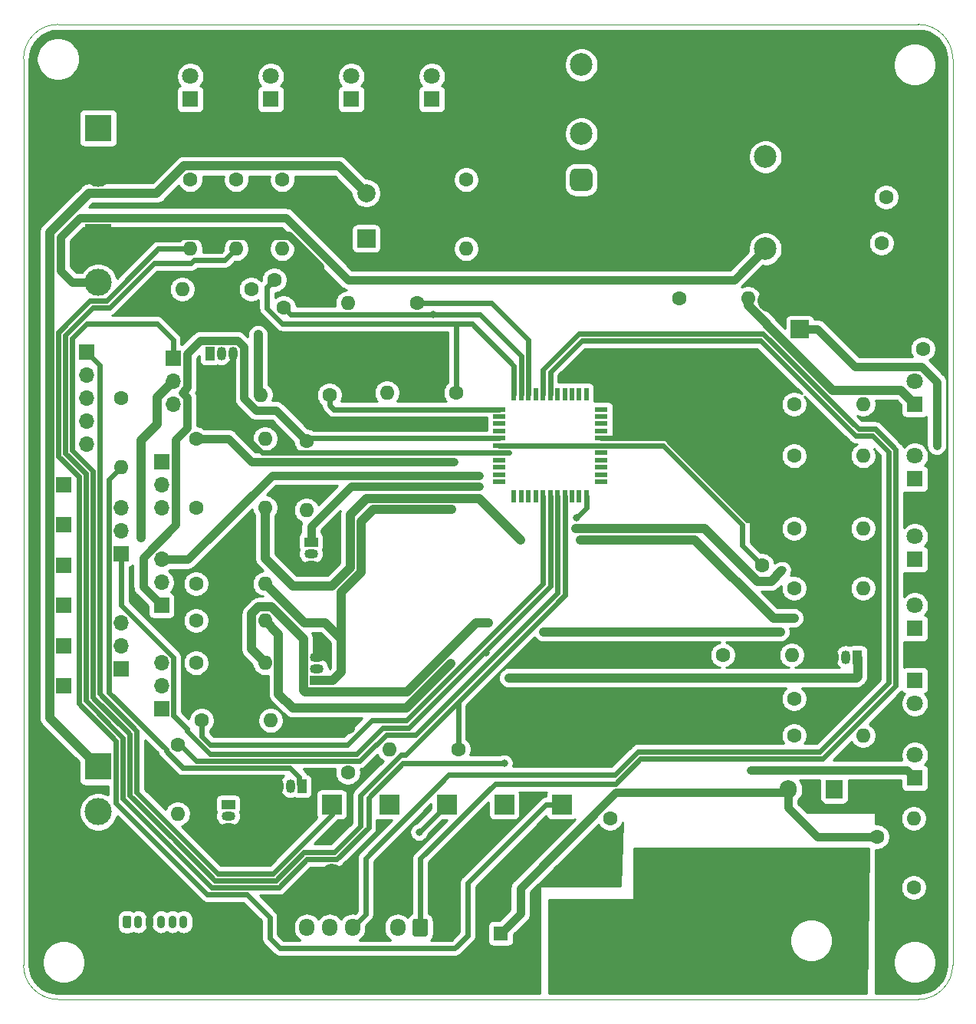
<source format=gtl>
%TF.GenerationSoftware,KiCad,Pcbnew,(5.1.10)-1*%
%TF.CreationDate,2021-11-21T12:30:28+02:00*%
%TF.ProjectId,217243401_Crawler_2021,32313732-3433-4343-9031-5f437261776c,rev?*%
%TF.SameCoordinates,Original*%
%TF.FileFunction,Copper,L1,Top*%
%TF.FilePolarity,Positive*%
%FSLAX46Y46*%
G04 Gerber Fmt 4.6, Leading zero omitted, Abs format (unit mm)*
G04 Created by KiCad (PCBNEW (5.1.10)-1) date 2021-11-21 12:30:28*
%MOMM*%
%LPD*%
G01*
G04 APERTURE LIST*
%TA.AperFunction,Profile*%
%ADD10C,0.050000*%
%TD*%
%TA.AperFunction,ComponentPad*%
%ADD11R,2.000000X2.000000*%
%TD*%
%TA.AperFunction,ComponentPad*%
%ADD12C,2.000000*%
%TD*%
%TA.AperFunction,ComponentPad*%
%ADD13C,1.600000*%
%TD*%
%TA.AperFunction,ComponentPad*%
%ADD14R,1.600000X1.600000*%
%TD*%
%TA.AperFunction,ComponentPad*%
%ADD15C,1.800000*%
%TD*%
%TA.AperFunction,ComponentPad*%
%ADD16R,1.800000X1.800000*%
%TD*%
%TA.AperFunction,ComponentPad*%
%ADD17R,2.200000X2.200000*%
%TD*%
%TA.AperFunction,ComponentPad*%
%ADD18O,2.200000X2.200000*%
%TD*%
%TA.AperFunction,ComponentPad*%
%ADD19O,1.700000X1.950000*%
%TD*%
%TA.AperFunction,ComponentPad*%
%ADD20O,0.900000X1.400000*%
%TD*%
%TA.AperFunction,ComponentPad*%
%ADD21R,1.700000X1.700000*%
%TD*%
%TA.AperFunction,ComponentPad*%
%ADD22O,1.700000X1.700000*%
%TD*%
%TA.AperFunction,ComponentPad*%
%ADD23R,1.500000X1.050000*%
%TD*%
%TA.AperFunction,ComponentPad*%
%ADD24O,1.500000X1.050000*%
%TD*%
%TA.AperFunction,ComponentPad*%
%ADD25R,1.050000X1.500000*%
%TD*%
%TA.AperFunction,ComponentPad*%
%ADD26O,1.050000X1.500000*%
%TD*%
%TA.AperFunction,ComponentPad*%
%ADD27O,1.600000X1.600000*%
%TD*%
%TA.AperFunction,ComponentPad*%
%ADD28R,1.905000X2.000000*%
%TD*%
%TA.AperFunction,ComponentPad*%
%ADD29O,1.905000X2.000000*%
%TD*%
%TA.AperFunction,ComponentPad*%
%ADD30C,2.500000*%
%TD*%
%TA.AperFunction,SMDPad,CuDef*%
%ADD31R,1.473200X0.508000*%
%TD*%
%TA.AperFunction,SMDPad,CuDef*%
%ADD32R,0.508000X1.473200*%
%TD*%
%TA.AperFunction,ComponentPad*%
%ADD33C,3.000000*%
%TD*%
%TA.AperFunction,ComponentPad*%
%ADD34R,3.000000X3.000000*%
%TD*%
%TA.AperFunction,ViaPad*%
%ADD35C,0.800000*%
%TD*%
%TA.AperFunction,Conductor*%
%ADD36C,1.016000*%
%TD*%
%TA.AperFunction,Conductor*%
%ADD37C,0.965200*%
%TD*%
%TA.AperFunction,Conductor*%
%ADD38C,0.558800*%
%TD*%
%TA.AperFunction,Conductor*%
%ADD39C,2.540000*%
%TD*%
%TA.AperFunction,NonConductor*%
%ADD40C,0.254000*%
%TD*%
%TA.AperFunction,NonConductor*%
%ADD41C,0.100000*%
%TD*%
%TA.AperFunction,Conductor*%
%ADD42C,0.254000*%
%TD*%
%TA.AperFunction,Conductor*%
%ADD43C,0.100000*%
%TD*%
G04 APERTURE END LIST*
D10*
X76835000Y-46355000D02*
X171835000Y-46355000D01*
X73025000Y-150165000D02*
X73025000Y-50165000D01*
X171835000Y-153975000D02*
X76835000Y-153975000D01*
X175645000Y-50165000D02*
X175645000Y-150165000D01*
X171835000Y-46355000D02*
G75*
G02*
X175645000Y-50165000I0J-3810000D01*
G01*
X175645000Y-150165000D02*
G75*
G02*
X171835000Y-153975000I-3810000J0D01*
G01*
X76835000Y-153975000D02*
G75*
G02*
X73025000Y-150165000I0J3810000D01*
G01*
X73025000Y-50165000D02*
G75*
G02*
X76835000Y-46355000I3810000J0D01*
G01*
D11*
%TO.P,C1,1*%
%TO.N,+48V*%
X110871000Y-69977000D03*
D12*
%TO.P,C1,2*%
%TO.N,Net-(C1-Pad2)*%
X110871000Y-64977000D03*
%TD*%
D11*
%TO.P,C2,1*%
%TO.N,+12V*%
X158750000Y-80010000D03*
D12*
%TO.P,C2,2*%
%TO.N,0V*%
X166250000Y-80010000D03*
%TD*%
D13*
%TO.P,C3,1*%
%TO.N,RIGHT*%
X137795000Y-133985000D03*
%TO.P,C3,2*%
%TO.N,0V*%
X137795000Y-138985000D03*
%TD*%
%TO.P,C4,1*%
%TO.N,+5V*%
X154559000Y-106045000D03*
%TO.P,C4,2*%
%TO.N,0V*%
X154559000Y-101045000D03*
%TD*%
%TO.P,C5,2*%
%TO.N,0V*%
X173275000Y-65405000D03*
%TO.P,C5,1*%
%TO.N,+5V*%
X168275000Y-65405000D03*
%TD*%
%TO.P,C6,2*%
%TO.N,0V*%
X105711000Y-74549000D03*
%TO.P,C6,1*%
%TO.N,LEFT*%
X100711000Y-74549000D03*
%TD*%
%TO.P,C7,2*%
%TO.N,0V*%
X163115000Y-120777000D03*
%TO.P,C7,1*%
%TO.N,+5V*%
X158115000Y-120777000D03*
%TD*%
D14*
%TO.P,C8,1*%
%TO.N,+5V*%
X125730000Y-146685000D03*
D13*
%TO.P,C8,2*%
%TO.N,0V*%
X125730000Y-144185000D03*
%TD*%
%TO.P,C9,1*%
%TO.N,REV*%
X101727000Y-77597000D03*
%TO.P,C9,2*%
%TO.N,0V*%
X101727000Y-82597000D03*
%TD*%
%TO.P,C10,1*%
%TO.N,+5V*%
X167259000Y-136017000D03*
%TO.P,C10,2*%
%TO.N,0V*%
X167259000Y-131017000D03*
%TD*%
%TO.P,C11,2*%
%TO.N,0V*%
X172339000Y-77169000D03*
%TO.P,C11,1*%
%TO.N,+5V*%
X172339000Y-82169000D03*
%TD*%
%TO.P,C12,2*%
%TO.N,0V*%
X172767000Y-70485000D03*
%TO.P,C12,1*%
%TO.N,FWD*%
X167767000Y-70485000D03*
%TD*%
%TO.P,C13,1*%
%TO.N,STOPSPEED*%
X108839000Y-128905000D03*
%TO.P,C13,2*%
%TO.N,0V*%
X108839000Y-123905000D03*
%TD*%
D15*
%TO.P,D2,2*%
%TO.N,Net-(D2-Pad2)*%
X171450000Y-85725000D03*
D16*
%TO.P,D2,1*%
%TO.N,Net-(D2-Pad1)*%
X171450000Y-88265000D03*
%TD*%
D15*
%TO.P,D5,2*%
%TO.N,Net-(D5-Pad2)*%
X171450000Y-93980000D03*
D16*
%TO.P,D5,1*%
%TO.N,Net-(D5-Pad1)*%
X171450000Y-96520000D03*
%TD*%
%TO.P,D11,1*%
%TO.N,Net-(D11-Pad1)*%
X171450000Y-105410000D03*
D15*
%TO.P,D11,2*%
%TO.N,Net-(D11-Pad2)*%
X171450000Y-102870000D03*
%TD*%
%TO.P,D13,2*%
%TO.N,Net-(D13-Pad2)*%
X171450000Y-110490000D03*
D16*
%TO.P,D13,1*%
%TO.N,Net-(D13-Pad1)*%
X171450000Y-113030000D03*
%TD*%
%TO.P,D14,1*%
%TO.N,Net-(D14-Pad1)*%
X171450000Y-118745000D03*
D15*
%TO.P,D14,2*%
%TO.N,Net-(D14-Pad2)*%
X171450000Y-121285000D03*
%TD*%
%TO.P,D15,2*%
%TO.N,Net-(D15-Pad2)*%
X171450000Y-127000000D03*
D16*
%TO.P,D15,1*%
%TO.N,Net-(D15-Pad1)*%
X171450000Y-129540000D03*
%TD*%
D17*
%TO.P,Diode1,1*%
%TO.N,RIGHT*%
X132461000Y-132461000D03*
D18*
%TO.P,Diode1,2*%
%TO.N,0V*%
X132461000Y-140081000D03*
%TD*%
D17*
%TO.P,Diode3,1*%
%TO.N,LEFT*%
X126111000Y-132461000D03*
D18*
%TO.P,Diode3,2*%
%TO.N,0V*%
X126111000Y-140081000D03*
%TD*%
%TO.P,Diode4,2*%
%TO.N,0V*%
X119761000Y-140081000D03*
D17*
%TO.P,Diode4,1*%
%TO.N,REV*%
X119761000Y-132461000D03*
%TD*%
D18*
%TO.P,Diode6,2*%
%TO.N,0V*%
X113411000Y-140081000D03*
D17*
%TO.P,Diode6,1*%
%TO.N,FWD*%
X113411000Y-132461000D03*
%TD*%
%TO.P,Diode8,1*%
%TO.N,STOPSPEED*%
X107061000Y-132461000D03*
D18*
%TO.P,Diode8,2*%
%TO.N,0V*%
X107061000Y-140081000D03*
%TD*%
%TO.P,J1,1*%
%TO.N,MCLR\u005CVPP*%
%TA.AperFunction,ComponentPad*%
G36*
G01*
X117690000Y-145325000D02*
X117690000Y-146775000D01*
G75*
G02*
X117440000Y-147025000I-250000J0D01*
G01*
X116240000Y-147025000D01*
G75*
G02*
X115990000Y-146775000I0J250000D01*
G01*
X115990000Y-145325000D01*
G75*
G02*
X116240000Y-145075000I250000J0D01*
G01*
X117440000Y-145075000D01*
G75*
G02*
X117690000Y-145325000I0J-250000D01*
G01*
G37*
%TD.AperFunction*%
D19*
%TO.P,J1,2*%
%TO.N,+5V*%
X114340000Y-146050000D03*
%TO.P,J1,3*%
%TO.N,0V*%
X111840000Y-146050000D03*
%TO.P,J1,4*%
%TO.N,PGD(ICSPDAT)*%
X109340000Y-146050000D03*
%TO.P,J1,5*%
%TO.N,PGC(ICDPCLK)*%
X106840000Y-146050000D03*
%TO.P,J1,6*%
%TO.N,Net-(J1-Pad6)*%
X104340000Y-146050000D03*
%TD*%
%TO.P,J2,1*%
%TO.N,MCLR\u005CVPP*%
%TA.AperFunction,ComponentPad*%
G36*
G01*
X84005000Y-145890000D02*
X84005000Y-144940000D01*
G75*
G02*
X84230000Y-144715000I225000J0D01*
G01*
X84680000Y-144715000D01*
G75*
G02*
X84905000Y-144940000I0J-225000D01*
G01*
X84905000Y-145890000D01*
G75*
G02*
X84680000Y-146115000I-225000J0D01*
G01*
X84230000Y-146115000D01*
G75*
G02*
X84005000Y-145890000I0J225000D01*
G01*
G37*
%TD.AperFunction*%
D20*
%TO.P,J2,2*%
%TO.N,+5V*%
X85705000Y-145415000D03*
%TO.P,J2,3*%
%TO.N,0V*%
X86955000Y-145415000D03*
%TO.P,J2,4*%
%TO.N,PGD(ICSPDAT)*%
X88205000Y-145415000D03*
%TO.P,J2,5*%
%TO.N,PGC(ICDPCLK)*%
X89455000Y-145415000D03*
%TO.P,J2,6*%
%TO.N,Net-(J1-Pad6)*%
X90705000Y-145415000D03*
%TD*%
D21*
%TO.P,J3,1*%
%TO.N,STOPSPEED*%
X80010000Y-82550000D03*
D22*
%TO.P,J3,2*%
%TO.N,Net-(J3-Pad2)*%
X80010000Y-85090000D03*
%TO.P,J3,3*%
%TO.N,Net-(J3-Pad3)*%
X80010000Y-87630000D03*
%TO.P,J3,4*%
%TO.N,Net-(J3-Pad4)*%
X80010000Y-90170000D03*
%TO.P,J3,5*%
%TO.N,Net-(J3-Pad5)*%
X80010000Y-92710000D03*
%TD*%
D21*
%TO.P,JP1,1*%
%TO.N,STEP_L*%
X88265000Y-110490000D03*
D22*
%TO.P,JP1,2*%
%TO.N,Net-(JP1-Pad2)*%
X88265000Y-107950000D03*
%TO.P,JP1,3*%
%TO.N,Net-(JP1-Pad3)*%
X88265000Y-105410000D03*
%TD*%
%TO.P,JP2,3*%
%TO.N,Net-(JP2-Pad3)*%
X83820000Y-112395000D03*
%TO.P,JP2,2*%
%TO.N,Net-(JP2-Pad2)*%
X83820000Y-114935000D03*
D21*
%TO.P,JP2,1*%
%TO.N,DIR_L*%
X83820000Y-117475000D03*
%TD*%
%TO.P,JP3,1*%
%TO.N,ENA_L*%
X88265000Y-121920000D03*
D22*
%TO.P,JP3,2*%
%TO.N,Net-(JP3-Pad2)*%
X88265000Y-119380000D03*
%TO.P,JP3,3*%
%TO.N,Net-(JP3-Pad3)*%
X88265000Y-116840000D03*
%TD*%
%TO.P,JP4,3*%
%TO.N,Net-(JP4-Pad3)*%
X88265000Y-99695000D03*
%TO.P,JP4,2*%
%TO.N,Net-(JP4-Pad2)*%
X88265000Y-97155000D03*
D21*
%TO.P,JP4,1*%
%TO.N,STEP_R*%
X88265000Y-94615000D03*
%TD*%
D22*
%TO.P,JP5,3*%
%TO.N,Net-(JP5-Pad3)*%
X83820000Y-99695000D03*
%TO.P,JP5,2*%
%TO.N,Net-(JP5-Pad2)*%
X83820000Y-102235000D03*
D21*
%TO.P,JP5,1*%
%TO.N,DIR_R*%
X83820000Y-104775000D03*
%TD*%
%TO.P,JP6,1*%
%TO.N,ENA_R*%
X89535000Y-83185000D03*
D22*
%TO.P,JP6,2*%
%TO.N,Net-(JP6-Pad2)*%
X89535000Y-85725000D03*
%TO.P,JP6,3*%
%TO.N,Net-(JP6-Pad3)*%
X89535000Y-88265000D03*
%TD*%
D15*
%TO.P,LED1,2*%
%TO.N,+5V*%
X91440000Y-52070000D03*
D16*
%TO.P,LED1,1*%
%TO.N,Net-(LED1-Pad1)*%
X91440000Y-54610000D03*
%TD*%
%TO.P,LED2,1*%
%TO.N,Net-(LED2-Pad1)*%
X100330000Y-54610000D03*
D15*
%TO.P,LED2,2*%
%TO.N,+5V*%
X100330000Y-52070000D03*
%TD*%
D16*
%TO.P,LED3,1*%
%TO.N,Net-(LED3-Pad1)*%
X109220000Y-54610000D03*
D15*
%TO.P,LED3,2*%
%TO.N,+5V*%
X109220000Y-52070000D03*
%TD*%
D16*
%TO.P,LED4,1*%
%TO.N,Net-(LED4-Pad1)*%
X118110000Y-54610000D03*
D15*
%TO.P,LED4,2*%
%TO.N,+5V*%
X118110000Y-52070000D03*
%TD*%
D23*
%TO.P,Q1,1*%
%TO.N,Net-(D2-Pad1)*%
X104775000Y-103505000D03*
D24*
%TO.P,Q1,3*%
%TO.N,0V*%
X104775000Y-106045000D03*
%TO.P,Q1,2*%
%TO.N,Net-(Q1-Pad2)*%
X104775000Y-104775000D03*
%TD*%
D23*
%TO.P,Q2,1*%
%TO.N,Net-(D5-Pad1)*%
X105410000Y-118745000D03*
D24*
%TO.P,Q2,3*%
%TO.N,0V*%
X105410000Y-116205000D03*
%TO.P,Q2,2*%
%TO.N,Net-(Q2-Pad2)*%
X105410000Y-117475000D03*
%TD*%
%TO.P,Q3,2*%
%TO.N,Net-(Q3-Pad2)*%
X95631000Y-133731000D03*
%TO.P,Q3,3*%
%TO.N,0V*%
X95631000Y-135001000D03*
D23*
%TO.P,Q3,1*%
%TO.N,Net-(D11-Pad1)*%
X95631000Y-132461000D03*
%TD*%
D25*
%TO.P,Q4,1*%
%TO.N,Net-(D13-Pad1)*%
X93599000Y-82677000D03*
D26*
%TO.P,Q4,3*%
%TO.N,0V*%
X96139000Y-82677000D03*
%TO.P,Q4,2*%
%TO.N,Net-(Q4-Pad2)*%
X94869000Y-82677000D03*
%TD*%
%TO.P,Q5,2*%
%TO.N,Net-(Q5-Pad2)*%
X163830000Y-116205000D03*
%TO.P,Q5,3*%
%TO.N,0V*%
X162560000Y-116205000D03*
D25*
%TO.P,Q5,1*%
%TO.N,Net-(D14-Pad1)*%
X165100000Y-116205000D03*
%TD*%
D26*
%TO.P,Q6,2*%
%TO.N,Net-(Q6-Pad2)*%
X102489000Y-130429000D03*
%TO.P,Q6,3*%
%TO.N,0V*%
X101219000Y-130429000D03*
D25*
%TO.P,Q6,1*%
%TO.N,Net-(D15-Pad1)*%
X103759000Y-130429000D03*
%TD*%
D27*
%TO.P,R1,2*%
%TO.N,Net-(J3-Pad2)*%
X108839000Y-77089000D03*
D13*
%TO.P,R1,1*%
%TO.N,FWD*%
X116459000Y-77089000D03*
%TD*%
D27*
%TO.P,R2,2*%
%TO.N,Net-(J3-Pad3)*%
X90551000Y-75565000D03*
D13*
%TO.P,R2,1*%
%TO.N,REV*%
X98171000Y-75565000D03*
%TD*%
D27*
%TO.P,R3,2*%
%TO.N,Net-(J3-Pad4)*%
X113157000Y-86995000D03*
D13*
%TO.P,R3,1*%
%TO.N,LEFT*%
X120777000Y-86995000D03*
%TD*%
%TO.P,R4,1*%
%TO.N,RIGHT*%
X106807000Y-87249000D03*
D27*
%TO.P,R4,2*%
%TO.N,Net-(J3-Pad5)*%
X99187000Y-87249000D03*
%TD*%
%TO.P,R5,2*%
%TO.N,Net-(D2-Pad1)*%
X153035000Y-76581000D03*
D13*
%TO.P,R5,1*%
%TO.N,Net-(JP1-Pad3)*%
X145415000Y-76581000D03*
%TD*%
D27*
%TO.P,R6,2*%
%TO.N,Net-(Q1-Pad2)*%
X104267000Y-99949000D03*
D13*
%TO.P,R6,1*%
%TO.N,STEP_L*%
X104267000Y-92329000D03*
%TD*%
%TO.P,R7,1*%
%TO.N,+5V*%
X158115000Y-88265000D03*
D27*
%TO.P,R7,2*%
%TO.N,Net-(D2-Pad2)*%
X165735000Y-88265000D03*
%TD*%
%TO.P,R8,2*%
%TO.N,Net-(D5-Pad1)*%
X99695000Y-108077000D03*
D13*
%TO.P,R8,1*%
%TO.N,Net-(JP2-Pad3)*%
X92075000Y-108077000D03*
%TD*%
%TO.P,R9,1*%
%TO.N,DIR_L*%
X92710000Y-123190000D03*
D27*
%TO.P,R9,2*%
%TO.N,Net-(Q2-Pad2)*%
X100330000Y-123190000D03*
%TD*%
D13*
%TO.P,R10,1*%
%TO.N,+5V*%
X158115000Y-93980000D03*
D27*
%TO.P,R10,2*%
%TO.N,Net-(D5-Pad2)*%
X165735000Y-93980000D03*
%TD*%
D13*
%TO.P,R11,1*%
%TO.N,Net-(LED1-Pad1)*%
X91440000Y-63500000D03*
D27*
%TO.P,R11,2*%
%TO.N,RIGHT*%
X91440000Y-71120000D03*
%TD*%
%TO.P,R12,2*%
%TO.N,Net-(D11-Pad1)*%
X99695000Y-116840000D03*
D13*
%TO.P,R12,1*%
%TO.N,Net-(JP3-Pad3)*%
X92075000Y-116840000D03*
%TD*%
%TO.P,R13,1*%
%TO.N,ENA_L*%
X90043000Y-125857000D03*
D27*
%TO.P,R13,2*%
%TO.N,Net-(Q3-Pad2)*%
X90043000Y-133477000D03*
%TD*%
%TO.P,R14,2*%
%TO.N,LEFT*%
X96520000Y-71120000D03*
D13*
%TO.P,R14,1*%
%TO.N,Net-(LED2-Pad1)*%
X96520000Y-63500000D03*
%TD*%
%TO.P,R15,1*%
%TO.N,Net-(LED3-Pad1)*%
X101600000Y-63500000D03*
D27*
%TO.P,R15,2*%
%TO.N,REV*%
X101600000Y-71120000D03*
%TD*%
D13*
%TO.P,R16,1*%
%TO.N,+5V*%
X158115000Y-101981000D03*
D27*
%TO.P,R16,2*%
%TO.N,Net-(D11-Pad2)*%
X165735000Y-101981000D03*
%TD*%
%TO.P,R17,2*%
%TO.N,FWD*%
X121920000Y-71120000D03*
D13*
%TO.P,R17,1*%
%TO.N,Net-(LED4-Pad1)*%
X121920000Y-63500000D03*
%TD*%
D27*
%TO.P,R18,2*%
%TO.N,Net-(D13-Pad1)*%
X99695000Y-99695000D03*
D13*
%TO.P,R18,1*%
%TO.N,Net-(JP4-Pad3)*%
X92075000Y-99695000D03*
%TD*%
D27*
%TO.P,R19,2*%
%TO.N,Net-(Q4-Pad2)*%
X99695000Y-92075000D03*
D13*
%TO.P,R19,1*%
%TO.N,STEP_R*%
X92075000Y-92075000D03*
%TD*%
%TO.P,R20,1*%
%TO.N,+5V*%
X158115000Y-108585000D03*
D27*
%TO.P,R20,2*%
%TO.N,Net-(D13-Pad2)*%
X165735000Y-108585000D03*
%TD*%
D13*
%TO.P,R21,1*%
%TO.N,Net-(JP5-Pad3)*%
X92075000Y-112141000D03*
D27*
%TO.P,R21,2*%
%TO.N,Net-(D14-Pad1)*%
X99695000Y-112141000D03*
%TD*%
D13*
%TO.P,R22,1*%
%TO.N,DIR_R*%
X150241000Y-115951000D03*
D27*
%TO.P,R22,2*%
%TO.N,Net-(Q5-Pad2)*%
X157861000Y-115951000D03*
%TD*%
%TO.P,R23,2*%
%TO.N,Net-(D14-Pad2)*%
X165735000Y-124841000D03*
D13*
%TO.P,R23,1*%
%TO.N,+5V*%
X158115000Y-124841000D03*
%TD*%
D27*
%TO.P,R24,2*%
%TO.N,Net-(D15-Pad1)*%
X83820000Y-95250000D03*
D13*
%TO.P,R24,1*%
%TO.N,Net-(JP6-Pad3)*%
X83820000Y-87630000D03*
%TD*%
%TO.P,R25,1*%
%TO.N,ENA_R*%
X121031000Y-126365000D03*
D27*
%TO.P,R25,2*%
%TO.N,Net-(Q6-Pad2)*%
X113411000Y-126365000D03*
%TD*%
D13*
%TO.P,R26,1*%
%TO.N,+5V*%
X171323000Y-141605000D03*
D27*
%TO.P,R26,2*%
%TO.N,Net-(D15-Pad2)*%
X171323000Y-133985000D03*
%TD*%
D28*
%TO.P,U1,1*%
%TO.N,+12V*%
X162560000Y-130810000D03*
D29*
%TO.P,U1,2*%
%TO.N,0V*%
X160020000Y-130810000D03*
%TO.P,U1,3*%
%TO.N,+5V*%
X157480000Y-130810000D03*
%TD*%
%TO.P,U2,1*%
%TO.N,Net-(C1-Pad2)*%
%TA.AperFunction,ComponentPad*%
G36*
G01*
X135245000Y-64750000D02*
X133995000Y-64750000D01*
G75*
G02*
X133370000Y-64125000I0J625000D01*
G01*
X133370000Y-62875000D01*
G75*
G02*
X133995000Y-62250000I625000J0D01*
G01*
X135245000Y-62250000D01*
G75*
G02*
X135870000Y-62875000I0J-625000D01*
G01*
X135870000Y-64125000D01*
G75*
G02*
X135245000Y-64750000I-625000J0D01*
G01*
G37*
%TD.AperFunction*%
D30*
%TO.P,U2,2*%
%TO.N,+48V*%
X134620000Y-58420000D03*
%TO.P,U2,3*%
%TO.N,+12V*%
X154940000Y-71120000D03*
%TO.P,U2,4*%
%TO.N,Net-(U2-Pad4)*%
X154940000Y-60960000D03*
%TO.P,U2,5*%
%TO.N,0V*%
X154940000Y-50800000D03*
%TO.P,U2,6*%
%TO.N,Net-(U2-Pad6)*%
X134620000Y-50800000D03*
%TD*%
D31*
%TO.P,U3,1*%
%TO.N,Net-(U3-Pad1)*%
X136809998Y-96837000D03*
%TO.P,U3,2*%
%TO.N,FWD_LED*%
X136809998Y-96036999D03*
%TO.P,U3,3*%
%TO.N,REV_LED*%
X136809998Y-95237000D03*
%TO.P,U3,4*%
%TO.N,LEFT_LED*%
X136809998Y-94436999D03*
%TO.P,U3,5*%
%TO.N,RIGHT_LED*%
X136809998Y-93637001D03*
%TO.P,U3,6*%
%TO.N,+5V*%
X136809998Y-92837000D03*
%TO.P,U3,7*%
%TO.N,0V*%
X136809998Y-92036999D03*
%TO.P,U3,8*%
%TO.N,Net-(U3-Pad8)*%
X136809998Y-91237001D03*
%TO.P,U3,9*%
%TO.N,Net-(U3-Pad9)*%
X136809998Y-90437000D03*
%TO.P,U3,10*%
%TO.N,Net-(U3-Pad10)*%
X136809998Y-89637001D03*
%TO.P,U3,11*%
%TO.N,Net-(U3-Pad11)*%
X136809998Y-88837000D03*
D32*
%TO.P,U3,12*%
%TO.N,Net-(U3-Pad12)*%
X135191000Y-87218002D03*
%TO.P,U3,13*%
%TO.N,Net-(U3-Pad13)*%
X134390999Y-87218002D03*
%TO.P,U3,14*%
%TO.N,Net-(U3-Pad14)*%
X133591000Y-87218002D03*
%TO.P,U3,15*%
%TO.N,Net-(U3-Pad15)*%
X132790999Y-87218002D03*
%TO.P,U3,16*%
%TO.N,PGC(ICSPCLK)*%
X131991001Y-87218002D03*
%TO.P,U3,17*%
%TO.N,PGD(ICSPDAT)*%
X131191000Y-87218002D03*
%TO.P,U3,18*%
%TO.N,MCLR\u005CVPP*%
X130390999Y-87218002D03*
%TO.P,U3,19*%
%TO.N,POTSPEED*%
X129591001Y-87218002D03*
%TO.P,U3,20*%
%TO.N,FWD*%
X128791000Y-87218002D03*
%TO.P,U3,21*%
%TO.N,REV*%
X127991001Y-87218002D03*
%TO.P,U3,22*%
%TO.N,LEFT*%
X127191000Y-87218002D03*
D31*
%TO.P,U3,23*%
%TO.N,RIGHT*%
X125572002Y-88837000D03*
%TO.P,U3,24*%
%TO.N,Net-(U3-Pad24)*%
X125572002Y-89637001D03*
%TO.P,U3,25*%
%TO.N,Net-(U3-Pad25)*%
X125572002Y-90437000D03*
%TO.P,U3,26*%
%TO.N,Net-(U3-Pad26)*%
X125572002Y-91237001D03*
%TO.P,U3,27*%
%TO.N,STEP_L*%
X125572002Y-92036999D03*
%TO.P,U3,28*%
%TO.N,+5V*%
X125572002Y-92837000D03*
%TO.P,U3,29*%
%TO.N,0V*%
X125572002Y-93637001D03*
%TO.P,U3,30*%
%TO.N,Net-(U3-Pad30)*%
X125572002Y-94436999D03*
%TO.P,U3,31*%
%TO.N,Net-(U3-Pad31)*%
X125572002Y-95237000D03*
%TO.P,U3,32*%
%TO.N,Net-(U3-Pad32)*%
X125572002Y-96036999D03*
%TO.P,U3,33*%
%TO.N,Net-(U3-Pad33)*%
X125572002Y-96837000D03*
D32*
%TO.P,U3,34*%
%TO.N,Net-(U3-Pad34)*%
X127191000Y-98455998D03*
%TO.P,U3,35*%
%TO.N,Net-(U3-Pad35)*%
X127991001Y-98455998D03*
%TO.P,U3,36*%
%TO.N,Net-(U3-Pad36)*%
X128791000Y-98455998D03*
%TO.P,U3,37*%
%TO.N,Net-(U3-Pad37)*%
X129591001Y-98455998D03*
%TO.P,U3,38*%
%TO.N,DIR_L*%
X130390999Y-98455998D03*
%TO.P,U3,39*%
%TO.N,DIR_R*%
X131191000Y-98455998D03*
%TO.P,U3,40*%
%TO.N,ENA_L*%
X131991001Y-98455998D03*
%TO.P,U3,41*%
%TO.N,ENA_R*%
X132790999Y-98455998D03*
%TO.P,U3,42*%
%TO.N,Net-(U3-Pad42)*%
X133591000Y-98455998D03*
%TO.P,U3,43*%
%TO.N,Net-(U3-Pad43)*%
X134390999Y-98455998D03*
%TO.P,U3,44*%
%TO.N,STEP_R*%
X135191000Y-98455998D03*
%TD*%
D33*
%TO.P,X1-1,2*%
%TO.N,+12V*%
X81280000Y-74850000D03*
D34*
%TO.P,X1-1,1*%
%TO.N,0V*%
X81280000Y-69850000D03*
%TD*%
%TO.P,X1-3,1*%
%TO.N,+5V*%
X81280000Y-57785000D03*
D33*
%TO.P,X1-3,2*%
%TO.N,0V*%
X81280000Y-62785000D03*
%TD*%
D21*
%TO.P,X2-1,1*%
%TO.N,Net-(JP4-Pad2)*%
X77470000Y-97155000D03*
%TD*%
%TO.P,X2-2,1*%
%TO.N,Net-(JP5-Pad2)*%
X77470000Y-101600000D03*
%TD*%
%TO.P,X2-3,1*%
%TO.N,Net-(JP6-Pad2)*%
X77470000Y-106045000D03*
%TD*%
%TO.P,x3-1,1*%
%TO.N,Net-(JP1-Pad2)*%
X77470000Y-110490000D03*
%TD*%
%TO.P,X3-2,1*%
%TO.N,Net-(JP2-Pad2)*%
X77470000Y-114935000D03*
%TD*%
%TO.P,X3-3,1*%
%TO.N,Net-(JP3-Pad2)*%
X77470000Y-119380000D03*
%TD*%
D34*
%TO.P,X5-1,1*%
%TO.N,Net-(C1-Pad2)*%
X81280000Y-128270000D03*
D33*
%TO.P,X5-1,2*%
%TO.N,+48V*%
X81280000Y-133270000D03*
%TD*%
D35*
%TO.N,+12V*%
X173863000Y-92837000D03*
%TO.N,0V*%
X155305001Y-76850999D03*
%TO.N,LEFT*%
X126111000Y-127889000D03*
%TO.N,REV*%
X116713000Y-135509000D03*
X118227599Y-78368401D03*
%TO.N,Net-(D2-Pad1)*%
X123317000Y-97304210D03*
%TO.N,Net-(D5-Pad1)*%
X156845000Y-106553000D03*
X120269000Y-99895010D03*
X133985000Y-102024809D03*
%TO.N,Net-(D11-Pad1)*%
X124333000Y-112395000D03*
X156591000Y-113411000D03*
X130429000Y-113411000D03*
%TO.N,Net-(D13-Pad1)*%
X127889000Y-103251000D03*
X134493000Y-103240819D03*
X158115000Y-111887000D03*
%TO.N,Net-(D14-Pad1)*%
X120205796Y-116903796D03*
X165163500Y-116268500D03*
X126619000Y-118491000D03*
%TO.N,Net-(D15-Pad1)*%
X153289000Y-128651000D03*
%TO.N,Net-(JP1-Pad3)*%
X123317000Y-96139000D03*
%TO.N,STEP_R*%
X120523000Y-94615000D03*
X134108199Y-100834199D03*
%TO.N,DIR_R*%
X124079000Y-115697000D03*
%TO.N,Net-(J3-Pad5)*%
X98933000Y-80618990D03*
%TO.N,Net-(JP6-Pad2)*%
X85979000Y-102997000D03*
%TD*%
D36*
%TO.N,Net-(C1-Pad2)*%
X107885999Y-61991999D02*
X110871000Y-64977000D01*
X90716159Y-61991999D02*
X107885999Y-61991999D01*
X87715157Y-64993001D02*
X90716159Y-61991999D01*
X80224541Y-64993001D02*
X87715157Y-64993001D01*
X75898392Y-69319150D02*
X80224541Y-64993001D01*
X75898392Y-122888392D02*
X75898392Y-69319150D01*
X81280000Y-128270000D02*
X75898392Y-122888392D01*
D37*
%TO.N,+12V*%
X173863000Y-85795750D02*
X173863000Y-92837000D01*
X172209649Y-84142399D02*
X173863000Y-85795750D01*
X164847599Y-84142399D02*
X172209649Y-84142399D01*
X160715200Y-80010000D02*
X164847599Y-84142399D01*
X158750000Y-80010000D02*
X160715200Y-80010000D01*
X154940000Y-71120000D02*
X151511000Y-74549000D01*
X79233919Y-67667399D02*
X77089000Y-69812318D01*
X101989504Y-67667399D02*
X79233919Y-67667399D01*
X108871105Y-74549000D02*
X101989504Y-67667399D01*
X151511000Y-74549000D02*
X108871105Y-74549000D01*
X77089000Y-69812318D02*
X77089000Y-73533000D01*
X78406000Y-74850000D02*
X81280000Y-74850000D01*
X77089000Y-73533000D02*
X78406000Y-74850000D01*
D38*
%TO.N,0V*%
X154928514Y-101414514D02*
X154559000Y-101045000D01*
X96139000Y-90412514D02*
X96139000Y-82677000D01*
X99363487Y-93637001D02*
X96139000Y-90412514D01*
X125572002Y-93637001D02*
X99363487Y-93637001D01*
D37*
X81492601Y-69637399D02*
X81280000Y-69850000D01*
X102311649Y-69637399D02*
X81492601Y-69637399D01*
X105711000Y-73036750D02*
X102311649Y-69637399D01*
X105711000Y-74549000D02*
X105711000Y-73036750D01*
D38*
X125572002Y-93637001D02*
X126625523Y-93637001D01*
D39*
X163073336Y-76833336D02*
X155322664Y-76833336D01*
X166250000Y-80010000D02*
X163073336Y-76833336D01*
D38*
X152918119Y-101045000D02*
X154559000Y-101045000D01*
X143910117Y-92036999D02*
X152918119Y-101045000D01*
X136809998Y-92036999D02*
X143910117Y-92036999D01*
X154559000Y-103124000D02*
X154559000Y-101045000D01*
X155575000Y-104140000D02*
X154559000Y-103124000D01*
X159385000Y-104140000D02*
X155575000Y-104140000D01*
X162560000Y-107315000D02*
X159385000Y-104140000D01*
X162560000Y-116205000D02*
X162560000Y-107315000D01*
%TO.N,RIGHT*%
X125572002Y-88837000D02*
X107252000Y-88837000D01*
X106807000Y-88392000D02*
X106807000Y-87249000D01*
X107252000Y-88837000D02*
X106807000Y-88392000D01*
X87884000Y-71120000D02*
X91440000Y-71120000D01*
X84201000Y-74858514D02*
X84201000Y-74803000D01*
X82224514Y-76835000D02*
X84201000Y-74858514D01*
X80324288Y-76835000D02*
X82224514Y-76835000D01*
X77597000Y-79562288D02*
X80324288Y-76835000D01*
X84201000Y-74803000D02*
X87884000Y-71120000D01*
X79121000Y-96243078D02*
X76885802Y-94007880D01*
X77597000Y-79629000D02*
X77597000Y-79562288D01*
X132461000Y-132461000D02*
X130731276Y-132461000D01*
X130731276Y-132461000D02*
X122071138Y-141121138D01*
X76885802Y-94007880D02*
X76885802Y-80340198D01*
X101346000Y-148336000D02*
X100203000Y-147193000D01*
X122071138Y-141121138D02*
X122071138Y-146914862D01*
X122071138Y-146914862D02*
X120650000Y-148336000D01*
X120650000Y-148336000D02*
X101346000Y-148336000D01*
X93325757Y-142386243D02*
X83259401Y-132319887D01*
X100203000Y-147193000D02*
X100203000Y-144907000D01*
X100203000Y-144907000D02*
X97682243Y-142386243D01*
X76885802Y-80340198D02*
X77597000Y-79629000D01*
X97682243Y-142386243D02*
X93325757Y-142386243D01*
X83259401Y-132319887D02*
X83259401Y-125423401D01*
X83259401Y-125423401D02*
X79121000Y-121285000D01*
X79121000Y-121285000D02*
X79121000Y-96243078D01*
%TO.N,+5V*%
X125572002Y-92837000D02*
X125603000Y-92837000D01*
X136809998Y-92837000D02*
X143637000Y-92837000D01*
X143637000Y-92837000D02*
X152400000Y-101600000D01*
X152400000Y-103886000D02*
X154559000Y-106045000D01*
X152400000Y-101600000D02*
X152400000Y-103886000D01*
D37*
X157480000Y-130810000D02*
X157480000Y-132842000D01*
X160655000Y-136017000D02*
X167259000Y-136017000D01*
X157480000Y-132842000D02*
X160655000Y-136017000D01*
X157152990Y-131137010D02*
X157480000Y-130810000D01*
X138448740Y-131137010D02*
X157152990Y-131137010D01*
X127893601Y-141692149D02*
X138448740Y-131137010D01*
X127893601Y-144521399D02*
X127893601Y-141692149D01*
X125730000Y-146685000D02*
X127893601Y-144521399D01*
D38*
X125572002Y-92837000D02*
X136809998Y-92837000D01*
%TO.N,LEFT*%
X127191000Y-87218002D02*
X127191000Y-84011000D01*
X127191000Y-84011000D02*
X122555000Y-79375000D01*
X99911001Y-75348999D02*
X100711000Y-74549000D01*
X99911001Y-77674515D02*
X99911001Y-75348999D01*
X101611486Y-79375000D02*
X99911001Y-77674515D01*
X82578559Y-123669441D02*
X82911934Y-124002816D01*
X93838078Y-141590078D02*
X84018211Y-131770211D01*
X84018211Y-125109092D02*
X82578559Y-123669441D01*
X101219000Y-141590078D02*
X93838078Y-141590078D01*
X104307479Y-138501599D02*
X101219000Y-141590078D01*
X107624401Y-138501599D02*
X104307479Y-138501599D01*
X111117539Y-135008461D02*
X107624401Y-138501599D01*
X84018211Y-131770211D02*
X84018211Y-125109092D01*
X111117539Y-131691539D02*
X111117539Y-135008461D01*
X114920078Y-127889000D02*
X111117539Y-131691539D01*
X79879810Y-95928769D02*
X79879810Y-120970692D01*
X77644612Y-93693572D02*
X79879810Y-95928769D01*
X79879810Y-120970692D02*
X81181559Y-122272441D01*
X81181559Y-122272441D02*
X82578559Y-123669441D01*
X77644612Y-81105388D02*
X77644612Y-83645388D01*
X77644612Y-83645388D02*
X77644612Y-93693572D01*
X91823085Y-72399401D02*
X95240599Y-72399401D01*
X95240599Y-72399401D02*
X96520000Y-71120000D01*
X91509243Y-72713243D02*
X91823085Y-72399401D01*
X87419389Y-72713243D02*
X91509243Y-72713243D01*
X82538822Y-77593810D02*
X87419389Y-72713243D01*
X80705308Y-77593810D02*
X82538822Y-77593810D01*
X77644612Y-80654506D02*
X80705308Y-77593810D01*
X77644612Y-83645388D02*
X77644612Y-80654506D01*
X120777000Y-79375000D02*
X101611486Y-79375000D01*
X120777000Y-86995000D02*
X120777000Y-79375000D01*
X122555000Y-79375000D02*
X120777000Y-79375000D01*
X126111000Y-127889000D02*
X126111000Y-127889000D01*
X126111000Y-127889000D02*
X114920078Y-127889000D01*
%TO.N,REV*%
X123453401Y-78368401D02*
X118227599Y-78368401D01*
X102498401Y-78368401D02*
X101727000Y-77597000D01*
X127991001Y-82906001D02*
X123453401Y-78368401D01*
X127991001Y-87218002D02*
X127991001Y-82906001D01*
X119761000Y-132461000D02*
X116713000Y-135509000D01*
X116713000Y-135509000D02*
X116713000Y-135509000D01*
X118227599Y-78368401D02*
X102498401Y-78368401D01*
%TO.N,FWD*%
X118999000Y-77089000D02*
X116459000Y-77089000D01*
X124714000Y-77089000D02*
X118999000Y-77089000D01*
X128791000Y-81166000D02*
X124714000Y-77089000D01*
X128791000Y-87218002D02*
X128791000Y-81166000D01*
%TO.N,STOPSPEED*%
X81403810Y-120208691D02*
X81403810Y-83943810D01*
X85535831Y-124340712D02*
X81403810Y-120208691D01*
X85535831Y-131141595D02*
X85535831Y-124340712D01*
X81403810Y-83943810D02*
X80010000Y-82550000D01*
X94466694Y-140072458D02*
X85535831Y-131141595D01*
X100590383Y-140072458D02*
X94466694Y-140072458D01*
X107061000Y-133601841D02*
X100590383Y-140072458D01*
X107061000Y-132461000D02*
X107061000Y-133601841D01*
D36*
%TO.N,Net-(D2-Pad1)*%
X171450000Y-88265000D02*
X169941999Y-86756999D01*
X162378526Y-86756999D02*
X163464999Y-86756999D01*
X155107368Y-79485841D02*
X162378526Y-86756999D01*
X163464999Y-86756999D02*
X162925001Y-86756999D01*
X169941999Y-86756999D02*
X163464999Y-86756999D01*
X155107368Y-79485841D02*
X155107368Y-79415368D01*
X153035000Y-77343000D02*
X153035000Y-76581000D01*
X155107368Y-79415368D02*
X153035000Y-77343000D01*
D37*
X104775000Y-103505000D02*
X104775000Y-101727000D01*
X104775000Y-101727000D02*
X109197790Y-97304210D01*
X109197790Y-97304210D02*
X123317000Y-97304210D01*
X123317000Y-97304210D02*
X123317000Y-97304210D01*
D36*
%TO.N,Net-(D5-Pad1)*%
X99695000Y-108077000D02*
X104013000Y-112395000D01*
X104013000Y-112395000D02*
X106299000Y-112395000D01*
X106299000Y-112395000D02*
X108077000Y-114173000D01*
X107176000Y-118745000D02*
X105410000Y-118745000D01*
X108077000Y-117844000D02*
X107176000Y-118745000D01*
X108077000Y-114173000D02*
X108077000Y-117844000D01*
X108077000Y-109034697D02*
X109596687Y-107515010D01*
X108077000Y-114173000D02*
X108077000Y-109034697D01*
X109596687Y-107515010D02*
X110309010Y-106802687D01*
X110309010Y-106802687D02*
X110309010Y-101272990D01*
X110309010Y-101272990D02*
X111686990Y-99895010D01*
X111686990Y-99895010D02*
X120269000Y-99895010D01*
X120269000Y-99895010D02*
X120269000Y-99895010D01*
X133985000Y-102024809D02*
X148252809Y-102024809D01*
X148252809Y-102024809D02*
X154051000Y-107823000D01*
X155575000Y-107823000D02*
X156712553Y-106685447D01*
X154051000Y-107823000D02*
X155575000Y-107823000D01*
%TO.N,Net-(D11-Pad1)*%
X115374896Y-120015000D02*
X122994896Y-112395000D01*
X104130598Y-120015000D02*
X115374896Y-120015000D01*
X103951999Y-119836401D02*
X104130598Y-120015000D01*
X103951999Y-114166157D02*
X103951999Y-119836401D01*
X100418841Y-110632999D02*
X103951999Y-114166157D01*
X98971159Y-110632999D02*
X100418841Y-110632999D01*
X98186999Y-111417159D02*
X98971159Y-110632999D01*
X98186999Y-115331999D02*
X98186999Y-111417159D01*
X99695000Y-116840000D02*
X98186999Y-115331999D01*
X122994896Y-112395000D02*
X124333000Y-112395000D01*
X124333000Y-112395000D02*
X124333000Y-112395000D01*
X156591000Y-113411000D02*
X130429000Y-113411000D01*
X130429000Y-113411000D02*
X130429000Y-113411000D01*
%TO.N,Net-(D13-Pad1)*%
X99695000Y-99695000D02*
X99695000Y-105283000D01*
X99695000Y-105283000D02*
X102743000Y-108331000D01*
X102743000Y-108331000D02*
X107061000Y-108331000D01*
X107061000Y-108331000D02*
X109093000Y-106299000D01*
X109093000Y-106299000D02*
X109093000Y-100457000D01*
X109093000Y-100457000D02*
X110871000Y-98679000D01*
X110871000Y-98679000D02*
X123317000Y-98679000D01*
X123317000Y-98679000D02*
X123317000Y-98679000D01*
X147182819Y-103240819D02*
X134493000Y-103240819D01*
X123317000Y-98679000D02*
X127889000Y-103251000D01*
X134493000Y-103240819D02*
X134493000Y-103240819D01*
X155829000Y-111887000D02*
X158115000Y-111887000D01*
X147182819Y-103240819D02*
X155829000Y-111887000D01*
%TO.N,Net-(D14-Pad1)*%
X101203001Y-113649001D02*
X101203001Y-120253001D01*
X99695000Y-112141000D02*
X101203001Y-113649001D01*
X101203001Y-120253001D02*
X102743000Y-121793000D01*
X102743000Y-121793000D02*
X115316592Y-121793000D01*
X115316592Y-121793000D02*
X120205796Y-116903796D01*
X120205796Y-116903796D02*
X120205796Y-116903796D01*
X164973000Y-118491000D02*
X126619000Y-118491000D01*
X126619000Y-118491000D02*
X126619000Y-118491000D01*
X165163500Y-118300500D02*
X164973000Y-118491000D01*
X165163500Y-116268500D02*
X165163500Y-118300500D01*
D37*
%TO.N,Net-(D15-Pad1)*%
X170561000Y-128651000D02*
X171450000Y-129540000D01*
X155327380Y-128651000D02*
X170561000Y-128651000D01*
D38*
X82490599Y-96579401D02*
X83820000Y-95250000D01*
X103493410Y-129401410D02*
X102476409Y-128384409D01*
X103493410Y-130163410D02*
X103493410Y-129401410D01*
X103759000Y-130429000D02*
X103493410Y-130163410D01*
X88763599Y-126584417D02*
X90563591Y-128384409D01*
X88763599Y-126355599D02*
X88763599Y-126584417D01*
X82490599Y-120082599D02*
X88763599Y-126355599D01*
X102476409Y-128384409D02*
X90563591Y-128384409D01*
X82490599Y-120082599D02*
X82490599Y-96579401D01*
D37*
X155327380Y-128651000D02*
X153289000Y-128651000D01*
%TO.N,Net-(JP1-Pad3)*%
X88265000Y-105410000D02*
X91186000Y-105410000D01*
X91186000Y-105410000D02*
X100457000Y-96139000D01*
X100457000Y-96139000D02*
X123317000Y-96139000D01*
X123317000Y-96139000D02*
X123317000Y-96139000D01*
D38*
%TO.N,STEP_L*%
X104559001Y-92036999D02*
X125572002Y-92036999D01*
X104267000Y-92329000D02*
X104559001Y-92036999D01*
D37*
X86233000Y-108458000D02*
X88265000Y-110490000D01*
X86233000Y-105173750D02*
X86233000Y-108458000D01*
X89797601Y-92158149D02*
X89797601Y-101609149D01*
X91067601Y-90888149D02*
X89797601Y-92158149D01*
X91067601Y-87529351D02*
X91067601Y-90888149D01*
X90551000Y-86977250D02*
X90551000Y-87012750D01*
X91067601Y-86460649D02*
X90551000Y-86977250D01*
X91067601Y-82704717D02*
X91067601Y-86460649D01*
X92527919Y-81244399D02*
X91067601Y-82704717D01*
X89797601Y-101609149D02*
X86233000Y-105173750D01*
X96639217Y-81244399D02*
X92527919Y-81244399D01*
X97346610Y-81951792D02*
X96639217Y-81244399D01*
X97346610Y-87602860D02*
X97346610Y-81951792D01*
X90551000Y-87012750D02*
X91067601Y-87529351D01*
X98716760Y-88973010D02*
X97346610Y-87602860D01*
X100911010Y-88973010D02*
X98716760Y-88973010D01*
X104267000Y-92329000D02*
X100911010Y-88973010D01*
D38*
%TO.N,DIR_L*%
X130390999Y-108115001D02*
X130390999Y-98455998D01*
X115345243Y-123160757D02*
X130390999Y-108115001D01*
X111476757Y-123160757D02*
X115345243Y-123160757D01*
X93656118Y-125857000D02*
X108780514Y-125857000D01*
X108780514Y-125857000D02*
X111476757Y-123160757D01*
X92710000Y-124910882D02*
X93656118Y-125857000D01*
X92710000Y-123190000D02*
X92710000Y-124910882D01*
%TO.N,ENA_L*%
X90315802Y-125857000D02*
X90043000Y-125857000D01*
X109453113Y-127625599D02*
X92084401Y-127625599D01*
X109462514Y-127635000D02*
X109453113Y-127625599D01*
X110109000Y-127635000D02*
X109462514Y-127635000D01*
X111887000Y-125857000D02*
X110109000Y-127635000D01*
X92084401Y-127625599D02*
X90315802Y-125857000D01*
X113099243Y-124783243D02*
X112025486Y-125857000D01*
X131991001Y-109112117D02*
X116319875Y-124783243D01*
X112025486Y-125857000D02*
X111887000Y-125857000D01*
X116319875Y-124783243D02*
X113099243Y-124783243D01*
X131991001Y-98455998D02*
X131991001Y-109112117D01*
D37*
%TO.N,STEP_R*%
X98171000Y-94615000D02*
X120523000Y-94615000D01*
X95631000Y-92075000D02*
X98171000Y-94615000D01*
X92075000Y-92075000D02*
X95631000Y-92075000D01*
X120523000Y-94615000D02*
X120523000Y-94615000D01*
D38*
X135191000Y-99751398D02*
X134108199Y-100834199D01*
X135191000Y-98455998D02*
X135191000Y-99751398D01*
%TO.N,DIR_R*%
X83820000Y-110427486D02*
X83820000Y-104775000D01*
X89594401Y-116201887D02*
X83820000Y-110427486D01*
X89594401Y-122614401D02*
X89594401Y-116201887D01*
X91059000Y-124079000D02*
X89594401Y-122614401D01*
X91059000Y-124333000D02*
X91059000Y-124079000D01*
X93592789Y-126866789D02*
X91059000Y-124333000D01*
X109804093Y-126866789D02*
X93592789Y-126866789D01*
X112646449Y-124024433D02*
X109804093Y-126866789D01*
X115554686Y-124024433D02*
X112646449Y-124024433D01*
X131191000Y-108388118D02*
X115554686Y-124024433D01*
X131191000Y-98455998D02*
X131191000Y-108388118D01*
%TO.N,ENA_R*%
X121031000Y-121145237D02*
X121031000Y-123825000D01*
X132651236Y-109525001D02*
X121031000Y-121145237D01*
X121031000Y-123825000D02*
X121031000Y-126365000D01*
X84777021Y-131455903D02*
X84777021Y-124655021D01*
X84777021Y-124655021D02*
X82677000Y-122555000D01*
X82677000Y-122555000D02*
X81810179Y-121688179D01*
X84777021Y-124699533D02*
X84777021Y-131455903D01*
X81657811Y-121580324D02*
X84178743Y-124101256D01*
X84178743Y-124101256D02*
X84178744Y-124101256D01*
X84178744Y-124101256D02*
X84777021Y-124699533D01*
X89535000Y-83185000D02*
X89535000Y-81153000D01*
X87757000Y-79375000D02*
X79997236Y-79375000D01*
X89535000Y-81153000D02*
X87757000Y-79375000D01*
X80645000Y-95620842D02*
X80645000Y-120662764D01*
X78403422Y-93379264D02*
X80645000Y-95620842D01*
X78403422Y-80968814D02*
X78403422Y-93379264D01*
X79997236Y-79375000D02*
X78403422Y-80968814D01*
X83448492Y-123466256D02*
X83543744Y-123466256D01*
X80645000Y-120662764D02*
X83448492Y-123466256D01*
X83543744Y-123466256D02*
X84178744Y-124101256D01*
X82632488Y-122555000D02*
X83543744Y-123466256D01*
X132790999Y-109385239D02*
X132790999Y-98455998D01*
X131883119Y-110293119D02*
X132790999Y-109385239D01*
X132857599Y-109318638D02*
X131883119Y-110293119D01*
X89563559Y-136242441D02*
X84777021Y-131455903D01*
X94152386Y-140831268D02*
X89563559Y-136242441D01*
X100904691Y-140831268D02*
X94152386Y-140831268D01*
X107310093Y-137742789D02*
X103993170Y-137742789D01*
X110205305Y-134847577D02*
X107310093Y-137742789D01*
X110205305Y-131464209D02*
X110205305Y-134847577D01*
X103993170Y-137742789D02*
X100904691Y-140831268D01*
X114690401Y-126979113D02*
X110205305Y-131464209D01*
X115197124Y-126979113D02*
X114690401Y-126979113D01*
X131883119Y-110293119D02*
X115197124Y-126979113D01*
%TO.N,MCLR\u005CVPP*%
X154698369Y-80473250D02*
X134353631Y-80473250D01*
X167113249Y-91014250D02*
X165239369Y-91014250D01*
X130390999Y-84435882D02*
X130390999Y-87218002D01*
X134353631Y-80473250D02*
X130390999Y-84435882D01*
X169335750Y-93236751D02*
X167113249Y-91014250D01*
X169335750Y-119346737D02*
X169335750Y-93236751D01*
X161286919Y-127395567D02*
X169335750Y-119346737D01*
X165239369Y-91014250D02*
X154698369Y-80473250D01*
X141158353Y-127395567D02*
X161286919Y-127395567D01*
X138378921Y-130175000D02*
X141158353Y-127395567D01*
X125109922Y-130175000D02*
X138378921Y-130175000D01*
X116840000Y-138444922D02*
X125109922Y-130175000D01*
X116840000Y-146050000D02*
X116840000Y-138444922D01*
%TO.N,PGD(ICSPDAT)*%
X131191000Y-84709000D02*
X131191000Y-87218002D01*
X109340000Y-146050000D02*
X110794410Y-144595590D01*
X110794410Y-144595590D02*
X110794410Y-138364668D01*
X140844045Y-126636757D02*
X160972611Y-126636757D01*
X110794410Y-138364668D02*
X119990677Y-129168401D01*
X119990677Y-129168401D02*
X138312401Y-129168401D01*
X138312401Y-129168401D02*
X140844045Y-126636757D01*
X160972611Y-126636757D02*
X168576940Y-119032428D01*
X168576940Y-119032428D02*
X168576940Y-93551060D01*
X168576940Y-93551060D02*
X166798940Y-91773060D01*
X164925060Y-91773060D02*
X154384060Y-81232060D01*
X154384060Y-81232060D02*
X134667940Y-81232060D01*
X166798940Y-91773060D02*
X164925060Y-91773060D01*
X134667940Y-81232060D02*
X131191000Y-84709000D01*
D36*
%TO.N,Net-(J3-Pad5)*%
X98933000Y-86995000D02*
X99187000Y-87249000D01*
X98933000Y-80618990D02*
X98933000Y-86995000D01*
%TO.N,Net-(JP6-Pad2)*%
X87757000Y-87503000D02*
X89535000Y-85725000D01*
X87757000Y-90480527D02*
X87757000Y-87503000D01*
X85979000Y-92258527D02*
X87757000Y-90480527D01*
X85979000Y-102997000D02*
X85979000Y-92258527D01*
%TD*%
D40*
X166134147Y-153315000D02*
X131064000Y-153315000D01*
X131064000Y-147235098D01*
X157635000Y-147235098D01*
X157635000Y-147704902D01*
X157726654Y-148165679D01*
X157906440Y-148599721D01*
X158167450Y-148990349D01*
X158499651Y-149322550D01*
X158890279Y-149583560D01*
X159324321Y-149763346D01*
X159785098Y-149855000D01*
X160254902Y-149855000D01*
X160715679Y-149763346D01*
X161149721Y-149583560D01*
X161540349Y-149322550D01*
X161872550Y-148990349D01*
X162133560Y-148599721D01*
X162313346Y-148165679D01*
X162405000Y-147704902D01*
X162405000Y-147235098D01*
X162313346Y-146774321D01*
X162133560Y-146340279D01*
X161872550Y-145949651D01*
X161540349Y-145617450D01*
X161149721Y-145356440D01*
X160715679Y-145176654D01*
X160254902Y-145085000D01*
X159785098Y-145085000D01*
X159324321Y-145176654D01*
X158890279Y-145356440D01*
X158499651Y-145617450D01*
X158167450Y-145949651D01*
X157906440Y-146340279D01*
X157726654Y-146774321D01*
X157635000Y-147235098D01*
X131064000Y-147235098D01*
X131064000Y-143002000D01*
X140335000Y-143002000D01*
X140359776Y-142999560D01*
X140383601Y-142992333D01*
X140405557Y-142980597D01*
X140424803Y-142964803D01*
X140440597Y-142945557D01*
X140452333Y-142923601D01*
X140459560Y-142899776D01*
X140462000Y-142875000D01*
X140462000Y-137287000D01*
X166368133Y-137287000D01*
X166134147Y-153315000D01*
%TA.AperFunction,NonConductor*%
D41*
G36*
X166134147Y-153315000D02*
G01*
X131064000Y-153315000D01*
X131064000Y-147235098D01*
X157635000Y-147235098D01*
X157635000Y-147704902D01*
X157726654Y-148165679D01*
X157906440Y-148599721D01*
X158167450Y-148990349D01*
X158499651Y-149322550D01*
X158890279Y-149583560D01*
X159324321Y-149763346D01*
X159785098Y-149855000D01*
X160254902Y-149855000D01*
X160715679Y-149763346D01*
X161149721Y-149583560D01*
X161540349Y-149322550D01*
X161872550Y-148990349D01*
X162133560Y-148599721D01*
X162313346Y-148165679D01*
X162405000Y-147704902D01*
X162405000Y-147235098D01*
X162313346Y-146774321D01*
X162133560Y-146340279D01*
X161872550Y-145949651D01*
X161540349Y-145617450D01*
X161149721Y-145356440D01*
X160715679Y-145176654D01*
X160254902Y-145085000D01*
X159785098Y-145085000D01*
X159324321Y-145176654D01*
X158890279Y-145356440D01*
X158499651Y-145617450D01*
X158167450Y-145949651D01*
X157906440Y-146340279D01*
X157726654Y-146774321D01*
X157635000Y-147235098D01*
X131064000Y-147235098D01*
X131064000Y-143002000D01*
X140335000Y-143002000D01*
X140359776Y-142999560D01*
X140383601Y-142992333D01*
X140405557Y-142980597D01*
X140424803Y-142964803D01*
X140440597Y-142945557D01*
X140452333Y-142923601D01*
X140459560Y-142899776D01*
X140462000Y-142875000D01*
X140462000Y-137287000D01*
X166368133Y-137287000D01*
X166134147Y-153315000D01*
G37*
%TD.AperFunction*%
D42*
%TO.N,0V*%
X174985001Y-150132711D02*
X174921904Y-150776221D01*
X174744394Y-151364164D01*
X174456063Y-151906436D01*
X174067906Y-152382364D01*
X173594686Y-152773845D01*
X173054449Y-153065950D01*
X172467756Y-153247563D01*
X171826130Y-153315000D01*
X167132000Y-153315000D01*
X167132000Y-149625098D01*
X169065000Y-149625098D01*
X169065000Y-150094902D01*
X169156654Y-150555679D01*
X169336440Y-150989721D01*
X169597450Y-151380349D01*
X169929651Y-151712550D01*
X170320279Y-151973560D01*
X170754321Y-152153346D01*
X171215098Y-152245000D01*
X171684902Y-152245000D01*
X172145679Y-152153346D01*
X172579721Y-151973560D01*
X172970349Y-151712550D01*
X173302550Y-151380349D01*
X173563560Y-150989721D01*
X173743346Y-150555679D01*
X173835000Y-150094902D01*
X173835000Y-149625098D01*
X173743346Y-149164321D01*
X173563560Y-148730279D01*
X173302550Y-148339651D01*
X172970349Y-148007450D01*
X172579721Y-147746440D01*
X172145679Y-147566654D01*
X171684902Y-147475000D01*
X171215098Y-147475000D01*
X170754321Y-147566654D01*
X170320279Y-147746440D01*
X169929651Y-148007450D01*
X169597450Y-148339651D01*
X169336440Y-148730279D01*
X169156654Y-149164321D01*
X169065000Y-149625098D01*
X167132000Y-149625098D01*
X167132000Y-141463665D01*
X169888000Y-141463665D01*
X169888000Y-141746335D01*
X169943147Y-142023574D01*
X170051320Y-142284727D01*
X170208363Y-142519759D01*
X170408241Y-142719637D01*
X170643273Y-142876680D01*
X170904426Y-142984853D01*
X171181665Y-143040000D01*
X171464335Y-143040000D01*
X171741574Y-142984853D01*
X172002727Y-142876680D01*
X172237759Y-142719637D01*
X172437637Y-142519759D01*
X172594680Y-142284727D01*
X172702853Y-142023574D01*
X172758000Y-141746335D01*
X172758000Y-141463665D01*
X172702853Y-141186426D01*
X172594680Y-140925273D01*
X172437637Y-140690241D01*
X172237759Y-140490363D01*
X172002727Y-140333320D01*
X171741574Y-140225147D01*
X171464335Y-140170000D01*
X171181665Y-140170000D01*
X170904426Y-140225147D01*
X170643273Y-140333320D01*
X170408241Y-140490363D01*
X170208363Y-140690241D01*
X170051320Y-140925273D01*
X169943147Y-141186426D01*
X169888000Y-141463665D01*
X167132000Y-141463665D01*
X167132000Y-137452000D01*
X167400335Y-137452000D01*
X167677574Y-137396853D01*
X167938727Y-137288680D01*
X168173759Y-137131637D01*
X168373637Y-136931759D01*
X168530680Y-136696727D01*
X168638853Y-136435574D01*
X168694000Y-136158335D01*
X168694000Y-135875665D01*
X168638853Y-135598426D01*
X168530680Y-135337273D01*
X168373637Y-135102241D01*
X168173759Y-134902363D01*
X167938727Y-134745320D01*
X167677574Y-134637147D01*
X167400335Y-134582000D01*
X167132000Y-134582000D01*
X167132000Y-133843665D01*
X169888000Y-133843665D01*
X169888000Y-134126335D01*
X169943147Y-134403574D01*
X170051320Y-134664727D01*
X170208363Y-134899759D01*
X170408241Y-135099637D01*
X170643273Y-135256680D01*
X170904426Y-135364853D01*
X171181665Y-135420000D01*
X171464335Y-135420000D01*
X171741574Y-135364853D01*
X172002727Y-135256680D01*
X172237759Y-135099637D01*
X172437637Y-134899759D01*
X172594680Y-134664727D01*
X172702853Y-134403574D01*
X172758000Y-134126335D01*
X172758000Y-133843665D01*
X172702853Y-133566426D01*
X172594680Y-133305273D01*
X172437637Y-133070241D01*
X172237759Y-132870363D01*
X172002727Y-132713320D01*
X171741574Y-132605147D01*
X171464335Y-132550000D01*
X171181665Y-132550000D01*
X170904426Y-132605147D01*
X170643273Y-132713320D01*
X170408241Y-132870363D01*
X170208363Y-133070241D01*
X170051320Y-133305273D01*
X169943147Y-133566426D01*
X169888000Y-133843665D01*
X167132000Y-133843665D01*
X167132000Y-133477000D01*
X167129560Y-133452224D01*
X167122333Y-133428399D01*
X167110597Y-133406443D01*
X167094803Y-133387197D01*
X167075557Y-133371403D01*
X167053601Y-133359667D01*
X167029776Y-133352440D01*
X167005000Y-133350000D01*
X159568524Y-133350000D01*
X158597600Y-132379076D01*
X158597600Y-131993968D01*
X158607963Y-131985463D01*
X158806345Y-131743735D01*
X158953755Y-131467949D01*
X159044530Y-131168704D01*
X159067500Y-130935486D01*
X159067500Y-130684515D01*
X159044530Y-130451297D01*
X158953755Y-130152052D01*
X158806345Y-129876266D01*
X158717986Y-129768600D01*
X160973505Y-129768600D01*
X160969428Y-129810000D01*
X160969428Y-131810000D01*
X160981688Y-131934482D01*
X161017998Y-132054180D01*
X161076963Y-132164494D01*
X161156315Y-132261185D01*
X161253006Y-132340537D01*
X161363320Y-132399502D01*
X161483018Y-132435812D01*
X161607500Y-132448072D01*
X163512500Y-132448072D01*
X163636982Y-132435812D01*
X163756680Y-132399502D01*
X163866994Y-132340537D01*
X163963685Y-132261185D01*
X164043037Y-132164494D01*
X164102002Y-132054180D01*
X164138312Y-131934482D01*
X164150572Y-131810000D01*
X164150572Y-129810000D01*
X164146495Y-129768600D01*
X169911928Y-129768600D01*
X169911928Y-130440000D01*
X169924188Y-130564482D01*
X169960498Y-130684180D01*
X170019463Y-130794494D01*
X170098815Y-130891185D01*
X170195506Y-130970537D01*
X170305820Y-131029502D01*
X170425518Y-131065812D01*
X170550000Y-131078072D01*
X172350000Y-131078072D01*
X172474482Y-131065812D01*
X172594180Y-131029502D01*
X172704494Y-130970537D01*
X172801185Y-130891185D01*
X172880537Y-130794494D01*
X172939502Y-130684180D01*
X172975812Y-130564482D01*
X172988072Y-130440000D01*
X172988072Y-128640000D01*
X172975812Y-128515518D01*
X172939502Y-128395820D01*
X172880537Y-128285506D01*
X172801185Y-128188815D01*
X172704494Y-128109463D01*
X172594180Y-128050498D01*
X172575873Y-128044944D01*
X172642312Y-127978505D01*
X172810299Y-127727095D01*
X172926011Y-127447743D01*
X172985000Y-127151184D01*
X172985000Y-126848816D01*
X172926011Y-126552257D01*
X172810299Y-126272905D01*
X172642312Y-126021495D01*
X172428505Y-125807688D01*
X172177095Y-125639701D01*
X171897743Y-125523989D01*
X171601184Y-125465000D01*
X171298816Y-125465000D01*
X171002257Y-125523989D01*
X170722905Y-125639701D01*
X170471495Y-125807688D01*
X170257688Y-126021495D01*
X170089701Y-126272905D01*
X169973989Y-126552257D01*
X169915000Y-126848816D01*
X169915000Y-127151184D01*
X169973989Y-127447743D01*
X170009469Y-127533400D01*
X162442242Y-127533400D01*
X164460858Y-125514784D01*
X164463320Y-125520727D01*
X164620363Y-125755759D01*
X164820241Y-125955637D01*
X165055273Y-126112680D01*
X165316426Y-126220853D01*
X165593665Y-126276000D01*
X165876335Y-126276000D01*
X166153574Y-126220853D01*
X166414727Y-126112680D01*
X166649759Y-125955637D01*
X166849637Y-125755759D01*
X167006680Y-125520727D01*
X167114853Y-125259574D01*
X167170000Y-124982335D01*
X167170000Y-124699665D01*
X167114853Y-124422426D01*
X167006680Y-124161273D01*
X166849637Y-123926241D01*
X166649759Y-123726363D01*
X166414727Y-123569320D01*
X166408785Y-123566859D01*
X169950567Y-120025077D01*
X169985457Y-119996444D01*
X170005063Y-119972554D01*
X170019463Y-119999494D01*
X170098815Y-120096185D01*
X170195506Y-120175537D01*
X170305820Y-120234502D01*
X170324127Y-120240056D01*
X170257688Y-120306495D01*
X170089701Y-120557905D01*
X169973989Y-120837257D01*
X169915000Y-121133816D01*
X169915000Y-121436184D01*
X169973989Y-121732743D01*
X170089701Y-122012095D01*
X170257688Y-122263505D01*
X170471495Y-122477312D01*
X170722905Y-122645299D01*
X171002257Y-122761011D01*
X171298816Y-122820000D01*
X171601184Y-122820000D01*
X171897743Y-122761011D01*
X172177095Y-122645299D01*
X172428505Y-122477312D01*
X172642312Y-122263505D01*
X172810299Y-122012095D01*
X172926011Y-121732743D01*
X172985000Y-121436184D01*
X172985000Y-121133816D01*
X172926011Y-120837257D01*
X172810299Y-120557905D01*
X172642312Y-120306495D01*
X172575873Y-120240056D01*
X172594180Y-120234502D01*
X172704494Y-120175537D01*
X172801185Y-120096185D01*
X172880537Y-119999494D01*
X172939502Y-119889180D01*
X172975812Y-119769482D01*
X172988072Y-119645000D01*
X172988072Y-117845000D01*
X172975812Y-117720518D01*
X172939502Y-117600820D01*
X172880537Y-117490506D01*
X172801185Y-117393815D01*
X172704494Y-117314463D01*
X172594180Y-117255498D01*
X172474482Y-117219188D01*
X172350000Y-117206928D01*
X170550000Y-117206928D01*
X170425518Y-117219188D01*
X170305820Y-117255498D01*
X170250150Y-117285255D01*
X170250150Y-114489745D01*
X170305820Y-114519502D01*
X170425518Y-114555812D01*
X170550000Y-114568072D01*
X172350000Y-114568072D01*
X172474482Y-114555812D01*
X172594180Y-114519502D01*
X172704494Y-114460537D01*
X172801185Y-114381185D01*
X172880537Y-114284494D01*
X172939502Y-114174180D01*
X172975812Y-114054482D01*
X172988072Y-113930000D01*
X172988072Y-112130000D01*
X172975812Y-112005518D01*
X172939502Y-111885820D01*
X172880537Y-111775506D01*
X172801185Y-111678815D01*
X172704494Y-111599463D01*
X172594180Y-111540498D01*
X172575873Y-111534944D01*
X172642312Y-111468505D01*
X172810299Y-111217095D01*
X172926011Y-110937743D01*
X172985000Y-110641184D01*
X172985000Y-110338816D01*
X172926011Y-110042257D01*
X172810299Y-109762905D01*
X172642312Y-109511495D01*
X172428505Y-109297688D01*
X172177095Y-109129701D01*
X171897743Y-109013989D01*
X171601184Y-108955000D01*
X171298816Y-108955000D01*
X171002257Y-109013989D01*
X170722905Y-109129701D01*
X170471495Y-109297688D01*
X170257688Y-109511495D01*
X170250150Y-109522776D01*
X170250150Y-106869745D01*
X170305820Y-106899502D01*
X170425518Y-106935812D01*
X170550000Y-106948072D01*
X172350000Y-106948072D01*
X172474482Y-106935812D01*
X172594180Y-106899502D01*
X172704494Y-106840537D01*
X172801185Y-106761185D01*
X172880537Y-106664494D01*
X172939502Y-106554180D01*
X172975812Y-106434482D01*
X172988072Y-106310000D01*
X172988072Y-104510000D01*
X172975812Y-104385518D01*
X172939502Y-104265820D01*
X172880537Y-104155506D01*
X172801185Y-104058815D01*
X172704494Y-103979463D01*
X172594180Y-103920498D01*
X172575873Y-103914944D01*
X172642312Y-103848505D01*
X172810299Y-103597095D01*
X172926011Y-103317743D01*
X172985000Y-103021184D01*
X172985000Y-102718816D01*
X172926011Y-102422257D01*
X172810299Y-102142905D01*
X172642312Y-101891495D01*
X172428505Y-101677688D01*
X172177095Y-101509701D01*
X171897743Y-101393989D01*
X171601184Y-101335000D01*
X171298816Y-101335000D01*
X171002257Y-101393989D01*
X170722905Y-101509701D01*
X170471495Y-101677688D01*
X170257688Y-101891495D01*
X170250150Y-101902776D01*
X170250150Y-97979745D01*
X170305820Y-98009502D01*
X170425518Y-98045812D01*
X170550000Y-98058072D01*
X172350000Y-98058072D01*
X172474482Y-98045812D01*
X172594180Y-98009502D01*
X172704494Y-97950537D01*
X172801185Y-97871185D01*
X172880537Y-97774494D01*
X172939502Y-97664180D01*
X172975812Y-97544482D01*
X172988072Y-97420000D01*
X172988072Y-95620000D01*
X172975812Y-95495518D01*
X172939502Y-95375820D01*
X172880537Y-95265506D01*
X172801185Y-95168815D01*
X172704494Y-95089463D01*
X172594180Y-95030498D01*
X172575873Y-95024944D01*
X172642312Y-94958505D01*
X172810299Y-94707095D01*
X172926011Y-94427743D01*
X172985000Y-94131184D01*
X172985000Y-93828816D01*
X172926011Y-93532257D01*
X172810299Y-93252905D01*
X172642312Y-93001495D01*
X172428505Y-92787688D01*
X172177095Y-92619701D01*
X171897743Y-92503989D01*
X171601184Y-92445000D01*
X171298816Y-92445000D01*
X171002257Y-92503989D01*
X170722905Y-92619701D01*
X170471495Y-92787688D01*
X170257688Y-93001495D01*
X170231720Y-93040359D01*
X170184633Y-92885132D01*
X170174066Y-92865363D01*
X170099724Y-92726279D01*
X170022545Y-92632236D01*
X169985457Y-92587044D01*
X169950566Y-92558410D01*
X167791595Y-90399440D01*
X167762956Y-90364543D01*
X167623720Y-90250276D01*
X167464868Y-90165367D01*
X167292503Y-90113081D01*
X167158167Y-90099850D01*
X167158164Y-90099850D01*
X167113249Y-90095426D01*
X167068334Y-90099850D01*
X165618126Y-90099850D01*
X165054317Y-89536042D01*
X165055273Y-89536680D01*
X165316426Y-89644853D01*
X165593665Y-89700000D01*
X165876335Y-89700000D01*
X166153574Y-89644853D01*
X166414727Y-89536680D01*
X166649759Y-89379637D01*
X166849637Y-89179759D01*
X167006680Y-88944727D01*
X167114853Y-88683574D01*
X167170000Y-88406335D01*
X167170000Y-88123665D01*
X167125509Y-87899999D01*
X169468554Y-87899999D01*
X169911928Y-88343374D01*
X169911928Y-89165000D01*
X169924188Y-89289482D01*
X169960498Y-89409180D01*
X170019463Y-89519494D01*
X170098815Y-89616185D01*
X170195506Y-89695537D01*
X170305820Y-89754502D01*
X170425518Y-89790812D01*
X170550000Y-89803072D01*
X172350000Y-89803072D01*
X172474482Y-89790812D01*
X172594180Y-89754502D01*
X172704494Y-89695537D01*
X172745401Y-89661966D01*
X172745401Y-92891899D01*
X172761572Y-93056088D01*
X172825478Y-93266756D01*
X172929255Y-93460909D01*
X173068915Y-93631086D01*
X173239092Y-93770746D01*
X173433245Y-93874523D01*
X173643913Y-93938429D01*
X173863000Y-93960007D01*
X174082088Y-93938429D01*
X174292756Y-93874523D01*
X174486909Y-93770746D01*
X174657086Y-93631086D01*
X174796746Y-93460909D01*
X174900523Y-93266756D01*
X174964429Y-93056088D01*
X174980600Y-92891899D01*
X174980600Y-85850638D01*
X174985000Y-85805960D01*
X174985001Y-150132711D01*
%TA.AperFunction,Conductor*%
D43*
G36*
X174985001Y-150132711D02*
G01*
X174921904Y-150776221D01*
X174744394Y-151364164D01*
X174456063Y-151906436D01*
X174067906Y-152382364D01*
X173594686Y-152773845D01*
X173054449Y-153065950D01*
X172467756Y-153247563D01*
X171826130Y-153315000D01*
X167132000Y-153315000D01*
X167132000Y-149625098D01*
X169065000Y-149625098D01*
X169065000Y-150094902D01*
X169156654Y-150555679D01*
X169336440Y-150989721D01*
X169597450Y-151380349D01*
X169929651Y-151712550D01*
X170320279Y-151973560D01*
X170754321Y-152153346D01*
X171215098Y-152245000D01*
X171684902Y-152245000D01*
X172145679Y-152153346D01*
X172579721Y-151973560D01*
X172970349Y-151712550D01*
X173302550Y-151380349D01*
X173563560Y-150989721D01*
X173743346Y-150555679D01*
X173835000Y-150094902D01*
X173835000Y-149625098D01*
X173743346Y-149164321D01*
X173563560Y-148730279D01*
X173302550Y-148339651D01*
X172970349Y-148007450D01*
X172579721Y-147746440D01*
X172145679Y-147566654D01*
X171684902Y-147475000D01*
X171215098Y-147475000D01*
X170754321Y-147566654D01*
X170320279Y-147746440D01*
X169929651Y-148007450D01*
X169597450Y-148339651D01*
X169336440Y-148730279D01*
X169156654Y-149164321D01*
X169065000Y-149625098D01*
X167132000Y-149625098D01*
X167132000Y-141463665D01*
X169888000Y-141463665D01*
X169888000Y-141746335D01*
X169943147Y-142023574D01*
X170051320Y-142284727D01*
X170208363Y-142519759D01*
X170408241Y-142719637D01*
X170643273Y-142876680D01*
X170904426Y-142984853D01*
X171181665Y-143040000D01*
X171464335Y-143040000D01*
X171741574Y-142984853D01*
X172002727Y-142876680D01*
X172237759Y-142719637D01*
X172437637Y-142519759D01*
X172594680Y-142284727D01*
X172702853Y-142023574D01*
X172758000Y-141746335D01*
X172758000Y-141463665D01*
X172702853Y-141186426D01*
X172594680Y-140925273D01*
X172437637Y-140690241D01*
X172237759Y-140490363D01*
X172002727Y-140333320D01*
X171741574Y-140225147D01*
X171464335Y-140170000D01*
X171181665Y-140170000D01*
X170904426Y-140225147D01*
X170643273Y-140333320D01*
X170408241Y-140490363D01*
X170208363Y-140690241D01*
X170051320Y-140925273D01*
X169943147Y-141186426D01*
X169888000Y-141463665D01*
X167132000Y-141463665D01*
X167132000Y-137452000D01*
X167400335Y-137452000D01*
X167677574Y-137396853D01*
X167938727Y-137288680D01*
X168173759Y-137131637D01*
X168373637Y-136931759D01*
X168530680Y-136696727D01*
X168638853Y-136435574D01*
X168694000Y-136158335D01*
X168694000Y-135875665D01*
X168638853Y-135598426D01*
X168530680Y-135337273D01*
X168373637Y-135102241D01*
X168173759Y-134902363D01*
X167938727Y-134745320D01*
X167677574Y-134637147D01*
X167400335Y-134582000D01*
X167132000Y-134582000D01*
X167132000Y-133843665D01*
X169888000Y-133843665D01*
X169888000Y-134126335D01*
X169943147Y-134403574D01*
X170051320Y-134664727D01*
X170208363Y-134899759D01*
X170408241Y-135099637D01*
X170643273Y-135256680D01*
X170904426Y-135364853D01*
X171181665Y-135420000D01*
X171464335Y-135420000D01*
X171741574Y-135364853D01*
X172002727Y-135256680D01*
X172237759Y-135099637D01*
X172437637Y-134899759D01*
X172594680Y-134664727D01*
X172702853Y-134403574D01*
X172758000Y-134126335D01*
X172758000Y-133843665D01*
X172702853Y-133566426D01*
X172594680Y-133305273D01*
X172437637Y-133070241D01*
X172237759Y-132870363D01*
X172002727Y-132713320D01*
X171741574Y-132605147D01*
X171464335Y-132550000D01*
X171181665Y-132550000D01*
X170904426Y-132605147D01*
X170643273Y-132713320D01*
X170408241Y-132870363D01*
X170208363Y-133070241D01*
X170051320Y-133305273D01*
X169943147Y-133566426D01*
X169888000Y-133843665D01*
X167132000Y-133843665D01*
X167132000Y-133477000D01*
X167129560Y-133452224D01*
X167122333Y-133428399D01*
X167110597Y-133406443D01*
X167094803Y-133387197D01*
X167075557Y-133371403D01*
X167053601Y-133359667D01*
X167029776Y-133352440D01*
X167005000Y-133350000D01*
X159568524Y-133350000D01*
X158597600Y-132379076D01*
X158597600Y-131993968D01*
X158607963Y-131985463D01*
X158806345Y-131743735D01*
X158953755Y-131467949D01*
X159044530Y-131168704D01*
X159067500Y-130935486D01*
X159067500Y-130684515D01*
X159044530Y-130451297D01*
X158953755Y-130152052D01*
X158806345Y-129876266D01*
X158717986Y-129768600D01*
X160973505Y-129768600D01*
X160969428Y-129810000D01*
X160969428Y-131810000D01*
X160981688Y-131934482D01*
X161017998Y-132054180D01*
X161076963Y-132164494D01*
X161156315Y-132261185D01*
X161253006Y-132340537D01*
X161363320Y-132399502D01*
X161483018Y-132435812D01*
X161607500Y-132448072D01*
X163512500Y-132448072D01*
X163636982Y-132435812D01*
X163756680Y-132399502D01*
X163866994Y-132340537D01*
X163963685Y-132261185D01*
X164043037Y-132164494D01*
X164102002Y-132054180D01*
X164138312Y-131934482D01*
X164150572Y-131810000D01*
X164150572Y-129810000D01*
X164146495Y-129768600D01*
X169911928Y-129768600D01*
X169911928Y-130440000D01*
X169924188Y-130564482D01*
X169960498Y-130684180D01*
X170019463Y-130794494D01*
X170098815Y-130891185D01*
X170195506Y-130970537D01*
X170305820Y-131029502D01*
X170425518Y-131065812D01*
X170550000Y-131078072D01*
X172350000Y-131078072D01*
X172474482Y-131065812D01*
X172594180Y-131029502D01*
X172704494Y-130970537D01*
X172801185Y-130891185D01*
X172880537Y-130794494D01*
X172939502Y-130684180D01*
X172975812Y-130564482D01*
X172988072Y-130440000D01*
X172988072Y-128640000D01*
X172975812Y-128515518D01*
X172939502Y-128395820D01*
X172880537Y-128285506D01*
X172801185Y-128188815D01*
X172704494Y-128109463D01*
X172594180Y-128050498D01*
X172575873Y-128044944D01*
X172642312Y-127978505D01*
X172810299Y-127727095D01*
X172926011Y-127447743D01*
X172985000Y-127151184D01*
X172985000Y-126848816D01*
X172926011Y-126552257D01*
X172810299Y-126272905D01*
X172642312Y-126021495D01*
X172428505Y-125807688D01*
X172177095Y-125639701D01*
X171897743Y-125523989D01*
X171601184Y-125465000D01*
X171298816Y-125465000D01*
X171002257Y-125523989D01*
X170722905Y-125639701D01*
X170471495Y-125807688D01*
X170257688Y-126021495D01*
X170089701Y-126272905D01*
X169973989Y-126552257D01*
X169915000Y-126848816D01*
X169915000Y-127151184D01*
X169973989Y-127447743D01*
X170009469Y-127533400D01*
X162442242Y-127533400D01*
X164460858Y-125514784D01*
X164463320Y-125520727D01*
X164620363Y-125755759D01*
X164820241Y-125955637D01*
X165055273Y-126112680D01*
X165316426Y-126220853D01*
X165593665Y-126276000D01*
X165876335Y-126276000D01*
X166153574Y-126220853D01*
X166414727Y-126112680D01*
X166649759Y-125955637D01*
X166849637Y-125755759D01*
X167006680Y-125520727D01*
X167114853Y-125259574D01*
X167170000Y-124982335D01*
X167170000Y-124699665D01*
X167114853Y-124422426D01*
X167006680Y-124161273D01*
X166849637Y-123926241D01*
X166649759Y-123726363D01*
X166414727Y-123569320D01*
X166408785Y-123566859D01*
X169950567Y-120025077D01*
X169985457Y-119996444D01*
X170005063Y-119972554D01*
X170019463Y-119999494D01*
X170098815Y-120096185D01*
X170195506Y-120175537D01*
X170305820Y-120234502D01*
X170324127Y-120240056D01*
X170257688Y-120306495D01*
X170089701Y-120557905D01*
X169973989Y-120837257D01*
X169915000Y-121133816D01*
X169915000Y-121436184D01*
X169973989Y-121732743D01*
X170089701Y-122012095D01*
X170257688Y-122263505D01*
X170471495Y-122477312D01*
X170722905Y-122645299D01*
X171002257Y-122761011D01*
X171298816Y-122820000D01*
X171601184Y-122820000D01*
X171897743Y-122761011D01*
X172177095Y-122645299D01*
X172428505Y-122477312D01*
X172642312Y-122263505D01*
X172810299Y-122012095D01*
X172926011Y-121732743D01*
X172985000Y-121436184D01*
X172985000Y-121133816D01*
X172926011Y-120837257D01*
X172810299Y-120557905D01*
X172642312Y-120306495D01*
X172575873Y-120240056D01*
X172594180Y-120234502D01*
X172704494Y-120175537D01*
X172801185Y-120096185D01*
X172880537Y-119999494D01*
X172939502Y-119889180D01*
X172975812Y-119769482D01*
X172988072Y-119645000D01*
X172988072Y-117845000D01*
X172975812Y-117720518D01*
X172939502Y-117600820D01*
X172880537Y-117490506D01*
X172801185Y-117393815D01*
X172704494Y-117314463D01*
X172594180Y-117255498D01*
X172474482Y-117219188D01*
X172350000Y-117206928D01*
X170550000Y-117206928D01*
X170425518Y-117219188D01*
X170305820Y-117255498D01*
X170250150Y-117285255D01*
X170250150Y-114489745D01*
X170305820Y-114519502D01*
X170425518Y-114555812D01*
X170550000Y-114568072D01*
X172350000Y-114568072D01*
X172474482Y-114555812D01*
X172594180Y-114519502D01*
X172704494Y-114460537D01*
X172801185Y-114381185D01*
X172880537Y-114284494D01*
X172939502Y-114174180D01*
X172975812Y-114054482D01*
X172988072Y-113930000D01*
X172988072Y-112130000D01*
X172975812Y-112005518D01*
X172939502Y-111885820D01*
X172880537Y-111775506D01*
X172801185Y-111678815D01*
X172704494Y-111599463D01*
X172594180Y-111540498D01*
X172575873Y-111534944D01*
X172642312Y-111468505D01*
X172810299Y-111217095D01*
X172926011Y-110937743D01*
X172985000Y-110641184D01*
X172985000Y-110338816D01*
X172926011Y-110042257D01*
X172810299Y-109762905D01*
X172642312Y-109511495D01*
X172428505Y-109297688D01*
X172177095Y-109129701D01*
X171897743Y-109013989D01*
X171601184Y-108955000D01*
X171298816Y-108955000D01*
X171002257Y-109013989D01*
X170722905Y-109129701D01*
X170471495Y-109297688D01*
X170257688Y-109511495D01*
X170250150Y-109522776D01*
X170250150Y-106869745D01*
X170305820Y-106899502D01*
X170425518Y-106935812D01*
X170550000Y-106948072D01*
X172350000Y-106948072D01*
X172474482Y-106935812D01*
X172594180Y-106899502D01*
X172704494Y-106840537D01*
X172801185Y-106761185D01*
X172880537Y-106664494D01*
X172939502Y-106554180D01*
X172975812Y-106434482D01*
X172988072Y-106310000D01*
X172988072Y-104510000D01*
X172975812Y-104385518D01*
X172939502Y-104265820D01*
X172880537Y-104155506D01*
X172801185Y-104058815D01*
X172704494Y-103979463D01*
X172594180Y-103920498D01*
X172575873Y-103914944D01*
X172642312Y-103848505D01*
X172810299Y-103597095D01*
X172926011Y-103317743D01*
X172985000Y-103021184D01*
X172985000Y-102718816D01*
X172926011Y-102422257D01*
X172810299Y-102142905D01*
X172642312Y-101891495D01*
X172428505Y-101677688D01*
X172177095Y-101509701D01*
X171897743Y-101393989D01*
X171601184Y-101335000D01*
X171298816Y-101335000D01*
X171002257Y-101393989D01*
X170722905Y-101509701D01*
X170471495Y-101677688D01*
X170257688Y-101891495D01*
X170250150Y-101902776D01*
X170250150Y-97979745D01*
X170305820Y-98009502D01*
X170425518Y-98045812D01*
X170550000Y-98058072D01*
X172350000Y-98058072D01*
X172474482Y-98045812D01*
X172594180Y-98009502D01*
X172704494Y-97950537D01*
X172801185Y-97871185D01*
X172880537Y-97774494D01*
X172939502Y-97664180D01*
X172975812Y-97544482D01*
X172988072Y-97420000D01*
X172988072Y-95620000D01*
X172975812Y-95495518D01*
X172939502Y-95375820D01*
X172880537Y-95265506D01*
X172801185Y-95168815D01*
X172704494Y-95089463D01*
X172594180Y-95030498D01*
X172575873Y-95024944D01*
X172642312Y-94958505D01*
X172810299Y-94707095D01*
X172926011Y-94427743D01*
X172985000Y-94131184D01*
X172985000Y-93828816D01*
X172926011Y-93532257D01*
X172810299Y-93252905D01*
X172642312Y-93001495D01*
X172428505Y-92787688D01*
X172177095Y-92619701D01*
X171897743Y-92503989D01*
X171601184Y-92445000D01*
X171298816Y-92445000D01*
X171002257Y-92503989D01*
X170722905Y-92619701D01*
X170471495Y-92787688D01*
X170257688Y-93001495D01*
X170231720Y-93040359D01*
X170184633Y-92885132D01*
X170174066Y-92865363D01*
X170099724Y-92726279D01*
X170022545Y-92632236D01*
X169985457Y-92587044D01*
X169950566Y-92558410D01*
X167791595Y-90399440D01*
X167762956Y-90364543D01*
X167623720Y-90250276D01*
X167464868Y-90165367D01*
X167292503Y-90113081D01*
X167158167Y-90099850D01*
X167158164Y-90099850D01*
X167113249Y-90095426D01*
X167068334Y-90099850D01*
X165618126Y-90099850D01*
X165054317Y-89536042D01*
X165055273Y-89536680D01*
X165316426Y-89644853D01*
X165593665Y-89700000D01*
X165876335Y-89700000D01*
X166153574Y-89644853D01*
X166414727Y-89536680D01*
X166649759Y-89379637D01*
X166849637Y-89179759D01*
X167006680Y-88944727D01*
X167114853Y-88683574D01*
X167170000Y-88406335D01*
X167170000Y-88123665D01*
X167125509Y-87899999D01*
X169468554Y-87899999D01*
X169911928Y-88343374D01*
X169911928Y-89165000D01*
X169924188Y-89289482D01*
X169960498Y-89409180D01*
X170019463Y-89519494D01*
X170098815Y-89616185D01*
X170195506Y-89695537D01*
X170305820Y-89754502D01*
X170425518Y-89790812D01*
X170550000Y-89803072D01*
X172350000Y-89803072D01*
X172474482Y-89790812D01*
X172594180Y-89754502D01*
X172704494Y-89695537D01*
X172745401Y-89661966D01*
X172745401Y-92891899D01*
X172761572Y-93056088D01*
X172825478Y-93266756D01*
X172929255Y-93460909D01*
X173068915Y-93631086D01*
X173239092Y-93770746D01*
X173433245Y-93874523D01*
X173643913Y-93938429D01*
X173863000Y-93960007D01*
X174082088Y-93938429D01*
X174292756Y-93874523D01*
X174486909Y-93770746D01*
X174657086Y-93631086D01*
X174796746Y-93460909D01*
X174900523Y-93266756D01*
X174964429Y-93056088D01*
X174980600Y-92891899D01*
X174980600Y-85850638D01*
X174985000Y-85805960D01*
X174985001Y-150132711D01*
G37*
%TD.AperFunction*%
D42*
X172446222Y-47078096D02*
X173034164Y-47255606D01*
X173576436Y-47543937D01*
X174052364Y-47932094D01*
X174443845Y-48405314D01*
X174735951Y-48945552D01*
X174917563Y-49532244D01*
X174985000Y-50173879D01*
X174985000Y-85785538D01*
X174980600Y-85740860D01*
X174980600Y-85740851D01*
X174964429Y-85576662D01*
X174900523Y-85365994D01*
X174846758Y-85265406D01*
X174796746Y-85171840D01*
X174692081Y-85044306D01*
X174657086Y-85001664D01*
X174614443Y-84966668D01*
X173060525Y-83412751D01*
X173253759Y-83283637D01*
X173453637Y-83083759D01*
X173610680Y-82848727D01*
X173718853Y-82587574D01*
X173774000Y-82310335D01*
X173774000Y-82027665D01*
X173718853Y-81750426D01*
X173610680Y-81489273D01*
X173453637Y-81254241D01*
X173253759Y-81054363D01*
X173018727Y-80897320D01*
X172757574Y-80789147D01*
X172480335Y-80734000D01*
X172197665Y-80734000D01*
X171920426Y-80789147D01*
X171659273Y-80897320D01*
X171424241Y-81054363D01*
X171224363Y-81254241D01*
X171067320Y-81489273D01*
X170959147Y-81750426D01*
X170904000Y-82027665D01*
X170904000Y-82310335D01*
X170959147Y-82587574D01*
X171067320Y-82848727D01*
X171184967Y-83024799D01*
X165310524Y-83024799D01*
X161544287Y-79258563D01*
X161509286Y-79215914D01*
X161339109Y-79076254D01*
X161144956Y-78972477D01*
X160934288Y-78908571D01*
X160770099Y-78892400D01*
X160770096Y-78892400D01*
X160715200Y-78886993D01*
X160660304Y-78892400D01*
X160376490Y-78892400D01*
X160375812Y-78885518D01*
X160339502Y-78765820D01*
X160280537Y-78655506D01*
X160201185Y-78558815D01*
X160104494Y-78479463D01*
X159994180Y-78420498D01*
X159874482Y-78384188D01*
X159750000Y-78371928D01*
X157750000Y-78371928D01*
X157625518Y-78384188D01*
X157505820Y-78420498D01*
X157395506Y-78479463D01*
X157298815Y-78558815D01*
X157219463Y-78655506D01*
X157160498Y-78765820D01*
X157124188Y-78885518D01*
X157111928Y-79010000D01*
X157111928Y-79873956D01*
X156116401Y-78878429D01*
X156062336Y-78777280D01*
X155919501Y-78603235D01*
X155875891Y-78567445D01*
X154383562Y-77075117D01*
X154414853Y-76999574D01*
X154470000Y-76722335D01*
X154470000Y-76439665D01*
X154414853Y-76162426D01*
X154306680Y-75901273D01*
X154149637Y-75666241D01*
X153949759Y-75466363D01*
X153714727Y-75309320D01*
X153453574Y-75201147D01*
X153176335Y-75146000D01*
X152893665Y-75146000D01*
X152616426Y-75201147D01*
X152355273Y-75309320D01*
X152305508Y-75342572D01*
X152340087Y-75300437D01*
X154655238Y-72985287D01*
X154754344Y-73005000D01*
X155125656Y-73005000D01*
X155489834Y-72932561D01*
X155832882Y-72790466D01*
X156141618Y-72584175D01*
X156404175Y-72321618D01*
X156610466Y-72012882D01*
X156752561Y-71669834D01*
X156825000Y-71305656D01*
X156825000Y-70934344D01*
X156752561Y-70570166D01*
X156658742Y-70343665D01*
X166332000Y-70343665D01*
X166332000Y-70626335D01*
X166387147Y-70903574D01*
X166495320Y-71164727D01*
X166652363Y-71399759D01*
X166852241Y-71599637D01*
X167087273Y-71756680D01*
X167348426Y-71864853D01*
X167625665Y-71920000D01*
X167908335Y-71920000D01*
X168185574Y-71864853D01*
X168446727Y-71756680D01*
X168681759Y-71599637D01*
X168881637Y-71399759D01*
X169038680Y-71164727D01*
X169146853Y-70903574D01*
X169202000Y-70626335D01*
X169202000Y-70343665D01*
X169146853Y-70066426D01*
X169038680Y-69805273D01*
X168881637Y-69570241D01*
X168681759Y-69370363D01*
X168446727Y-69213320D01*
X168185574Y-69105147D01*
X167908335Y-69050000D01*
X167625665Y-69050000D01*
X167348426Y-69105147D01*
X167087273Y-69213320D01*
X166852241Y-69370363D01*
X166652363Y-69570241D01*
X166495320Y-69805273D01*
X166387147Y-70066426D01*
X166332000Y-70343665D01*
X156658742Y-70343665D01*
X156610466Y-70227118D01*
X156404175Y-69918382D01*
X156141618Y-69655825D01*
X155832882Y-69449534D01*
X155489834Y-69307439D01*
X155125656Y-69235000D01*
X154754344Y-69235000D01*
X154390166Y-69307439D01*
X154047118Y-69449534D01*
X153738382Y-69655825D01*
X153475825Y-69918382D01*
X153269534Y-70227118D01*
X153127439Y-70570166D01*
X153055000Y-70934344D01*
X153055000Y-71305656D01*
X153074713Y-71404762D01*
X151048076Y-73431400D01*
X109334030Y-73431400D01*
X104879630Y-68977000D01*
X109232928Y-68977000D01*
X109232928Y-70977000D01*
X109245188Y-71101482D01*
X109281498Y-71221180D01*
X109340463Y-71331494D01*
X109419815Y-71428185D01*
X109516506Y-71507537D01*
X109626820Y-71566502D01*
X109746518Y-71602812D01*
X109871000Y-71615072D01*
X111871000Y-71615072D01*
X111995482Y-71602812D01*
X112115180Y-71566502D01*
X112225494Y-71507537D01*
X112322185Y-71428185D01*
X112401537Y-71331494D01*
X112460502Y-71221180D01*
X112496812Y-71101482D01*
X112508908Y-70978665D01*
X120485000Y-70978665D01*
X120485000Y-71261335D01*
X120540147Y-71538574D01*
X120648320Y-71799727D01*
X120805363Y-72034759D01*
X121005241Y-72234637D01*
X121240273Y-72391680D01*
X121501426Y-72499853D01*
X121778665Y-72555000D01*
X122061335Y-72555000D01*
X122338574Y-72499853D01*
X122599727Y-72391680D01*
X122834759Y-72234637D01*
X123034637Y-72034759D01*
X123191680Y-71799727D01*
X123299853Y-71538574D01*
X123355000Y-71261335D01*
X123355000Y-70978665D01*
X123299853Y-70701426D01*
X123191680Y-70440273D01*
X123034637Y-70205241D01*
X122834759Y-70005363D01*
X122599727Y-69848320D01*
X122338574Y-69740147D01*
X122061335Y-69685000D01*
X121778665Y-69685000D01*
X121501426Y-69740147D01*
X121240273Y-69848320D01*
X121005241Y-70005363D01*
X120805363Y-70205241D01*
X120648320Y-70440273D01*
X120540147Y-70701426D01*
X120485000Y-70978665D01*
X112508908Y-70978665D01*
X112509072Y-70977000D01*
X112509072Y-68977000D01*
X112496812Y-68852518D01*
X112460502Y-68732820D01*
X112401537Y-68622506D01*
X112322185Y-68525815D01*
X112225494Y-68446463D01*
X112115180Y-68387498D01*
X111995482Y-68351188D01*
X111871000Y-68338928D01*
X109871000Y-68338928D01*
X109746518Y-68351188D01*
X109626820Y-68387498D01*
X109516506Y-68446463D01*
X109419815Y-68525815D01*
X109340463Y-68622506D01*
X109281498Y-68732820D01*
X109245188Y-68852518D01*
X109232928Y-68977000D01*
X104879630Y-68977000D01*
X102818591Y-66915962D01*
X102783590Y-66873313D01*
X102613413Y-66733653D01*
X102419260Y-66629876D01*
X102208592Y-66565970D01*
X102044403Y-66549799D01*
X102044400Y-66549799D01*
X101989504Y-66544392D01*
X101934608Y-66549799D01*
X80284189Y-66549799D01*
X80697987Y-66136001D01*
X87659018Y-66136001D01*
X87715157Y-66141530D01*
X87771296Y-66136001D01*
X87771303Y-66136001D01*
X87939224Y-66119462D01*
X88154680Y-66054104D01*
X88353246Y-65947969D01*
X88527290Y-65805134D01*
X88563084Y-65761519D01*
X90161454Y-64163150D01*
X90168320Y-64179727D01*
X90325363Y-64414759D01*
X90525241Y-64614637D01*
X90760273Y-64771680D01*
X91021426Y-64879853D01*
X91298665Y-64935000D01*
X91581335Y-64935000D01*
X91858574Y-64879853D01*
X92119727Y-64771680D01*
X92354759Y-64614637D01*
X92554637Y-64414759D01*
X92711680Y-64179727D01*
X92819853Y-63918574D01*
X92875000Y-63641335D01*
X92875000Y-63358665D01*
X92830509Y-63134999D01*
X95129491Y-63134999D01*
X95085000Y-63358665D01*
X95085000Y-63641335D01*
X95140147Y-63918574D01*
X95248320Y-64179727D01*
X95405363Y-64414759D01*
X95605241Y-64614637D01*
X95840273Y-64771680D01*
X96101426Y-64879853D01*
X96378665Y-64935000D01*
X96661335Y-64935000D01*
X96938574Y-64879853D01*
X97199727Y-64771680D01*
X97434759Y-64614637D01*
X97634637Y-64414759D01*
X97791680Y-64179727D01*
X97899853Y-63918574D01*
X97955000Y-63641335D01*
X97955000Y-63358665D01*
X97910509Y-63134999D01*
X100209491Y-63134999D01*
X100165000Y-63358665D01*
X100165000Y-63641335D01*
X100220147Y-63918574D01*
X100328320Y-64179727D01*
X100485363Y-64414759D01*
X100685241Y-64614637D01*
X100920273Y-64771680D01*
X101181426Y-64879853D01*
X101458665Y-64935000D01*
X101741335Y-64935000D01*
X102018574Y-64879853D01*
X102279727Y-64771680D01*
X102514759Y-64614637D01*
X102714637Y-64414759D01*
X102871680Y-64179727D01*
X102979853Y-63918574D01*
X103035000Y-63641335D01*
X103035000Y-63358665D01*
X102990509Y-63134999D01*
X107412554Y-63134999D01*
X109236000Y-64958446D01*
X109236000Y-65138033D01*
X109298832Y-65453912D01*
X109422082Y-65751463D01*
X109601013Y-66019252D01*
X109828748Y-66246987D01*
X110096537Y-66425918D01*
X110394088Y-66549168D01*
X110709967Y-66612000D01*
X111032033Y-66612000D01*
X111347912Y-66549168D01*
X111645463Y-66425918D01*
X111913252Y-66246987D01*
X112140987Y-66019252D01*
X112319918Y-65751463D01*
X112443168Y-65453912D01*
X112506000Y-65138033D01*
X112506000Y-64815967D01*
X112443168Y-64500088D01*
X112319918Y-64202537D01*
X112140987Y-63934748D01*
X111913252Y-63707013D01*
X111645463Y-63528082D01*
X111347912Y-63404832D01*
X111115814Y-63358665D01*
X120485000Y-63358665D01*
X120485000Y-63641335D01*
X120540147Y-63918574D01*
X120648320Y-64179727D01*
X120805363Y-64414759D01*
X121005241Y-64614637D01*
X121240273Y-64771680D01*
X121501426Y-64879853D01*
X121778665Y-64935000D01*
X122061335Y-64935000D01*
X122338574Y-64879853D01*
X122599727Y-64771680D01*
X122834759Y-64614637D01*
X123034637Y-64414759D01*
X123191680Y-64179727D01*
X123299853Y-63918574D01*
X123355000Y-63641335D01*
X123355000Y-63358665D01*
X123299853Y-63081426D01*
X123214349Y-62875000D01*
X132731928Y-62875000D01*
X132731928Y-64125000D01*
X132756198Y-64371413D01*
X132828074Y-64608357D01*
X132944794Y-64826725D01*
X133101873Y-65018127D01*
X133293275Y-65175206D01*
X133511643Y-65291926D01*
X133748587Y-65363802D01*
X133995000Y-65388072D01*
X135245000Y-65388072D01*
X135491413Y-65363802D01*
X135728357Y-65291926D01*
X135781229Y-65263665D01*
X166840000Y-65263665D01*
X166840000Y-65546335D01*
X166895147Y-65823574D01*
X167003320Y-66084727D01*
X167160363Y-66319759D01*
X167360241Y-66519637D01*
X167595273Y-66676680D01*
X167856426Y-66784853D01*
X168133665Y-66840000D01*
X168416335Y-66840000D01*
X168693574Y-66784853D01*
X168954727Y-66676680D01*
X169189759Y-66519637D01*
X169389637Y-66319759D01*
X169546680Y-66084727D01*
X169654853Y-65823574D01*
X169710000Y-65546335D01*
X169710000Y-65263665D01*
X169654853Y-64986426D01*
X169546680Y-64725273D01*
X169389637Y-64490241D01*
X169189759Y-64290363D01*
X168954727Y-64133320D01*
X168693574Y-64025147D01*
X168416335Y-63970000D01*
X168133665Y-63970000D01*
X167856426Y-64025147D01*
X167595273Y-64133320D01*
X167360241Y-64290363D01*
X167160363Y-64490241D01*
X167003320Y-64725273D01*
X166895147Y-64986426D01*
X166840000Y-65263665D01*
X135781229Y-65263665D01*
X135946725Y-65175206D01*
X136138127Y-65018127D01*
X136295206Y-64826725D01*
X136411926Y-64608357D01*
X136483802Y-64371413D01*
X136508072Y-64125000D01*
X136508072Y-62875000D01*
X136483802Y-62628587D01*
X136411926Y-62391643D01*
X136295206Y-62173275D01*
X136138127Y-61981873D01*
X135946725Y-61824794D01*
X135728357Y-61708074D01*
X135491413Y-61636198D01*
X135245000Y-61611928D01*
X133995000Y-61611928D01*
X133748587Y-61636198D01*
X133511643Y-61708074D01*
X133293275Y-61824794D01*
X133101873Y-61981873D01*
X132944794Y-62173275D01*
X132828074Y-62391643D01*
X132756198Y-62628587D01*
X132731928Y-62875000D01*
X123214349Y-62875000D01*
X123191680Y-62820273D01*
X123034637Y-62585241D01*
X122834759Y-62385363D01*
X122599727Y-62228320D01*
X122338574Y-62120147D01*
X122061335Y-62065000D01*
X121778665Y-62065000D01*
X121501426Y-62120147D01*
X121240273Y-62228320D01*
X121005241Y-62385363D01*
X120805363Y-62585241D01*
X120648320Y-62820273D01*
X120540147Y-63081426D01*
X120485000Y-63358665D01*
X111115814Y-63358665D01*
X111032033Y-63342000D01*
X110852446Y-63342000D01*
X108733926Y-61223481D01*
X108698132Y-61179866D01*
X108524088Y-61037031D01*
X108325522Y-60930896D01*
X108110066Y-60865538D01*
X107942145Y-60848999D01*
X107942138Y-60848999D01*
X107885999Y-60843470D01*
X107829860Y-60848999D01*
X90772298Y-60848999D01*
X90716159Y-60843470D01*
X90660020Y-60848999D01*
X90660013Y-60848999D01*
X90512676Y-60863511D01*
X90492091Y-60865538D01*
X90276635Y-60930896D01*
X90207470Y-60967866D01*
X90078070Y-61037031D01*
X89904026Y-61179866D01*
X89868236Y-61223476D01*
X87241712Y-63850001D01*
X80280680Y-63850001D01*
X80224541Y-63844472D01*
X80168402Y-63850001D01*
X80168395Y-63850001D01*
X80000474Y-63866540D01*
X79785017Y-63931898D01*
X79715852Y-63968868D01*
X79586452Y-64038033D01*
X79412408Y-64180868D01*
X79376618Y-64224478D01*
X75129870Y-68471227D01*
X75086260Y-68507017D01*
X74943425Y-68681061D01*
X74851780Y-68852518D01*
X74837290Y-68879627D01*
X74771931Y-69095083D01*
X74749863Y-69319150D01*
X74755393Y-69375299D01*
X74755392Y-122832253D01*
X74749863Y-122888392D01*
X74755392Y-122944531D01*
X74755392Y-122944537D01*
X74765648Y-123048665D01*
X74771931Y-123112459D01*
X74772592Y-123114637D01*
X74837289Y-123327914D01*
X74943424Y-123526480D01*
X75086259Y-123700525D01*
X75129874Y-123736319D01*
X79141928Y-127748374D01*
X79141928Y-129770000D01*
X79154188Y-129894482D01*
X79190498Y-130014180D01*
X79249463Y-130124494D01*
X79328815Y-130221185D01*
X79425506Y-130300537D01*
X79535820Y-130359502D01*
X79655518Y-130395812D01*
X79780000Y-130408072D01*
X82345001Y-130408072D01*
X82345001Y-131413869D01*
X82291302Y-131377988D01*
X81902756Y-131217047D01*
X81490279Y-131135000D01*
X81069721Y-131135000D01*
X80657244Y-131217047D01*
X80268698Y-131377988D01*
X79919017Y-131611637D01*
X79621637Y-131909017D01*
X79387988Y-132258698D01*
X79227047Y-132647244D01*
X79145000Y-133059721D01*
X79145000Y-133480279D01*
X79227047Y-133892756D01*
X79387988Y-134281302D01*
X79621637Y-134630983D01*
X79919017Y-134928363D01*
X80268698Y-135162012D01*
X80657244Y-135322953D01*
X81069721Y-135405000D01*
X81490279Y-135405000D01*
X81902756Y-135322953D01*
X82291302Y-135162012D01*
X82640983Y-134928363D01*
X82938363Y-134630983D01*
X83172012Y-134281302D01*
X83332953Y-133892756D01*
X83367157Y-133720799D01*
X92647416Y-143001059D01*
X92676050Y-143035950D01*
X92710940Y-143064583D01*
X92815285Y-143150217D01*
X92870618Y-143179793D01*
X92974138Y-143235126D01*
X93146503Y-143287412D01*
X93280839Y-143300643D01*
X93280841Y-143300643D01*
X93325756Y-143305067D01*
X93370671Y-143300643D01*
X97303487Y-143300643D01*
X99288601Y-145285758D01*
X99288600Y-147148085D01*
X99284176Y-147193000D01*
X99288600Y-147237915D01*
X99288600Y-147237917D01*
X99301831Y-147372253D01*
X99354117Y-147544618D01*
X99439026Y-147703470D01*
X99553293Y-147842707D01*
X99588190Y-147871346D01*
X100667659Y-148950815D01*
X100696293Y-148985707D01*
X100731183Y-149014340D01*
X100835528Y-149099974D01*
X100994381Y-149184883D01*
X101166746Y-149237169D01*
X101301082Y-149250400D01*
X101301084Y-149250400D01*
X101345999Y-149254824D01*
X101390914Y-149250400D01*
X120605085Y-149250400D01*
X120650000Y-149254824D01*
X120694915Y-149250400D01*
X120694918Y-149250400D01*
X120829254Y-149237169D01*
X121001619Y-149184883D01*
X121160471Y-149099974D01*
X121299707Y-148985707D01*
X121328346Y-148950810D01*
X122685954Y-147593203D01*
X122720845Y-147564569D01*
X122835112Y-147425333D01*
X122920021Y-147266481D01*
X122972307Y-147094116D01*
X122985538Y-146959780D01*
X122985538Y-146959777D01*
X122989962Y-146914862D01*
X122985538Y-146869947D01*
X122985538Y-141499894D01*
X130750261Y-133735172D01*
X130771498Y-133805180D01*
X130830463Y-133915494D01*
X130909815Y-134012185D01*
X131006506Y-134091537D01*
X131116820Y-134150502D01*
X131236518Y-134186812D01*
X131361000Y-134199072D01*
X133561000Y-134199072D01*
X133685482Y-134186812D01*
X133805180Y-134150502D01*
X133911615Y-134093610D01*
X127142159Y-140863067D01*
X127099516Y-140898063D01*
X127064520Y-140940706D01*
X126959855Y-141068240D01*
X126896684Y-141186426D01*
X126856079Y-141262393D01*
X126792543Y-141471843D01*
X126792173Y-141473062D01*
X126770594Y-141692149D01*
X126776002Y-141747055D01*
X126776001Y-144058474D01*
X125587548Y-145246928D01*
X124930000Y-145246928D01*
X124805518Y-145259188D01*
X124685820Y-145295498D01*
X124575506Y-145354463D01*
X124478815Y-145433815D01*
X124399463Y-145530506D01*
X124340498Y-145640820D01*
X124304188Y-145760518D01*
X124291928Y-145885000D01*
X124291928Y-147485000D01*
X124304188Y-147609482D01*
X124340498Y-147729180D01*
X124399463Y-147839494D01*
X124478815Y-147936185D01*
X124575506Y-148015537D01*
X124685820Y-148074502D01*
X124805518Y-148110812D01*
X124930000Y-148123072D01*
X126530000Y-148123072D01*
X126654482Y-148110812D01*
X126774180Y-148074502D01*
X126884494Y-148015537D01*
X126981185Y-147936185D01*
X127060537Y-147839494D01*
X127119502Y-147729180D01*
X127155812Y-147609482D01*
X127168072Y-147485000D01*
X127168072Y-146827452D01*
X128645044Y-145350481D01*
X128687687Y-145315485D01*
X128773922Y-145210407D01*
X128827347Y-145145309D01*
X128931124Y-144951156D01*
X128958144Y-144862082D01*
X128995030Y-144740487D01*
X129011201Y-144576298D01*
X129011201Y-144576295D01*
X129016608Y-144521399D01*
X129011201Y-144466503D01*
X129011201Y-142155073D01*
X136516943Y-134649332D01*
X136523320Y-134664727D01*
X136680363Y-134899759D01*
X136880241Y-135099637D01*
X137115273Y-135256680D01*
X137376426Y-135364853D01*
X137653665Y-135420000D01*
X137936335Y-135420000D01*
X138213574Y-135364853D01*
X138474727Y-135256680D01*
X138709759Y-135099637D01*
X138909637Y-134899759D01*
X139066680Y-134664727D01*
X139162014Y-134434570D01*
X138941907Y-141478000D01*
X130175000Y-141478000D01*
X130150224Y-141480440D01*
X130126399Y-141487667D01*
X130104443Y-141499403D01*
X130085197Y-141515197D01*
X130069403Y-141534443D01*
X130057667Y-141556399D01*
X130050440Y-141580224D01*
X130048000Y-141605000D01*
X130048000Y-153315000D01*
X76867279Y-153315000D01*
X76223779Y-153251904D01*
X75635836Y-153074394D01*
X75093564Y-152786063D01*
X74617636Y-152397906D01*
X74226155Y-151924686D01*
X73934050Y-151384449D01*
X73752437Y-150797756D01*
X73685000Y-150156130D01*
X73685000Y-149625098D01*
X75085000Y-149625098D01*
X75085000Y-150094902D01*
X75176654Y-150555679D01*
X75356440Y-150989721D01*
X75617450Y-151380349D01*
X75949651Y-151712550D01*
X76340279Y-151973560D01*
X76774321Y-152153346D01*
X77235098Y-152245000D01*
X77704902Y-152245000D01*
X78165679Y-152153346D01*
X78599721Y-151973560D01*
X78990349Y-151712550D01*
X79322550Y-151380349D01*
X79583560Y-150989721D01*
X79763346Y-150555679D01*
X79855000Y-150094902D01*
X79855000Y-149625098D01*
X79763346Y-149164321D01*
X79583560Y-148730279D01*
X79322550Y-148339651D01*
X78990349Y-148007450D01*
X78599721Y-147746440D01*
X78165679Y-147566654D01*
X77704902Y-147475000D01*
X77235098Y-147475000D01*
X76774321Y-147566654D01*
X76340279Y-147746440D01*
X75949651Y-148007450D01*
X75617450Y-148339651D01*
X75356440Y-148730279D01*
X75176654Y-149164321D01*
X75085000Y-149625098D01*
X73685000Y-149625098D01*
X73685000Y-144940000D01*
X83366928Y-144940000D01*
X83366928Y-145890000D01*
X83383512Y-146058377D01*
X83432625Y-146220283D01*
X83512382Y-146369497D01*
X83619716Y-146500284D01*
X83750503Y-146607618D01*
X83899717Y-146687375D01*
X84061623Y-146736488D01*
X84230000Y-146753072D01*
X84680000Y-146753072D01*
X84848377Y-146736488D01*
X85010283Y-146687375D01*
X85159497Y-146607618D01*
X85162396Y-146605239D01*
X85287781Y-146672259D01*
X85492304Y-146734300D01*
X85705000Y-146755249D01*
X85917697Y-146734300D01*
X86122220Y-146672259D01*
X86310710Y-146571509D01*
X86475922Y-146435922D01*
X86611509Y-146270710D01*
X86712259Y-146082219D01*
X86774300Y-145877696D01*
X86790000Y-145718293D01*
X86790000Y-145111707D01*
X87120000Y-145111707D01*
X87120000Y-145718294D01*
X87135700Y-145877697D01*
X87197741Y-146082220D01*
X87298492Y-146270710D01*
X87434079Y-146435922D01*
X87599291Y-146571509D01*
X87787781Y-146672259D01*
X87992304Y-146734300D01*
X88205000Y-146755249D01*
X88417697Y-146734300D01*
X88622220Y-146672259D01*
X88810710Y-146571509D01*
X88830001Y-146555678D01*
X88849291Y-146571509D01*
X89037781Y-146672259D01*
X89242304Y-146734300D01*
X89455000Y-146755249D01*
X89667697Y-146734300D01*
X89872220Y-146672259D01*
X90060710Y-146571509D01*
X90080001Y-146555678D01*
X90099291Y-146571509D01*
X90287781Y-146672259D01*
X90492304Y-146734300D01*
X90705000Y-146755249D01*
X90917697Y-146734300D01*
X91122220Y-146672259D01*
X91310710Y-146571509D01*
X91475922Y-146435922D01*
X91611509Y-146270710D01*
X91712259Y-146082219D01*
X91774300Y-145877696D01*
X91790000Y-145718293D01*
X91790000Y-145111706D01*
X91774300Y-144952303D01*
X91712259Y-144747780D01*
X91611509Y-144559290D01*
X91475922Y-144394078D01*
X91310710Y-144258491D01*
X91122219Y-144157741D01*
X90917696Y-144095700D01*
X90705000Y-144074751D01*
X90492303Y-144095700D01*
X90287780Y-144157741D01*
X90099290Y-144258491D01*
X90080000Y-144274322D01*
X90060710Y-144258491D01*
X89872219Y-144157741D01*
X89667696Y-144095700D01*
X89455000Y-144074751D01*
X89242303Y-144095700D01*
X89037780Y-144157741D01*
X88849290Y-144258491D01*
X88830000Y-144274322D01*
X88810710Y-144258491D01*
X88622219Y-144157741D01*
X88417696Y-144095700D01*
X88205000Y-144074751D01*
X87992303Y-144095700D01*
X87787780Y-144157741D01*
X87599290Y-144258491D01*
X87434078Y-144394078D01*
X87298491Y-144559290D01*
X87197741Y-144747781D01*
X87135700Y-144952304D01*
X87120000Y-145111707D01*
X86790000Y-145111707D01*
X86790000Y-145111706D01*
X86774300Y-144952303D01*
X86712259Y-144747780D01*
X86611509Y-144559290D01*
X86475922Y-144394078D01*
X86310710Y-144258491D01*
X86122219Y-144157741D01*
X85917696Y-144095700D01*
X85705000Y-144074751D01*
X85492303Y-144095700D01*
X85287780Y-144157741D01*
X85162395Y-144224761D01*
X85159497Y-144222382D01*
X85010283Y-144142625D01*
X84848377Y-144093512D01*
X84680000Y-144076928D01*
X84230000Y-144076928D01*
X84061623Y-144093512D01*
X83899717Y-144142625D01*
X83750503Y-144222382D01*
X83619716Y-144329716D01*
X83512382Y-144460503D01*
X83432625Y-144609717D01*
X83383512Y-144771623D01*
X83366928Y-144940000D01*
X73685000Y-144940000D01*
X73685000Y-60774344D01*
X153055000Y-60774344D01*
X153055000Y-61145656D01*
X153127439Y-61509834D01*
X153269534Y-61852882D01*
X153475825Y-62161618D01*
X153738382Y-62424175D01*
X154047118Y-62630466D01*
X154390166Y-62772561D01*
X154754344Y-62845000D01*
X155125656Y-62845000D01*
X155489834Y-62772561D01*
X155832882Y-62630466D01*
X156141618Y-62424175D01*
X156404175Y-62161618D01*
X156610466Y-61852882D01*
X156752561Y-61509834D01*
X156825000Y-61145656D01*
X156825000Y-60774344D01*
X156752561Y-60410166D01*
X156610466Y-60067118D01*
X156404175Y-59758382D01*
X156141618Y-59495825D01*
X155832882Y-59289534D01*
X155489834Y-59147439D01*
X155125656Y-59075000D01*
X154754344Y-59075000D01*
X154390166Y-59147439D01*
X154047118Y-59289534D01*
X153738382Y-59495825D01*
X153475825Y-59758382D01*
X153269534Y-60067118D01*
X153127439Y-60410166D01*
X153055000Y-60774344D01*
X73685000Y-60774344D01*
X73685000Y-56285000D01*
X79141928Y-56285000D01*
X79141928Y-59285000D01*
X79154188Y-59409482D01*
X79190498Y-59529180D01*
X79249463Y-59639494D01*
X79328815Y-59736185D01*
X79425506Y-59815537D01*
X79535820Y-59874502D01*
X79655518Y-59910812D01*
X79780000Y-59923072D01*
X82780000Y-59923072D01*
X82904482Y-59910812D01*
X83024180Y-59874502D01*
X83134494Y-59815537D01*
X83231185Y-59736185D01*
X83310537Y-59639494D01*
X83369502Y-59529180D01*
X83405812Y-59409482D01*
X83418072Y-59285000D01*
X83418072Y-58234344D01*
X132735000Y-58234344D01*
X132735000Y-58605656D01*
X132807439Y-58969834D01*
X132949534Y-59312882D01*
X133155825Y-59621618D01*
X133418382Y-59884175D01*
X133727118Y-60090466D01*
X134070166Y-60232561D01*
X134434344Y-60305000D01*
X134805656Y-60305000D01*
X135169834Y-60232561D01*
X135512882Y-60090466D01*
X135821618Y-59884175D01*
X136084175Y-59621618D01*
X136290466Y-59312882D01*
X136432561Y-58969834D01*
X136505000Y-58605656D01*
X136505000Y-58234344D01*
X136432561Y-57870166D01*
X136290466Y-57527118D01*
X136084175Y-57218382D01*
X135821618Y-56955825D01*
X135512882Y-56749534D01*
X135169834Y-56607439D01*
X134805656Y-56535000D01*
X134434344Y-56535000D01*
X134070166Y-56607439D01*
X133727118Y-56749534D01*
X133418382Y-56955825D01*
X133155825Y-57218382D01*
X132949534Y-57527118D01*
X132807439Y-57870166D01*
X132735000Y-58234344D01*
X83418072Y-58234344D01*
X83418072Y-56285000D01*
X83405812Y-56160518D01*
X83369502Y-56040820D01*
X83310537Y-55930506D01*
X83231185Y-55833815D01*
X83134494Y-55754463D01*
X83024180Y-55695498D01*
X82904482Y-55659188D01*
X82780000Y-55646928D01*
X79780000Y-55646928D01*
X79655518Y-55659188D01*
X79535820Y-55695498D01*
X79425506Y-55754463D01*
X79328815Y-55833815D01*
X79249463Y-55930506D01*
X79190498Y-56040820D01*
X79154188Y-56160518D01*
X79141928Y-56285000D01*
X73685000Y-56285000D01*
X73685000Y-53710000D01*
X89901928Y-53710000D01*
X89901928Y-55510000D01*
X89914188Y-55634482D01*
X89950498Y-55754180D01*
X90009463Y-55864494D01*
X90088815Y-55961185D01*
X90185506Y-56040537D01*
X90295820Y-56099502D01*
X90415518Y-56135812D01*
X90540000Y-56148072D01*
X92340000Y-56148072D01*
X92464482Y-56135812D01*
X92584180Y-56099502D01*
X92694494Y-56040537D01*
X92791185Y-55961185D01*
X92870537Y-55864494D01*
X92929502Y-55754180D01*
X92965812Y-55634482D01*
X92978072Y-55510000D01*
X92978072Y-53710000D01*
X98791928Y-53710000D01*
X98791928Y-55510000D01*
X98804188Y-55634482D01*
X98840498Y-55754180D01*
X98899463Y-55864494D01*
X98978815Y-55961185D01*
X99075506Y-56040537D01*
X99185820Y-56099502D01*
X99305518Y-56135812D01*
X99430000Y-56148072D01*
X101230000Y-56148072D01*
X101354482Y-56135812D01*
X101474180Y-56099502D01*
X101584494Y-56040537D01*
X101681185Y-55961185D01*
X101760537Y-55864494D01*
X101819502Y-55754180D01*
X101855812Y-55634482D01*
X101868072Y-55510000D01*
X101868072Y-53710000D01*
X107681928Y-53710000D01*
X107681928Y-55510000D01*
X107694188Y-55634482D01*
X107730498Y-55754180D01*
X107789463Y-55864494D01*
X107868815Y-55961185D01*
X107965506Y-56040537D01*
X108075820Y-56099502D01*
X108195518Y-56135812D01*
X108320000Y-56148072D01*
X110120000Y-56148072D01*
X110244482Y-56135812D01*
X110364180Y-56099502D01*
X110474494Y-56040537D01*
X110571185Y-55961185D01*
X110650537Y-55864494D01*
X110709502Y-55754180D01*
X110745812Y-55634482D01*
X110758072Y-55510000D01*
X110758072Y-53710000D01*
X116571928Y-53710000D01*
X116571928Y-55510000D01*
X116584188Y-55634482D01*
X116620498Y-55754180D01*
X116679463Y-55864494D01*
X116758815Y-55961185D01*
X116855506Y-56040537D01*
X116965820Y-56099502D01*
X117085518Y-56135812D01*
X117210000Y-56148072D01*
X119010000Y-56148072D01*
X119134482Y-56135812D01*
X119254180Y-56099502D01*
X119364494Y-56040537D01*
X119461185Y-55961185D01*
X119540537Y-55864494D01*
X119599502Y-55754180D01*
X119635812Y-55634482D01*
X119648072Y-55510000D01*
X119648072Y-53710000D01*
X119635812Y-53585518D01*
X119599502Y-53465820D01*
X119540537Y-53355506D01*
X119461185Y-53258815D01*
X119364494Y-53179463D01*
X119254180Y-53120498D01*
X119235873Y-53114944D01*
X119302312Y-53048505D01*
X119470299Y-52797095D01*
X119586011Y-52517743D01*
X119645000Y-52221184D01*
X119645000Y-51918816D01*
X119586011Y-51622257D01*
X119470299Y-51342905D01*
X119302312Y-51091495D01*
X119088505Y-50877688D01*
X118837095Y-50709701D01*
X118606885Y-50614344D01*
X132735000Y-50614344D01*
X132735000Y-50985656D01*
X132807439Y-51349834D01*
X132949534Y-51692882D01*
X133155825Y-52001618D01*
X133418382Y-52264175D01*
X133727118Y-52470466D01*
X134070166Y-52612561D01*
X134434344Y-52685000D01*
X134805656Y-52685000D01*
X135169834Y-52612561D01*
X135512882Y-52470466D01*
X135821618Y-52264175D01*
X136084175Y-52001618D01*
X136290466Y-51692882D01*
X136432561Y-51349834D01*
X136505000Y-50985656D01*
X136505000Y-50614344D01*
X136495205Y-50565098D01*
X169065000Y-50565098D01*
X169065000Y-51034902D01*
X169156654Y-51495679D01*
X169336440Y-51929721D01*
X169597450Y-52320349D01*
X169929651Y-52652550D01*
X170320279Y-52913560D01*
X170754321Y-53093346D01*
X171215098Y-53185000D01*
X171684902Y-53185000D01*
X172145679Y-53093346D01*
X172579721Y-52913560D01*
X172970349Y-52652550D01*
X173302550Y-52320349D01*
X173563560Y-51929721D01*
X173743346Y-51495679D01*
X173835000Y-51034902D01*
X173835000Y-50565098D01*
X173743346Y-50104321D01*
X173563560Y-49670279D01*
X173302550Y-49279651D01*
X172970349Y-48947450D01*
X172579721Y-48686440D01*
X172145679Y-48506654D01*
X171684902Y-48415000D01*
X171215098Y-48415000D01*
X170754321Y-48506654D01*
X170320279Y-48686440D01*
X169929651Y-48947450D01*
X169597450Y-49279651D01*
X169336440Y-49670279D01*
X169156654Y-50104321D01*
X169065000Y-50565098D01*
X136495205Y-50565098D01*
X136432561Y-50250166D01*
X136290466Y-49907118D01*
X136084175Y-49598382D01*
X135821618Y-49335825D01*
X135512882Y-49129534D01*
X135169834Y-48987439D01*
X134805656Y-48915000D01*
X134434344Y-48915000D01*
X134070166Y-48987439D01*
X133727118Y-49129534D01*
X133418382Y-49335825D01*
X133155825Y-49598382D01*
X132949534Y-49907118D01*
X132807439Y-50250166D01*
X132735000Y-50614344D01*
X118606885Y-50614344D01*
X118557743Y-50593989D01*
X118261184Y-50535000D01*
X117958816Y-50535000D01*
X117662257Y-50593989D01*
X117382905Y-50709701D01*
X117131495Y-50877688D01*
X116917688Y-51091495D01*
X116749701Y-51342905D01*
X116633989Y-51622257D01*
X116575000Y-51918816D01*
X116575000Y-52221184D01*
X116633989Y-52517743D01*
X116749701Y-52797095D01*
X116917688Y-53048505D01*
X116984127Y-53114944D01*
X116965820Y-53120498D01*
X116855506Y-53179463D01*
X116758815Y-53258815D01*
X116679463Y-53355506D01*
X116620498Y-53465820D01*
X116584188Y-53585518D01*
X116571928Y-53710000D01*
X110758072Y-53710000D01*
X110745812Y-53585518D01*
X110709502Y-53465820D01*
X110650537Y-53355506D01*
X110571185Y-53258815D01*
X110474494Y-53179463D01*
X110364180Y-53120498D01*
X110345873Y-53114944D01*
X110412312Y-53048505D01*
X110580299Y-52797095D01*
X110696011Y-52517743D01*
X110755000Y-52221184D01*
X110755000Y-51918816D01*
X110696011Y-51622257D01*
X110580299Y-51342905D01*
X110412312Y-51091495D01*
X110198505Y-50877688D01*
X109947095Y-50709701D01*
X109667743Y-50593989D01*
X109371184Y-50535000D01*
X109068816Y-50535000D01*
X108772257Y-50593989D01*
X108492905Y-50709701D01*
X108241495Y-50877688D01*
X108027688Y-51091495D01*
X107859701Y-51342905D01*
X107743989Y-51622257D01*
X107685000Y-51918816D01*
X107685000Y-52221184D01*
X107743989Y-52517743D01*
X107859701Y-52797095D01*
X108027688Y-53048505D01*
X108094127Y-53114944D01*
X108075820Y-53120498D01*
X107965506Y-53179463D01*
X107868815Y-53258815D01*
X107789463Y-53355506D01*
X107730498Y-53465820D01*
X107694188Y-53585518D01*
X107681928Y-53710000D01*
X101868072Y-53710000D01*
X101855812Y-53585518D01*
X101819502Y-53465820D01*
X101760537Y-53355506D01*
X101681185Y-53258815D01*
X101584494Y-53179463D01*
X101474180Y-53120498D01*
X101455873Y-53114944D01*
X101522312Y-53048505D01*
X101690299Y-52797095D01*
X101806011Y-52517743D01*
X101865000Y-52221184D01*
X101865000Y-51918816D01*
X101806011Y-51622257D01*
X101690299Y-51342905D01*
X101522312Y-51091495D01*
X101308505Y-50877688D01*
X101057095Y-50709701D01*
X100777743Y-50593989D01*
X100481184Y-50535000D01*
X100178816Y-50535000D01*
X99882257Y-50593989D01*
X99602905Y-50709701D01*
X99351495Y-50877688D01*
X99137688Y-51091495D01*
X98969701Y-51342905D01*
X98853989Y-51622257D01*
X98795000Y-51918816D01*
X98795000Y-52221184D01*
X98853989Y-52517743D01*
X98969701Y-52797095D01*
X99137688Y-53048505D01*
X99204127Y-53114944D01*
X99185820Y-53120498D01*
X99075506Y-53179463D01*
X98978815Y-53258815D01*
X98899463Y-53355506D01*
X98840498Y-53465820D01*
X98804188Y-53585518D01*
X98791928Y-53710000D01*
X92978072Y-53710000D01*
X92965812Y-53585518D01*
X92929502Y-53465820D01*
X92870537Y-53355506D01*
X92791185Y-53258815D01*
X92694494Y-53179463D01*
X92584180Y-53120498D01*
X92565873Y-53114944D01*
X92632312Y-53048505D01*
X92800299Y-52797095D01*
X92916011Y-52517743D01*
X92975000Y-52221184D01*
X92975000Y-51918816D01*
X92916011Y-51622257D01*
X92800299Y-51342905D01*
X92632312Y-51091495D01*
X92418505Y-50877688D01*
X92167095Y-50709701D01*
X91887743Y-50593989D01*
X91591184Y-50535000D01*
X91288816Y-50535000D01*
X90992257Y-50593989D01*
X90712905Y-50709701D01*
X90461495Y-50877688D01*
X90247688Y-51091495D01*
X90079701Y-51342905D01*
X89963989Y-51622257D01*
X89905000Y-51918816D01*
X89905000Y-52221184D01*
X89963989Y-52517743D01*
X90079701Y-52797095D01*
X90247688Y-53048505D01*
X90314127Y-53114944D01*
X90295820Y-53120498D01*
X90185506Y-53179463D01*
X90088815Y-53258815D01*
X90009463Y-53355506D01*
X89950498Y-53465820D01*
X89914188Y-53585518D01*
X89901928Y-53710000D01*
X73685000Y-53710000D01*
X73685000Y-50197279D01*
X73711197Y-49930098D01*
X74450000Y-49930098D01*
X74450000Y-50399902D01*
X74541654Y-50860679D01*
X74721440Y-51294721D01*
X74982450Y-51685349D01*
X75314651Y-52017550D01*
X75705279Y-52278560D01*
X76139321Y-52458346D01*
X76600098Y-52550000D01*
X77069902Y-52550000D01*
X77530679Y-52458346D01*
X77964721Y-52278560D01*
X78355349Y-52017550D01*
X78687550Y-51685349D01*
X78948560Y-51294721D01*
X79128346Y-50860679D01*
X79220000Y-50399902D01*
X79220000Y-49930098D01*
X79128346Y-49469321D01*
X78948560Y-49035279D01*
X78687550Y-48644651D01*
X78355349Y-48312450D01*
X77964721Y-48051440D01*
X77530679Y-47871654D01*
X77069902Y-47780000D01*
X76600098Y-47780000D01*
X76139321Y-47871654D01*
X75705279Y-48051440D01*
X75314651Y-48312450D01*
X74982450Y-48644651D01*
X74721440Y-49035279D01*
X74541654Y-49469321D01*
X74450000Y-49930098D01*
X73711197Y-49930098D01*
X73748096Y-49553778D01*
X73925606Y-48965836D01*
X74213937Y-48423564D01*
X74602094Y-47947636D01*
X75075314Y-47556155D01*
X75615552Y-47264049D01*
X76202244Y-47082437D01*
X76843879Y-47015000D01*
X171802721Y-47015000D01*
X172446222Y-47078096D01*
%TA.AperFunction,Conductor*%
D43*
G36*
X172446222Y-47078096D02*
G01*
X173034164Y-47255606D01*
X173576436Y-47543937D01*
X174052364Y-47932094D01*
X174443845Y-48405314D01*
X174735951Y-48945552D01*
X174917563Y-49532244D01*
X174985000Y-50173879D01*
X174985000Y-85785538D01*
X174980600Y-85740860D01*
X174980600Y-85740851D01*
X174964429Y-85576662D01*
X174900523Y-85365994D01*
X174846758Y-85265406D01*
X174796746Y-85171840D01*
X174692081Y-85044306D01*
X174657086Y-85001664D01*
X174614443Y-84966668D01*
X173060525Y-83412751D01*
X173253759Y-83283637D01*
X173453637Y-83083759D01*
X173610680Y-82848727D01*
X173718853Y-82587574D01*
X173774000Y-82310335D01*
X173774000Y-82027665D01*
X173718853Y-81750426D01*
X173610680Y-81489273D01*
X173453637Y-81254241D01*
X173253759Y-81054363D01*
X173018727Y-80897320D01*
X172757574Y-80789147D01*
X172480335Y-80734000D01*
X172197665Y-80734000D01*
X171920426Y-80789147D01*
X171659273Y-80897320D01*
X171424241Y-81054363D01*
X171224363Y-81254241D01*
X171067320Y-81489273D01*
X170959147Y-81750426D01*
X170904000Y-82027665D01*
X170904000Y-82310335D01*
X170959147Y-82587574D01*
X171067320Y-82848727D01*
X171184967Y-83024799D01*
X165310524Y-83024799D01*
X161544287Y-79258563D01*
X161509286Y-79215914D01*
X161339109Y-79076254D01*
X161144956Y-78972477D01*
X160934288Y-78908571D01*
X160770099Y-78892400D01*
X160770096Y-78892400D01*
X160715200Y-78886993D01*
X160660304Y-78892400D01*
X160376490Y-78892400D01*
X160375812Y-78885518D01*
X160339502Y-78765820D01*
X160280537Y-78655506D01*
X160201185Y-78558815D01*
X160104494Y-78479463D01*
X159994180Y-78420498D01*
X159874482Y-78384188D01*
X159750000Y-78371928D01*
X157750000Y-78371928D01*
X157625518Y-78384188D01*
X157505820Y-78420498D01*
X157395506Y-78479463D01*
X157298815Y-78558815D01*
X157219463Y-78655506D01*
X157160498Y-78765820D01*
X157124188Y-78885518D01*
X157111928Y-79010000D01*
X157111928Y-79873956D01*
X156116401Y-78878429D01*
X156062336Y-78777280D01*
X155919501Y-78603235D01*
X155875891Y-78567445D01*
X154383562Y-77075117D01*
X154414853Y-76999574D01*
X154470000Y-76722335D01*
X154470000Y-76439665D01*
X154414853Y-76162426D01*
X154306680Y-75901273D01*
X154149637Y-75666241D01*
X153949759Y-75466363D01*
X153714727Y-75309320D01*
X153453574Y-75201147D01*
X153176335Y-75146000D01*
X152893665Y-75146000D01*
X152616426Y-75201147D01*
X152355273Y-75309320D01*
X152305508Y-75342572D01*
X152340087Y-75300437D01*
X154655238Y-72985287D01*
X154754344Y-73005000D01*
X155125656Y-73005000D01*
X155489834Y-72932561D01*
X155832882Y-72790466D01*
X156141618Y-72584175D01*
X156404175Y-72321618D01*
X156610466Y-72012882D01*
X156752561Y-71669834D01*
X156825000Y-71305656D01*
X156825000Y-70934344D01*
X156752561Y-70570166D01*
X156658742Y-70343665D01*
X166332000Y-70343665D01*
X166332000Y-70626335D01*
X166387147Y-70903574D01*
X166495320Y-71164727D01*
X166652363Y-71399759D01*
X166852241Y-71599637D01*
X167087273Y-71756680D01*
X167348426Y-71864853D01*
X167625665Y-71920000D01*
X167908335Y-71920000D01*
X168185574Y-71864853D01*
X168446727Y-71756680D01*
X168681759Y-71599637D01*
X168881637Y-71399759D01*
X169038680Y-71164727D01*
X169146853Y-70903574D01*
X169202000Y-70626335D01*
X169202000Y-70343665D01*
X169146853Y-70066426D01*
X169038680Y-69805273D01*
X168881637Y-69570241D01*
X168681759Y-69370363D01*
X168446727Y-69213320D01*
X168185574Y-69105147D01*
X167908335Y-69050000D01*
X167625665Y-69050000D01*
X167348426Y-69105147D01*
X167087273Y-69213320D01*
X166852241Y-69370363D01*
X166652363Y-69570241D01*
X166495320Y-69805273D01*
X166387147Y-70066426D01*
X166332000Y-70343665D01*
X156658742Y-70343665D01*
X156610466Y-70227118D01*
X156404175Y-69918382D01*
X156141618Y-69655825D01*
X155832882Y-69449534D01*
X155489834Y-69307439D01*
X155125656Y-69235000D01*
X154754344Y-69235000D01*
X154390166Y-69307439D01*
X154047118Y-69449534D01*
X153738382Y-69655825D01*
X153475825Y-69918382D01*
X153269534Y-70227118D01*
X153127439Y-70570166D01*
X153055000Y-70934344D01*
X153055000Y-71305656D01*
X153074713Y-71404762D01*
X151048076Y-73431400D01*
X109334030Y-73431400D01*
X104879630Y-68977000D01*
X109232928Y-68977000D01*
X109232928Y-70977000D01*
X109245188Y-71101482D01*
X109281498Y-71221180D01*
X109340463Y-71331494D01*
X109419815Y-71428185D01*
X109516506Y-71507537D01*
X109626820Y-71566502D01*
X109746518Y-71602812D01*
X109871000Y-71615072D01*
X111871000Y-71615072D01*
X111995482Y-71602812D01*
X112115180Y-71566502D01*
X112225494Y-71507537D01*
X112322185Y-71428185D01*
X112401537Y-71331494D01*
X112460502Y-71221180D01*
X112496812Y-71101482D01*
X112508908Y-70978665D01*
X120485000Y-70978665D01*
X120485000Y-71261335D01*
X120540147Y-71538574D01*
X120648320Y-71799727D01*
X120805363Y-72034759D01*
X121005241Y-72234637D01*
X121240273Y-72391680D01*
X121501426Y-72499853D01*
X121778665Y-72555000D01*
X122061335Y-72555000D01*
X122338574Y-72499853D01*
X122599727Y-72391680D01*
X122834759Y-72234637D01*
X123034637Y-72034759D01*
X123191680Y-71799727D01*
X123299853Y-71538574D01*
X123355000Y-71261335D01*
X123355000Y-70978665D01*
X123299853Y-70701426D01*
X123191680Y-70440273D01*
X123034637Y-70205241D01*
X122834759Y-70005363D01*
X122599727Y-69848320D01*
X122338574Y-69740147D01*
X122061335Y-69685000D01*
X121778665Y-69685000D01*
X121501426Y-69740147D01*
X121240273Y-69848320D01*
X121005241Y-70005363D01*
X120805363Y-70205241D01*
X120648320Y-70440273D01*
X120540147Y-70701426D01*
X120485000Y-70978665D01*
X112508908Y-70978665D01*
X112509072Y-70977000D01*
X112509072Y-68977000D01*
X112496812Y-68852518D01*
X112460502Y-68732820D01*
X112401537Y-68622506D01*
X112322185Y-68525815D01*
X112225494Y-68446463D01*
X112115180Y-68387498D01*
X111995482Y-68351188D01*
X111871000Y-68338928D01*
X109871000Y-68338928D01*
X109746518Y-68351188D01*
X109626820Y-68387498D01*
X109516506Y-68446463D01*
X109419815Y-68525815D01*
X109340463Y-68622506D01*
X109281498Y-68732820D01*
X109245188Y-68852518D01*
X109232928Y-68977000D01*
X104879630Y-68977000D01*
X102818591Y-66915962D01*
X102783590Y-66873313D01*
X102613413Y-66733653D01*
X102419260Y-66629876D01*
X102208592Y-66565970D01*
X102044403Y-66549799D01*
X102044400Y-66549799D01*
X101989504Y-66544392D01*
X101934608Y-66549799D01*
X80284189Y-66549799D01*
X80697987Y-66136001D01*
X87659018Y-66136001D01*
X87715157Y-66141530D01*
X87771296Y-66136001D01*
X87771303Y-66136001D01*
X87939224Y-66119462D01*
X88154680Y-66054104D01*
X88353246Y-65947969D01*
X88527290Y-65805134D01*
X88563084Y-65761519D01*
X90161454Y-64163150D01*
X90168320Y-64179727D01*
X90325363Y-64414759D01*
X90525241Y-64614637D01*
X90760273Y-64771680D01*
X91021426Y-64879853D01*
X91298665Y-64935000D01*
X91581335Y-64935000D01*
X91858574Y-64879853D01*
X92119727Y-64771680D01*
X92354759Y-64614637D01*
X92554637Y-64414759D01*
X92711680Y-64179727D01*
X92819853Y-63918574D01*
X92875000Y-63641335D01*
X92875000Y-63358665D01*
X92830509Y-63134999D01*
X95129491Y-63134999D01*
X95085000Y-63358665D01*
X95085000Y-63641335D01*
X95140147Y-63918574D01*
X95248320Y-64179727D01*
X95405363Y-64414759D01*
X95605241Y-64614637D01*
X95840273Y-64771680D01*
X96101426Y-64879853D01*
X96378665Y-64935000D01*
X96661335Y-64935000D01*
X96938574Y-64879853D01*
X97199727Y-64771680D01*
X97434759Y-64614637D01*
X97634637Y-64414759D01*
X97791680Y-64179727D01*
X97899853Y-63918574D01*
X97955000Y-63641335D01*
X97955000Y-63358665D01*
X97910509Y-63134999D01*
X100209491Y-63134999D01*
X100165000Y-63358665D01*
X100165000Y-63641335D01*
X100220147Y-63918574D01*
X100328320Y-64179727D01*
X100485363Y-64414759D01*
X100685241Y-64614637D01*
X100920273Y-64771680D01*
X101181426Y-64879853D01*
X101458665Y-64935000D01*
X101741335Y-64935000D01*
X102018574Y-64879853D01*
X102279727Y-64771680D01*
X102514759Y-64614637D01*
X102714637Y-64414759D01*
X102871680Y-64179727D01*
X102979853Y-63918574D01*
X103035000Y-63641335D01*
X103035000Y-63358665D01*
X102990509Y-63134999D01*
X107412554Y-63134999D01*
X109236000Y-64958446D01*
X109236000Y-65138033D01*
X109298832Y-65453912D01*
X109422082Y-65751463D01*
X109601013Y-66019252D01*
X109828748Y-66246987D01*
X110096537Y-66425918D01*
X110394088Y-66549168D01*
X110709967Y-66612000D01*
X111032033Y-66612000D01*
X111347912Y-66549168D01*
X111645463Y-66425918D01*
X111913252Y-66246987D01*
X112140987Y-66019252D01*
X112319918Y-65751463D01*
X112443168Y-65453912D01*
X112506000Y-65138033D01*
X112506000Y-64815967D01*
X112443168Y-64500088D01*
X112319918Y-64202537D01*
X112140987Y-63934748D01*
X111913252Y-63707013D01*
X111645463Y-63528082D01*
X111347912Y-63404832D01*
X111115814Y-63358665D01*
X120485000Y-63358665D01*
X120485000Y-63641335D01*
X120540147Y-63918574D01*
X120648320Y-64179727D01*
X120805363Y-64414759D01*
X121005241Y-64614637D01*
X121240273Y-64771680D01*
X121501426Y-64879853D01*
X121778665Y-64935000D01*
X122061335Y-64935000D01*
X122338574Y-64879853D01*
X122599727Y-64771680D01*
X122834759Y-64614637D01*
X123034637Y-64414759D01*
X123191680Y-64179727D01*
X123299853Y-63918574D01*
X123355000Y-63641335D01*
X123355000Y-63358665D01*
X123299853Y-63081426D01*
X123214349Y-62875000D01*
X132731928Y-62875000D01*
X132731928Y-64125000D01*
X132756198Y-64371413D01*
X132828074Y-64608357D01*
X132944794Y-64826725D01*
X133101873Y-65018127D01*
X133293275Y-65175206D01*
X133511643Y-65291926D01*
X133748587Y-65363802D01*
X133995000Y-65388072D01*
X135245000Y-65388072D01*
X135491413Y-65363802D01*
X135728357Y-65291926D01*
X135781229Y-65263665D01*
X166840000Y-65263665D01*
X166840000Y-65546335D01*
X166895147Y-65823574D01*
X167003320Y-66084727D01*
X167160363Y-66319759D01*
X167360241Y-66519637D01*
X167595273Y-66676680D01*
X167856426Y-66784853D01*
X168133665Y-66840000D01*
X168416335Y-66840000D01*
X168693574Y-66784853D01*
X168954727Y-66676680D01*
X169189759Y-66519637D01*
X169389637Y-66319759D01*
X169546680Y-66084727D01*
X169654853Y-65823574D01*
X169710000Y-65546335D01*
X169710000Y-65263665D01*
X169654853Y-64986426D01*
X169546680Y-64725273D01*
X169389637Y-64490241D01*
X169189759Y-64290363D01*
X168954727Y-64133320D01*
X168693574Y-64025147D01*
X168416335Y-63970000D01*
X168133665Y-63970000D01*
X167856426Y-64025147D01*
X167595273Y-64133320D01*
X167360241Y-64290363D01*
X167160363Y-64490241D01*
X167003320Y-64725273D01*
X166895147Y-64986426D01*
X166840000Y-65263665D01*
X135781229Y-65263665D01*
X135946725Y-65175206D01*
X136138127Y-65018127D01*
X136295206Y-64826725D01*
X136411926Y-64608357D01*
X136483802Y-64371413D01*
X136508072Y-64125000D01*
X136508072Y-62875000D01*
X136483802Y-62628587D01*
X136411926Y-62391643D01*
X136295206Y-62173275D01*
X136138127Y-61981873D01*
X135946725Y-61824794D01*
X135728357Y-61708074D01*
X135491413Y-61636198D01*
X135245000Y-61611928D01*
X133995000Y-61611928D01*
X133748587Y-61636198D01*
X133511643Y-61708074D01*
X133293275Y-61824794D01*
X133101873Y-61981873D01*
X132944794Y-62173275D01*
X132828074Y-62391643D01*
X132756198Y-62628587D01*
X132731928Y-62875000D01*
X123214349Y-62875000D01*
X123191680Y-62820273D01*
X123034637Y-62585241D01*
X122834759Y-62385363D01*
X122599727Y-62228320D01*
X122338574Y-62120147D01*
X122061335Y-62065000D01*
X121778665Y-62065000D01*
X121501426Y-62120147D01*
X121240273Y-62228320D01*
X121005241Y-62385363D01*
X120805363Y-62585241D01*
X120648320Y-62820273D01*
X120540147Y-63081426D01*
X120485000Y-63358665D01*
X111115814Y-63358665D01*
X111032033Y-63342000D01*
X110852446Y-63342000D01*
X108733926Y-61223481D01*
X108698132Y-61179866D01*
X108524088Y-61037031D01*
X108325522Y-60930896D01*
X108110066Y-60865538D01*
X107942145Y-60848999D01*
X107942138Y-60848999D01*
X107885999Y-60843470D01*
X107829860Y-60848999D01*
X90772298Y-60848999D01*
X90716159Y-60843470D01*
X90660020Y-60848999D01*
X90660013Y-60848999D01*
X90512676Y-60863511D01*
X90492091Y-60865538D01*
X90276635Y-60930896D01*
X90207470Y-60967866D01*
X90078070Y-61037031D01*
X89904026Y-61179866D01*
X89868236Y-61223476D01*
X87241712Y-63850001D01*
X80280680Y-63850001D01*
X80224541Y-63844472D01*
X80168402Y-63850001D01*
X80168395Y-63850001D01*
X80000474Y-63866540D01*
X79785017Y-63931898D01*
X79715852Y-63968868D01*
X79586452Y-64038033D01*
X79412408Y-64180868D01*
X79376618Y-64224478D01*
X75129870Y-68471227D01*
X75086260Y-68507017D01*
X74943425Y-68681061D01*
X74851780Y-68852518D01*
X74837290Y-68879627D01*
X74771931Y-69095083D01*
X74749863Y-69319150D01*
X74755393Y-69375299D01*
X74755392Y-122832253D01*
X74749863Y-122888392D01*
X74755392Y-122944531D01*
X74755392Y-122944537D01*
X74765648Y-123048665D01*
X74771931Y-123112459D01*
X74772592Y-123114637D01*
X74837289Y-123327914D01*
X74943424Y-123526480D01*
X75086259Y-123700525D01*
X75129874Y-123736319D01*
X79141928Y-127748374D01*
X79141928Y-129770000D01*
X79154188Y-129894482D01*
X79190498Y-130014180D01*
X79249463Y-130124494D01*
X79328815Y-130221185D01*
X79425506Y-130300537D01*
X79535820Y-130359502D01*
X79655518Y-130395812D01*
X79780000Y-130408072D01*
X82345001Y-130408072D01*
X82345001Y-131413869D01*
X82291302Y-131377988D01*
X81902756Y-131217047D01*
X81490279Y-131135000D01*
X81069721Y-131135000D01*
X80657244Y-131217047D01*
X80268698Y-131377988D01*
X79919017Y-131611637D01*
X79621637Y-131909017D01*
X79387988Y-132258698D01*
X79227047Y-132647244D01*
X79145000Y-133059721D01*
X79145000Y-133480279D01*
X79227047Y-133892756D01*
X79387988Y-134281302D01*
X79621637Y-134630983D01*
X79919017Y-134928363D01*
X80268698Y-135162012D01*
X80657244Y-135322953D01*
X81069721Y-135405000D01*
X81490279Y-135405000D01*
X81902756Y-135322953D01*
X82291302Y-135162012D01*
X82640983Y-134928363D01*
X82938363Y-134630983D01*
X83172012Y-134281302D01*
X83332953Y-133892756D01*
X83367157Y-133720799D01*
X92647416Y-143001059D01*
X92676050Y-143035950D01*
X92710940Y-143064583D01*
X92815285Y-143150217D01*
X92870618Y-143179793D01*
X92974138Y-143235126D01*
X93146503Y-143287412D01*
X93280839Y-143300643D01*
X93280841Y-143300643D01*
X93325756Y-143305067D01*
X93370671Y-143300643D01*
X97303487Y-143300643D01*
X99288601Y-145285758D01*
X99288600Y-147148085D01*
X99284176Y-147193000D01*
X99288600Y-147237915D01*
X99288600Y-147237917D01*
X99301831Y-147372253D01*
X99354117Y-147544618D01*
X99439026Y-147703470D01*
X99553293Y-147842707D01*
X99588190Y-147871346D01*
X100667659Y-148950815D01*
X100696293Y-148985707D01*
X100731183Y-149014340D01*
X100835528Y-149099974D01*
X100994381Y-149184883D01*
X101166746Y-149237169D01*
X101301082Y-149250400D01*
X101301084Y-149250400D01*
X101345999Y-149254824D01*
X101390914Y-149250400D01*
X120605085Y-149250400D01*
X120650000Y-149254824D01*
X120694915Y-149250400D01*
X120694918Y-149250400D01*
X120829254Y-149237169D01*
X121001619Y-149184883D01*
X121160471Y-149099974D01*
X121299707Y-148985707D01*
X121328346Y-148950810D01*
X122685954Y-147593203D01*
X122720845Y-147564569D01*
X122835112Y-147425333D01*
X122920021Y-147266481D01*
X122972307Y-147094116D01*
X122985538Y-146959780D01*
X122985538Y-146959777D01*
X122989962Y-146914862D01*
X122985538Y-146869947D01*
X122985538Y-141499894D01*
X130750261Y-133735172D01*
X130771498Y-133805180D01*
X130830463Y-133915494D01*
X130909815Y-134012185D01*
X131006506Y-134091537D01*
X131116820Y-134150502D01*
X131236518Y-134186812D01*
X131361000Y-134199072D01*
X133561000Y-134199072D01*
X133685482Y-134186812D01*
X133805180Y-134150502D01*
X133911615Y-134093610D01*
X127142159Y-140863067D01*
X127099516Y-140898063D01*
X127064520Y-140940706D01*
X126959855Y-141068240D01*
X126896684Y-141186426D01*
X126856079Y-141262393D01*
X126792543Y-141471843D01*
X126792173Y-141473062D01*
X126770594Y-141692149D01*
X126776002Y-141747055D01*
X126776001Y-144058474D01*
X125587548Y-145246928D01*
X124930000Y-145246928D01*
X124805518Y-145259188D01*
X124685820Y-145295498D01*
X124575506Y-145354463D01*
X124478815Y-145433815D01*
X124399463Y-145530506D01*
X124340498Y-145640820D01*
X124304188Y-145760518D01*
X124291928Y-145885000D01*
X124291928Y-147485000D01*
X124304188Y-147609482D01*
X124340498Y-147729180D01*
X124399463Y-147839494D01*
X124478815Y-147936185D01*
X124575506Y-148015537D01*
X124685820Y-148074502D01*
X124805518Y-148110812D01*
X124930000Y-148123072D01*
X126530000Y-148123072D01*
X126654482Y-148110812D01*
X126774180Y-148074502D01*
X126884494Y-148015537D01*
X126981185Y-147936185D01*
X127060537Y-147839494D01*
X127119502Y-147729180D01*
X127155812Y-147609482D01*
X127168072Y-147485000D01*
X127168072Y-146827452D01*
X128645044Y-145350481D01*
X128687687Y-145315485D01*
X128773922Y-145210407D01*
X128827347Y-145145309D01*
X128931124Y-144951156D01*
X128958144Y-144862082D01*
X128995030Y-144740487D01*
X129011201Y-144576298D01*
X129011201Y-144576295D01*
X129016608Y-144521399D01*
X129011201Y-144466503D01*
X129011201Y-142155073D01*
X136516943Y-134649332D01*
X136523320Y-134664727D01*
X136680363Y-134899759D01*
X136880241Y-135099637D01*
X137115273Y-135256680D01*
X137376426Y-135364853D01*
X137653665Y-135420000D01*
X137936335Y-135420000D01*
X138213574Y-135364853D01*
X138474727Y-135256680D01*
X138709759Y-135099637D01*
X138909637Y-134899759D01*
X139066680Y-134664727D01*
X139162014Y-134434570D01*
X138941907Y-141478000D01*
X130175000Y-141478000D01*
X130150224Y-141480440D01*
X130126399Y-141487667D01*
X130104443Y-141499403D01*
X130085197Y-141515197D01*
X130069403Y-141534443D01*
X130057667Y-141556399D01*
X130050440Y-141580224D01*
X130048000Y-141605000D01*
X130048000Y-153315000D01*
X76867279Y-153315000D01*
X76223779Y-153251904D01*
X75635836Y-153074394D01*
X75093564Y-152786063D01*
X74617636Y-152397906D01*
X74226155Y-151924686D01*
X73934050Y-151384449D01*
X73752437Y-150797756D01*
X73685000Y-150156130D01*
X73685000Y-149625098D01*
X75085000Y-149625098D01*
X75085000Y-150094902D01*
X75176654Y-150555679D01*
X75356440Y-150989721D01*
X75617450Y-151380349D01*
X75949651Y-151712550D01*
X76340279Y-151973560D01*
X76774321Y-152153346D01*
X77235098Y-152245000D01*
X77704902Y-152245000D01*
X78165679Y-152153346D01*
X78599721Y-151973560D01*
X78990349Y-151712550D01*
X79322550Y-151380349D01*
X79583560Y-150989721D01*
X79763346Y-150555679D01*
X79855000Y-150094902D01*
X79855000Y-149625098D01*
X79763346Y-149164321D01*
X79583560Y-148730279D01*
X79322550Y-148339651D01*
X78990349Y-148007450D01*
X78599721Y-147746440D01*
X78165679Y-147566654D01*
X77704902Y-147475000D01*
X77235098Y-147475000D01*
X76774321Y-147566654D01*
X76340279Y-147746440D01*
X75949651Y-148007450D01*
X75617450Y-148339651D01*
X75356440Y-148730279D01*
X75176654Y-149164321D01*
X75085000Y-149625098D01*
X73685000Y-149625098D01*
X73685000Y-144940000D01*
X83366928Y-144940000D01*
X83366928Y-145890000D01*
X83383512Y-146058377D01*
X83432625Y-146220283D01*
X83512382Y-146369497D01*
X83619716Y-146500284D01*
X83750503Y-146607618D01*
X83899717Y-146687375D01*
X84061623Y-146736488D01*
X84230000Y-146753072D01*
X84680000Y-146753072D01*
X84848377Y-146736488D01*
X85010283Y-146687375D01*
X85159497Y-146607618D01*
X85162396Y-146605239D01*
X85287781Y-146672259D01*
X85492304Y-146734300D01*
X85705000Y-146755249D01*
X85917697Y-146734300D01*
X86122220Y-146672259D01*
X86310710Y-146571509D01*
X86475922Y-146435922D01*
X86611509Y-146270710D01*
X86712259Y-146082219D01*
X86774300Y-145877696D01*
X86790000Y-145718293D01*
X86790000Y-145111707D01*
X87120000Y-145111707D01*
X87120000Y-145718294D01*
X87135700Y-145877697D01*
X87197741Y-146082220D01*
X87298492Y-146270710D01*
X87434079Y-146435922D01*
X87599291Y-146571509D01*
X87787781Y-146672259D01*
X87992304Y-146734300D01*
X88205000Y-146755249D01*
X88417697Y-146734300D01*
X88622220Y-146672259D01*
X88810710Y-146571509D01*
X88830001Y-146555678D01*
X88849291Y-146571509D01*
X89037781Y-146672259D01*
X89242304Y-146734300D01*
X89455000Y-146755249D01*
X89667697Y-146734300D01*
X89872220Y-146672259D01*
X90060710Y-146571509D01*
X90080001Y-146555678D01*
X90099291Y-146571509D01*
X90287781Y-146672259D01*
X90492304Y-146734300D01*
X90705000Y-146755249D01*
X90917697Y-146734300D01*
X91122220Y-146672259D01*
X91310710Y-146571509D01*
X91475922Y-146435922D01*
X91611509Y-146270710D01*
X91712259Y-146082219D01*
X91774300Y-145877696D01*
X91790000Y-145718293D01*
X91790000Y-145111706D01*
X91774300Y-144952303D01*
X91712259Y-144747780D01*
X91611509Y-144559290D01*
X91475922Y-144394078D01*
X91310710Y-144258491D01*
X91122219Y-144157741D01*
X90917696Y-144095700D01*
X90705000Y-144074751D01*
X90492303Y-144095700D01*
X90287780Y-144157741D01*
X90099290Y-144258491D01*
X90080000Y-144274322D01*
X90060710Y-144258491D01*
X89872219Y-144157741D01*
X89667696Y-144095700D01*
X89455000Y-144074751D01*
X89242303Y-144095700D01*
X89037780Y-144157741D01*
X88849290Y-144258491D01*
X88830000Y-144274322D01*
X88810710Y-144258491D01*
X88622219Y-144157741D01*
X88417696Y-144095700D01*
X88205000Y-144074751D01*
X87992303Y-144095700D01*
X87787780Y-144157741D01*
X87599290Y-144258491D01*
X87434078Y-144394078D01*
X87298491Y-144559290D01*
X87197741Y-144747781D01*
X87135700Y-144952304D01*
X87120000Y-145111707D01*
X86790000Y-145111707D01*
X86790000Y-145111706D01*
X86774300Y-144952303D01*
X86712259Y-144747780D01*
X86611509Y-144559290D01*
X86475922Y-144394078D01*
X86310710Y-144258491D01*
X86122219Y-144157741D01*
X85917696Y-144095700D01*
X85705000Y-144074751D01*
X85492303Y-144095700D01*
X85287780Y-144157741D01*
X85162395Y-144224761D01*
X85159497Y-144222382D01*
X85010283Y-144142625D01*
X84848377Y-144093512D01*
X84680000Y-144076928D01*
X84230000Y-144076928D01*
X84061623Y-144093512D01*
X83899717Y-144142625D01*
X83750503Y-144222382D01*
X83619716Y-144329716D01*
X83512382Y-144460503D01*
X83432625Y-144609717D01*
X83383512Y-144771623D01*
X83366928Y-144940000D01*
X73685000Y-144940000D01*
X73685000Y-60774344D01*
X153055000Y-60774344D01*
X153055000Y-61145656D01*
X153127439Y-61509834D01*
X153269534Y-61852882D01*
X153475825Y-62161618D01*
X153738382Y-62424175D01*
X154047118Y-62630466D01*
X154390166Y-62772561D01*
X154754344Y-62845000D01*
X155125656Y-62845000D01*
X155489834Y-62772561D01*
X155832882Y-62630466D01*
X156141618Y-62424175D01*
X156404175Y-62161618D01*
X156610466Y-61852882D01*
X156752561Y-61509834D01*
X156825000Y-61145656D01*
X156825000Y-60774344D01*
X156752561Y-60410166D01*
X156610466Y-60067118D01*
X156404175Y-59758382D01*
X156141618Y-59495825D01*
X155832882Y-59289534D01*
X155489834Y-59147439D01*
X155125656Y-59075000D01*
X154754344Y-59075000D01*
X154390166Y-59147439D01*
X154047118Y-59289534D01*
X153738382Y-59495825D01*
X153475825Y-59758382D01*
X153269534Y-60067118D01*
X153127439Y-60410166D01*
X153055000Y-60774344D01*
X73685000Y-60774344D01*
X73685000Y-56285000D01*
X79141928Y-56285000D01*
X79141928Y-59285000D01*
X79154188Y-59409482D01*
X79190498Y-59529180D01*
X79249463Y-59639494D01*
X79328815Y-59736185D01*
X79425506Y-59815537D01*
X79535820Y-59874502D01*
X79655518Y-59910812D01*
X79780000Y-59923072D01*
X82780000Y-59923072D01*
X82904482Y-59910812D01*
X83024180Y-59874502D01*
X83134494Y-59815537D01*
X83231185Y-59736185D01*
X83310537Y-59639494D01*
X83369502Y-59529180D01*
X83405812Y-59409482D01*
X83418072Y-59285000D01*
X83418072Y-58234344D01*
X132735000Y-58234344D01*
X132735000Y-58605656D01*
X132807439Y-58969834D01*
X132949534Y-59312882D01*
X133155825Y-59621618D01*
X133418382Y-59884175D01*
X133727118Y-60090466D01*
X134070166Y-60232561D01*
X134434344Y-60305000D01*
X134805656Y-60305000D01*
X135169834Y-60232561D01*
X135512882Y-60090466D01*
X135821618Y-59884175D01*
X136084175Y-59621618D01*
X136290466Y-59312882D01*
X136432561Y-58969834D01*
X136505000Y-58605656D01*
X136505000Y-58234344D01*
X136432561Y-57870166D01*
X136290466Y-57527118D01*
X136084175Y-57218382D01*
X135821618Y-56955825D01*
X135512882Y-56749534D01*
X135169834Y-56607439D01*
X134805656Y-56535000D01*
X134434344Y-56535000D01*
X134070166Y-56607439D01*
X133727118Y-56749534D01*
X133418382Y-56955825D01*
X133155825Y-57218382D01*
X132949534Y-57527118D01*
X132807439Y-57870166D01*
X132735000Y-58234344D01*
X83418072Y-58234344D01*
X83418072Y-56285000D01*
X83405812Y-56160518D01*
X83369502Y-56040820D01*
X83310537Y-55930506D01*
X83231185Y-55833815D01*
X83134494Y-55754463D01*
X83024180Y-55695498D01*
X82904482Y-55659188D01*
X82780000Y-55646928D01*
X79780000Y-55646928D01*
X79655518Y-55659188D01*
X79535820Y-55695498D01*
X79425506Y-55754463D01*
X79328815Y-55833815D01*
X79249463Y-55930506D01*
X79190498Y-56040820D01*
X79154188Y-56160518D01*
X79141928Y-56285000D01*
X73685000Y-56285000D01*
X73685000Y-53710000D01*
X89901928Y-53710000D01*
X89901928Y-55510000D01*
X89914188Y-55634482D01*
X89950498Y-55754180D01*
X90009463Y-55864494D01*
X90088815Y-55961185D01*
X90185506Y-56040537D01*
X90295820Y-56099502D01*
X90415518Y-56135812D01*
X90540000Y-56148072D01*
X92340000Y-56148072D01*
X92464482Y-56135812D01*
X92584180Y-56099502D01*
X92694494Y-56040537D01*
X92791185Y-55961185D01*
X92870537Y-55864494D01*
X92929502Y-55754180D01*
X92965812Y-55634482D01*
X92978072Y-55510000D01*
X92978072Y-53710000D01*
X98791928Y-53710000D01*
X98791928Y-55510000D01*
X98804188Y-55634482D01*
X98840498Y-55754180D01*
X98899463Y-55864494D01*
X98978815Y-55961185D01*
X99075506Y-56040537D01*
X99185820Y-56099502D01*
X99305518Y-56135812D01*
X99430000Y-56148072D01*
X101230000Y-56148072D01*
X101354482Y-56135812D01*
X101474180Y-56099502D01*
X101584494Y-56040537D01*
X101681185Y-55961185D01*
X101760537Y-55864494D01*
X101819502Y-55754180D01*
X101855812Y-55634482D01*
X101868072Y-55510000D01*
X101868072Y-53710000D01*
X107681928Y-53710000D01*
X107681928Y-55510000D01*
X107694188Y-55634482D01*
X107730498Y-55754180D01*
X107789463Y-55864494D01*
X107868815Y-55961185D01*
X107965506Y-56040537D01*
X108075820Y-56099502D01*
X108195518Y-56135812D01*
X108320000Y-56148072D01*
X110120000Y-56148072D01*
X110244482Y-56135812D01*
X110364180Y-56099502D01*
X110474494Y-56040537D01*
X110571185Y-55961185D01*
X110650537Y-55864494D01*
X110709502Y-55754180D01*
X110745812Y-55634482D01*
X110758072Y-55510000D01*
X110758072Y-53710000D01*
X116571928Y-53710000D01*
X116571928Y-55510000D01*
X116584188Y-55634482D01*
X116620498Y-55754180D01*
X116679463Y-55864494D01*
X116758815Y-55961185D01*
X116855506Y-56040537D01*
X116965820Y-56099502D01*
X117085518Y-56135812D01*
X117210000Y-56148072D01*
X119010000Y-56148072D01*
X119134482Y-56135812D01*
X119254180Y-56099502D01*
X119364494Y-56040537D01*
X119461185Y-55961185D01*
X119540537Y-55864494D01*
X119599502Y-55754180D01*
X119635812Y-55634482D01*
X119648072Y-55510000D01*
X119648072Y-53710000D01*
X119635812Y-53585518D01*
X119599502Y-53465820D01*
X119540537Y-53355506D01*
X119461185Y-53258815D01*
X119364494Y-53179463D01*
X119254180Y-53120498D01*
X119235873Y-53114944D01*
X119302312Y-53048505D01*
X119470299Y-52797095D01*
X119586011Y-52517743D01*
X119645000Y-52221184D01*
X119645000Y-51918816D01*
X119586011Y-51622257D01*
X119470299Y-51342905D01*
X119302312Y-51091495D01*
X119088505Y-50877688D01*
X118837095Y-50709701D01*
X118606885Y-50614344D01*
X132735000Y-50614344D01*
X132735000Y-50985656D01*
X132807439Y-51349834D01*
X132949534Y-51692882D01*
X133155825Y-52001618D01*
X133418382Y-52264175D01*
X133727118Y-52470466D01*
X134070166Y-52612561D01*
X134434344Y-52685000D01*
X134805656Y-52685000D01*
X135169834Y-52612561D01*
X135512882Y-52470466D01*
X135821618Y-52264175D01*
X136084175Y-52001618D01*
X136290466Y-51692882D01*
X136432561Y-51349834D01*
X136505000Y-50985656D01*
X136505000Y-50614344D01*
X136495205Y-50565098D01*
X169065000Y-50565098D01*
X169065000Y-51034902D01*
X169156654Y-51495679D01*
X169336440Y-51929721D01*
X169597450Y-52320349D01*
X169929651Y-52652550D01*
X170320279Y-52913560D01*
X170754321Y-53093346D01*
X171215098Y-53185000D01*
X171684902Y-53185000D01*
X172145679Y-53093346D01*
X172579721Y-52913560D01*
X172970349Y-52652550D01*
X173302550Y-52320349D01*
X173563560Y-51929721D01*
X173743346Y-51495679D01*
X173835000Y-51034902D01*
X173835000Y-50565098D01*
X173743346Y-50104321D01*
X173563560Y-49670279D01*
X173302550Y-49279651D01*
X172970349Y-48947450D01*
X172579721Y-48686440D01*
X172145679Y-48506654D01*
X171684902Y-48415000D01*
X171215098Y-48415000D01*
X170754321Y-48506654D01*
X170320279Y-48686440D01*
X169929651Y-48947450D01*
X169597450Y-49279651D01*
X169336440Y-49670279D01*
X169156654Y-50104321D01*
X169065000Y-50565098D01*
X136495205Y-50565098D01*
X136432561Y-50250166D01*
X136290466Y-49907118D01*
X136084175Y-49598382D01*
X135821618Y-49335825D01*
X135512882Y-49129534D01*
X135169834Y-48987439D01*
X134805656Y-48915000D01*
X134434344Y-48915000D01*
X134070166Y-48987439D01*
X133727118Y-49129534D01*
X133418382Y-49335825D01*
X133155825Y-49598382D01*
X132949534Y-49907118D01*
X132807439Y-50250166D01*
X132735000Y-50614344D01*
X118606885Y-50614344D01*
X118557743Y-50593989D01*
X118261184Y-50535000D01*
X117958816Y-50535000D01*
X117662257Y-50593989D01*
X117382905Y-50709701D01*
X117131495Y-50877688D01*
X116917688Y-51091495D01*
X116749701Y-51342905D01*
X116633989Y-51622257D01*
X116575000Y-51918816D01*
X116575000Y-52221184D01*
X116633989Y-52517743D01*
X116749701Y-52797095D01*
X116917688Y-53048505D01*
X116984127Y-53114944D01*
X116965820Y-53120498D01*
X116855506Y-53179463D01*
X116758815Y-53258815D01*
X116679463Y-53355506D01*
X116620498Y-53465820D01*
X116584188Y-53585518D01*
X116571928Y-53710000D01*
X110758072Y-53710000D01*
X110745812Y-53585518D01*
X110709502Y-53465820D01*
X110650537Y-53355506D01*
X110571185Y-53258815D01*
X110474494Y-53179463D01*
X110364180Y-53120498D01*
X110345873Y-53114944D01*
X110412312Y-53048505D01*
X110580299Y-52797095D01*
X110696011Y-52517743D01*
X110755000Y-52221184D01*
X110755000Y-51918816D01*
X110696011Y-51622257D01*
X110580299Y-51342905D01*
X110412312Y-51091495D01*
X110198505Y-50877688D01*
X109947095Y-50709701D01*
X109667743Y-50593989D01*
X109371184Y-50535000D01*
X109068816Y-50535000D01*
X108772257Y-50593989D01*
X108492905Y-50709701D01*
X108241495Y-50877688D01*
X108027688Y-51091495D01*
X107859701Y-51342905D01*
X107743989Y-51622257D01*
X107685000Y-51918816D01*
X107685000Y-52221184D01*
X107743989Y-52517743D01*
X107859701Y-52797095D01*
X108027688Y-53048505D01*
X108094127Y-53114944D01*
X108075820Y-53120498D01*
X107965506Y-53179463D01*
X107868815Y-53258815D01*
X107789463Y-53355506D01*
X107730498Y-53465820D01*
X107694188Y-53585518D01*
X107681928Y-53710000D01*
X101868072Y-53710000D01*
X101855812Y-53585518D01*
X101819502Y-53465820D01*
X101760537Y-53355506D01*
X101681185Y-53258815D01*
X101584494Y-53179463D01*
X101474180Y-53120498D01*
X101455873Y-53114944D01*
X101522312Y-53048505D01*
X101690299Y-52797095D01*
X101806011Y-52517743D01*
X101865000Y-52221184D01*
X101865000Y-51918816D01*
X101806011Y-51622257D01*
X101690299Y-51342905D01*
X101522312Y-51091495D01*
X101308505Y-50877688D01*
X101057095Y-50709701D01*
X100777743Y-50593989D01*
X100481184Y-50535000D01*
X100178816Y-50535000D01*
X99882257Y-50593989D01*
X99602905Y-50709701D01*
X99351495Y-50877688D01*
X99137688Y-51091495D01*
X98969701Y-51342905D01*
X98853989Y-51622257D01*
X98795000Y-51918816D01*
X98795000Y-52221184D01*
X98853989Y-52517743D01*
X98969701Y-52797095D01*
X99137688Y-53048505D01*
X99204127Y-53114944D01*
X99185820Y-53120498D01*
X99075506Y-53179463D01*
X98978815Y-53258815D01*
X98899463Y-53355506D01*
X98840498Y-53465820D01*
X98804188Y-53585518D01*
X98791928Y-53710000D01*
X92978072Y-53710000D01*
X92965812Y-53585518D01*
X92929502Y-53465820D01*
X92870537Y-53355506D01*
X92791185Y-53258815D01*
X92694494Y-53179463D01*
X92584180Y-53120498D01*
X92565873Y-53114944D01*
X92632312Y-53048505D01*
X92800299Y-52797095D01*
X92916011Y-52517743D01*
X92975000Y-52221184D01*
X92975000Y-51918816D01*
X92916011Y-51622257D01*
X92800299Y-51342905D01*
X92632312Y-51091495D01*
X92418505Y-50877688D01*
X92167095Y-50709701D01*
X91887743Y-50593989D01*
X91591184Y-50535000D01*
X91288816Y-50535000D01*
X90992257Y-50593989D01*
X90712905Y-50709701D01*
X90461495Y-50877688D01*
X90247688Y-51091495D01*
X90079701Y-51342905D01*
X89963989Y-51622257D01*
X89905000Y-51918816D01*
X89905000Y-52221184D01*
X89963989Y-52517743D01*
X90079701Y-52797095D01*
X90247688Y-53048505D01*
X90314127Y-53114944D01*
X90295820Y-53120498D01*
X90185506Y-53179463D01*
X90088815Y-53258815D01*
X90009463Y-53355506D01*
X89950498Y-53465820D01*
X89914188Y-53585518D01*
X89901928Y-53710000D01*
X73685000Y-53710000D01*
X73685000Y-50197279D01*
X73711197Y-49930098D01*
X74450000Y-49930098D01*
X74450000Y-50399902D01*
X74541654Y-50860679D01*
X74721440Y-51294721D01*
X74982450Y-51685349D01*
X75314651Y-52017550D01*
X75705279Y-52278560D01*
X76139321Y-52458346D01*
X76600098Y-52550000D01*
X77069902Y-52550000D01*
X77530679Y-52458346D01*
X77964721Y-52278560D01*
X78355349Y-52017550D01*
X78687550Y-51685349D01*
X78948560Y-51294721D01*
X79128346Y-50860679D01*
X79220000Y-50399902D01*
X79220000Y-49930098D01*
X79128346Y-49469321D01*
X78948560Y-49035279D01*
X78687550Y-48644651D01*
X78355349Y-48312450D01*
X77964721Y-48051440D01*
X77530679Y-47871654D01*
X77069902Y-47780000D01*
X76600098Y-47780000D01*
X76139321Y-47871654D01*
X75705279Y-48051440D01*
X75314651Y-48312450D01*
X74982450Y-48644651D01*
X74721440Y-49035279D01*
X74541654Y-49469321D01*
X74450000Y-49930098D01*
X73711197Y-49930098D01*
X73748096Y-49553778D01*
X73925606Y-48965836D01*
X74213937Y-48423564D01*
X74602094Y-47947636D01*
X75075314Y-47556155D01*
X75615552Y-47264049D01*
X76202244Y-47082437D01*
X76843879Y-47015000D01*
X171802721Y-47015000D01*
X172446222Y-47078096D01*
G37*
%TD.AperFunction*%
D42*
X118022928Y-132905915D02*
X116416055Y-134512789D01*
X116411102Y-134513774D01*
X116222744Y-134591795D01*
X116053226Y-134705063D01*
X115909063Y-134849226D01*
X115795795Y-135018744D01*
X115717774Y-135207102D01*
X115678000Y-135407061D01*
X115678000Y-135610939D01*
X115717774Y-135810898D01*
X115795795Y-135999256D01*
X115909063Y-136168774D01*
X116053226Y-136312937D01*
X116222744Y-136426205D01*
X116411102Y-136504226D01*
X116611061Y-136544000D01*
X116814939Y-136544000D01*
X117014898Y-136504226D01*
X117203256Y-136426205D01*
X117372774Y-136312937D01*
X117516937Y-136168774D01*
X117630205Y-135999256D01*
X117708226Y-135810898D01*
X117709211Y-135805945D01*
X119316085Y-134199072D01*
X119792694Y-134199072D01*
X116225185Y-137766581D01*
X116190294Y-137795215D01*
X116161660Y-137830106D01*
X116076026Y-137934452D01*
X115991117Y-138093304D01*
X115938832Y-138265669D01*
X115921176Y-138444922D01*
X115925601Y-138489847D01*
X115925600Y-144496808D01*
X115900150Y-144504528D01*
X115746614Y-144586595D01*
X115612038Y-144697038D01*
X115501595Y-144831614D01*
X115447223Y-144933337D01*
X115395134Y-144869866D01*
X115169014Y-144684294D01*
X114911034Y-144546401D01*
X114631111Y-144461487D01*
X114340000Y-144432815D01*
X114048890Y-144461487D01*
X113768967Y-144546401D01*
X113510987Y-144684294D01*
X113284866Y-144869866D01*
X113099294Y-145095986D01*
X112961401Y-145353966D01*
X112876487Y-145633889D01*
X112855000Y-145852050D01*
X112855000Y-146247949D01*
X112876487Y-146466110D01*
X112961401Y-146746033D01*
X113099294Y-147004013D01*
X113284866Y-147230134D01*
X113510986Y-147415706D01*
X113522013Y-147421600D01*
X110157986Y-147421600D01*
X110169013Y-147415706D01*
X110395134Y-147230134D01*
X110580706Y-147004014D01*
X110718599Y-146746034D01*
X110803513Y-146466111D01*
X110825000Y-146247950D01*
X110825000Y-145858157D01*
X111409227Y-145273930D01*
X111444117Y-145245297D01*
X111520892Y-145151746D01*
X111558384Y-145106062D01*
X111587960Y-145050729D01*
X111643293Y-144947209D01*
X111695579Y-144774844D01*
X111708810Y-144640508D01*
X111708810Y-144640506D01*
X111713234Y-144595591D01*
X111708810Y-144550676D01*
X111708810Y-138743424D01*
X118022928Y-132429307D01*
X118022928Y-132905915D01*
%TA.AperFunction,Conductor*%
D43*
G36*
X118022928Y-132905915D02*
G01*
X116416055Y-134512789D01*
X116411102Y-134513774D01*
X116222744Y-134591795D01*
X116053226Y-134705063D01*
X115909063Y-134849226D01*
X115795795Y-135018744D01*
X115717774Y-135207102D01*
X115678000Y-135407061D01*
X115678000Y-135610939D01*
X115717774Y-135810898D01*
X115795795Y-135999256D01*
X115909063Y-136168774D01*
X116053226Y-136312937D01*
X116222744Y-136426205D01*
X116411102Y-136504226D01*
X116611061Y-136544000D01*
X116814939Y-136544000D01*
X117014898Y-136504226D01*
X117203256Y-136426205D01*
X117372774Y-136312937D01*
X117516937Y-136168774D01*
X117630205Y-135999256D01*
X117708226Y-135810898D01*
X117709211Y-135805945D01*
X119316085Y-134199072D01*
X119792694Y-134199072D01*
X116225185Y-137766581D01*
X116190294Y-137795215D01*
X116161660Y-137830106D01*
X116076026Y-137934452D01*
X115991117Y-138093304D01*
X115938832Y-138265669D01*
X115921176Y-138444922D01*
X115925601Y-138489847D01*
X115925600Y-144496808D01*
X115900150Y-144504528D01*
X115746614Y-144586595D01*
X115612038Y-144697038D01*
X115501595Y-144831614D01*
X115447223Y-144933337D01*
X115395134Y-144869866D01*
X115169014Y-144684294D01*
X114911034Y-144546401D01*
X114631111Y-144461487D01*
X114340000Y-144432815D01*
X114048890Y-144461487D01*
X113768967Y-144546401D01*
X113510987Y-144684294D01*
X113284866Y-144869866D01*
X113099294Y-145095986D01*
X112961401Y-145353966D01*
X112876487Y-145633889D01*
X112855000Y-145852050D01*
X112855000Y-146247949D01*
X112876487Y-146466110D01*
X112961401Y-146746033D01*
X113099294Y-147004013D01*
X113284866Y-147230134D01*
X113510986Y-147415706D01*
X113522013Y-147421600D01*
X110157986Y-147421600D01*
X110169013Y-147415706D01*
X110395134Y-147230134D01*
X110580706Y-147004014D01*
X110718599Y-146746034D01*
X110803513Y-146466111D01*
X110825000Y-146247950D01*
X110825000Y-145858157D01*
X111409227Y-145273930D01*
X111444117Y-145245297D01*
X111520892Y-145151746D01*
X111558384Y-145106062D01*
X111587960Y-145050729D01*
X111643293Y-144947209D01*
X111695579Y-144774844D01*
X111708810Y-144640508D01*
X111708810Y-144640506D01*
X111713234Y-144595591D01*
X111708810Y-144550676D01*
X111708810Y-138743424D01*
X118022928Y-132429307D01*
X118022928Y-132905915D01*
G37*
%TD.AperFunction*%
D42*
X130771498Y-131116820D02*
X130735188Y-131236518D01*
X130722928Y-131361000D01*
X130722928Y-131542998D01*
X130686361Y-131546600D01*
X130686358Y-131546600D01*
X130552022Y-131559831D01*
X130379657Y-131612117D01*
X130220805Y-131697026D01*
X130081569Y-131811293D01*
X130052935Y-131846184D01*
X121456328Y-140442792D01*
X121421431Y-140471431D01*
X121307164Y-140610668D01*
X121222255Y-140769520D01*
X121169969Y-140941885D01*
X121163209Y-141010522D01*
X121152314Y-141121138D01*
X121156738Y-141166053D01*
X121156739Y-146536104D01*
X120271244Y-147421600D01*
X118045251Y-147421600D01*
X118067962Y-147402962D01*
X118178405Y-147268386D01*
X118260472Y-147114850D01*
X118311008Y-146948254D01*
X118328072Y-146775000D01*
X118328072Y-145325000D01*
X118311008Y-145151746D01*
X118260472Y-144985150D01*
X118178405Y-144831614D01*
X118067962Y-144697038D01*
X117933386Y-144586595D01*
X117779850Y-144504528D01*
X117754400Y-144496808D01*
X117754400Y-138823678D01*
X124372928Y-132205151D01*
X124372928Y-133561000D01*
X124385188Y-133685482D01*
X124421498Y-133805180D01*
X124480463Y-133915494D01*
X124559815Y-134012185D01*
X124656506Y-134091537D01*
X124766820Y-134150502D01*
X124886518Y-134186812D01*
X125011000Y-134199072D01*
X127211000Y-134199072D01*
X127335482Y-134186812D01*
X127455180Y-134150502D01*
X127565494Y-134091537D01*
X127662185Y-134012185D01*
X127741537Y-133915494D01*
X127800502Y-133805180D01*
X127836812Y-133685482D01*
X127849072Y-133561000D01*
X127849072Y-131361000D01*
X127836812Y-131236518D01*
X127800502Y-131116820D01*
X127785845Y-131089400D01*
X130786155Y-131089400D01*
X130771498Y-131116820D01*
%TA.AperFunction,Conductor*%
D43*
G36*
X130771498Y-131116820D02*
G01*
X130735188Y-131236518D01*
X130722928Y-131361000D01*
X130722928Y-131542998D01*
X130686361Y-131546600D01*
X130686358Y-131546600D01*
X130552022Y-131559831D01*
X130379657Y-131612117D01*
X130220805Y-131697026D01*
X130081569Y-131811293D01*
X130052935Y-131846184D01*
X121456328Y-140442792D01*
X121421431Y-140471431D01*
X121307164Y-140610668D01*
X121222255Y-140769520D01*
X121169969Y-140941885D01*
X121163209Y-141010522D01*
X121152314Y-141121138D01*
X121156738Y-141166053D01*
X121156739Y-146536104D01*
X120271244Y-147421600D01*
X118045251Y-147421600D01*
X118067962Y-147402962D01*
X118178405Y-147268386D01*
X118260472Y-147114850D01*
X118311008Y-146948254D01*
X118328072Y-146775000D01*
X118328072Y-145325000D01*
X118311008Y-145151746D01*
X118260472Y-144985150D01*
X118178405Y-144831614D01*
X118067962Y-144697038D01*
X117933386Y-144586595D01*
X117779850Y-144504528D01*
X117754400Y-144496808D01*
X117754400Y-138823678D01*
X124372928Y-132205151D01*
X124372928Y-133561000D01*
X124385188Y-133685482D01*
X124421498Y-133805180D01*
X124480463Y-133915494D01*
X124559815Y-134012185D01*
X124656506Y-134091537D01*
X124766820Y-134150502D01*
X124886518Y-134186812D01*
X125011000Y-134199072D01*
X127211000Y-134199072D01*
X127335482Y-134186812D01*
X127455180Y-134150502D01*
X127565494Y-134091537D01*
X127662185Y-134012185D01*
X127741537Y-133915494D01*
X127800502Y-133805180D01*
X127836812Y-133685482D01*
X127849072Y-133561000D01*
X127849072Y-131361000D01*
X127836812Y-131236518D01*
X127800502Y-131116820D01*
X127785845Y-131089400D01*
X130786155Y-131089400D01*
X130771498Y-131116820D01*
G37*
%TD.AperFunction*%
D42*
X112066820Y-134150502D02*
X112186518Y-134186812D01*
X112311000Y-134199072D01*
X113666850Y-134199072D01*
X110179595Y-137686327D01*
X110144704Y-137714961D01*
X110116070Y-137749852D01*
X110030436Y-137854198D01*
X109945527Y-138013050D01*
X109921183Y-138093303D01*
X109903991Y-138149981D01*
X109893242Y-138185415D01*
X109875586Y-138364668D01*
X109880011Y-138409593D01*
X109880010Y-144216833D01*
X109634368Y-144462475D01*
X109631111Y-144461487D01*
X109340000Y-144432815D01*
X109048890Y-144461487D01*
X108768967Y-144546401D01*
X108510987Y-144684294D01*
X108284866Y-144869866D01*
X108099294Y-145095986D01*
X108090000Y-145113374D01*
X108080706Y-145095986D01*
X107895134Y-144869866D01*
X107669014Y-144684294D01*
X107411034Y-144546401D01*
X107131111Y-144461487D01*
X106840000Y-144432815D01*
X106548890Y-144461487D01*
X106268967Y-144546401D01*
X106010987Y-144684294D01*
X105784866Y-144869866D01*
X105599294Y-145095986D01*
X105590000Y-145113374D01*
X105580706Y-145095986D01*
X105395134Y-144869866D01*
X105169014Y-144684294D01*
X104911034Y-144546401D01*
X104631111Y-144461487D01*
X104340000Y-144432815D01*
X104048890Y-144461487D01*
X103768967Y-144546401D01*
X103510987Y-144684294D01*
X103284866Y-144869866D01*
X103099294Y-145095986D01*
X102961401Y-145353966D01*
X102876487Y-145633889D01*
X102855000Y-145852050D01*
X102855000Y-146247949D01*
X102876487Y-146466110D01*
X102961401Y-146746033D01*
X103099294Y-147004013D01*
X103284866Y-147230134D01*
X103510986Y-147415706D01*
X103522013Y-147421600D01*
X101724757Y-147421600D01*
X101117400Y-146814244D01*
X101117400Y-144951915D01*
X101121824Y-144907000D01*
X101114399Y-144831614D01*
X101104169Y-144727746D01*
X101051883Y-144555381D01*
X100966974Y-144396529D01*
X100852707Y-144257293D01*
X100817816Y-144228659D01*
X99093634Y-142504478D01*
X101174085Y-142504478D01*
X101219000Y-142508902D01*
X101263915Y-142504478D01*
X101263918Y-142504478D01*
X101398254Y-142491247D01*
X101570619Y-142438961D01*
X101729471Y-142354052D01*
X101868707Y-142239785D01*
X101897346Y-142204888D01*
X104686236Y-139415999D01*
X107579486Y-139415999D01*
X107624401Y-139420423D01*
X107669316Y-139415999D01*
X107669319Y-139415999D01*
X107803655Y-139402768D01*
X107976020Y-139350482D01*
X108134872Y-139265573D01*
X108274108Y-139151306D01*
X108302747Y-139116409D01*
X111732355Y-135686802D01*
X111767246Y-135658168D01*
X111844444Y-135564101D01*
X111881513Y-135518933D01*
X111966422Y-135360080D01*
X111975623Y-135329747D01*
X112018708Y-135187715D01*
X112031939Y-135053379D01*
X112031939Y-135053377D01*
X112036363Y-135008462D01*
X112031939Y-134963547D01*
X112031939Y-134131857D01*
X112066820Y-134150502D01*
%TA.AperFunction,Conductor*%
D43*
G36*
X112066820Y-134150502D02*
G01*
X112186518Y-134186812D01*
X112311000Y-134199072D01*
X113666850Y-134199072D01*
X110179595Y-137686327D01*
X110144704Y-137714961D01*
X110116070Y-137749852D01*
X110030436Y-137854198D01*
X109945527Y-138013050D01*
X109921183Y-138093303D01*
X109903991Y-138149981D01*
X109893242Y-138185415D01*
X109875586Y-138364668D01*
X109880011Y-138409593D01*
X109880010Y-144216833D01*
X109634368Y-144462475D01*
X109631111Y-144461487D01*
X109340000Y-144432815D01*
X109048890Y-144461487D01*
X108768967Y-144546401D01*
X108510987Y-144684294D01*
X108284866Y-144869866D01*
X108099294Y-145095986D01*
X108090000Y-145113374D01*
X108080706Y-145095986D01*
X107895134Y-144869866D01*
X107669014Y-144684294D01*
X107411034Y-144546401D01*
X107131111Y-144461487D01*
X106840000Y-144432815D01*
X106548890Y-144461487D01*
X106268967Y-144546401D01*
X106010987Y-144684294D01*
X105784866Y-144869866D01*
X105599294Y-145095986D01*
X105590000Y-145113374D01*
X105580706Y-145095986D01*
X105395134Y-144869866D01*
X105169014Y-144684294D01*
X104911034Y-144546401D01*
X104631111Y-144461487D01*
X104340000Y-144432815D01*
X104048890Y-144461487D01*
X103768967Y-144546401D01*
X103510987Y-144684294D01*
X103284866Y-144869866D01*
X103099294Y-145095986D01*
X102961401Y-145353966D01*
X102876487Y-145633889D01*
X102855000Y-145852050D01*
X102855000Y-146247949D01*
X102876487Y-146466110D01*
X102961401Y-146746033D01*
X103099294Y-147004013D01*
X103284866Y-147230134D01*
X103510986Y-147415706D01*
X103522013Y-147421600D01*
X101724757Y-147421600D01*
X101117400Y-146814244D01*
X101117400Y-144951915D01*
X101121824Y-144907000D01*
X101114399Y-144831614D01*
X101104169Y-144727746D01*
X101051883Y-144555381D01*
X100966974Y-144396529D01*
X100852707Y-144257293D01*
X100817816Y-144228659D01*
X99093634Y-142504478D01*
X101174085Y-142504478D01*
X101219000Y-142508902D01*
X101263915Y-142504478D01*
X101263918Y-142504478D01*
X101398254Y-142491247D01*
X101570619Y-142438961D01*
X101729471Y-142354052D01*
X101868707Y-142239785D01*
X101897346Y-142204888D01*
X104686236Y-139415999D01*
X107579486Y-139415999D01*
X107624401Y-139420423D01*
X107669316Y-139415999D01*
X107669319Y-139415999D01*
X107803655Y-139402768D01*
X107976020Y-139350482D01*
X108134872Y-139265573D01*
X108274108Y-139151306D01*
X108302747Y-139116409D01*
X111732355Y-135686802D01*
X111767246Y-135658168D01*
X111844444Y-135564101D01*
X111881513Y-135518933D01*
X111966422Y-135360080D01*
X111975623Y-135329747D01*
X112018708Y-135187715D01*
X112031939Y-135053379D01*
X112031939Y-135053377D01*
X112036363Y-135008462D01*
X112031939Y-134963547D01*
X112031939Y-134131857D01*
X112066820Y-134150502D01*
G37*
%TD.AperFunction*%
D42*
X87860673Y-126745830D02*
X87862430Y-126763671D01*
X87914716Y-126936036D01*
X87999625Y-127094888D01*
X88113892Y-127234124D01*
X88148787Y-127262762D01*
X89885250Y-128999225D01*
X89913884Y-129034116D01*
X89948774Y-129062749D01*
X90053119Y-129148383D01*
X90188036Y-129220498D01*
X90211972Y-129233292D01*
X90384337Y-129285578D01*
X90518673Y-129298809D01*
X90518675Y-129298809D01*
X90563590Y-129303233D01*
X90608505Y-129298809D01*
X101763462Y-129298809D01*
X101664789Y-129379788D01*
X101519830Y-129556421D01*
X101412115Y-129757940D01*
X101345785Y-129976600D01*
X101329000Y-130147021D01*
X101329000Y-130710978D01*
X101345785Y-130881399D01*
X101412115Y-131100059D01*
X101519829Y-131301578D01*
X101664788Y-131478212D01*
X101841421Y-131623171D01*
X102042940Y-131730885D01*
X102261600Y-131797215D01*
X102489000Y-131819612D01*
X102716399Y-131797215D01*
X102925098Y-131733907D01*
X102989820Y-131768502D01*
X103109518Y-131804812D01*
X103234000Y-131817072D01*
X104284000Y-131817072D01*
X104408482Y-131804812D01*
X104528180Y-131768502D01*
X104638494Y-131709537D01*
X104735185Y-131630185D01*
X104814537Y-131533494D01*
X104873502Y-131423180D01*
X104909812Y-131303482D01*
X104922072Y-131179000D01*
X104922072Y-129679000D01*
X104909812Y-129554518D01*
X104873502Y-129434820D01*
X104814537Y-129324506D01*
X104735185Y-129227815D01*
X104638494Y-129148463D01*
X104528180Y-129089498D01*
X104408482Y-129053188D01*
X104340532Y-129046496D01*
X104257384Y-128890939D01*
X104143117Y-128751703D01*
X104108225Y-128723068D01*
X103925156Y-128539999D01*
X107448491Y-128539999D01*
X107404000Y-128763665D01*
X107404000Y-129046335D01*
X107459147Y-129323574D01*
X107567320Y-129584727D01*
X107724363Y-129819759D01*
X107924241Y-130019637D01*
X108159273Y-130176680D01*
X108420426Y-130284853D01*
X108697665Y-130340000D01*
X108980335Y-130340000D01*
X109257574Y-130284853D01*
X109518727Y-130176680D01*
X109753759Y-130019637D01*
X109953637Y-129819759D01*
X110110680Y-129584727D01*
X110218853Y-129323574D01*
X110274000Y-129046335D01*
X110274000Y-128763665D01*
X110229891Y-128541917D01*
X110288254Y-128536169D01*
X110460619Y-128483883D01*
X110619471Y-128398974D01*
X110758707Y-128284707D01*
X110787346Y-128249810D01*
X112096297Y-126940860D01*
X112139320Y-127044727D01*
X112296363Y-127279759D01*
X112496241Y-127479637D01*
X112731273Y-127636680D01*
X112737216Y-127639142D01*
X109590495Y-130785863D01*
X109555598Y-130814502D01*
X109441331Y-130953739D01*
X109356422Y-131112591D01*
X109304136Y-131284956D01*
X109290905Y-131419291D01*
X109286481Y-131464209D01*
X109290905Y-131509124D01*
X109290906Y-134468819D01*
X106931337Y-136828389D01*
X105127609Y-136828389D01*
X107675816Y-134280182D01*
X107710707Y-134251548D01*
X107753773Y-134199072D01*
X108161000Y-134199072D01*
X108285482Y-134186812D01*
X108405180Y-134150502D01*
X108515494Y-134091537D01*
X108612185Y-134012185D01*
X108691537Y-133915494D01*
X108750502Y-133805180D01*
X108786812Y-133685482D01*
X108799072Y-133561000D01*
X108799072Y-131361000D01*
X108786812Y-131236518D01*
X108750502Y-131116820D01*
X108691537Y-131006506D01*
X108612185Y-130909815D01*
X108515494Y-130830463D01*
X108405180Y-130771498D01*
X108285482Y-130735188D01*
X108161000Y-130722928D01*
X105961000Y-130722928D01*
X105836518Y-130735188D01*
X105716820Y-130771498D01*
X105606506Y-130830463D01*
X105509815Y-130909815D01*
X105430463Y-131006506D01*
X105371498Y-131116820D01*
X105335188Y-131236518D01*
X105322928Y-131361000D01*
X105322928Y-133561000D01*
X105335188Y-133685482D01*
X105371498Y-133805180D01*
X105430463Y-133915494D01*
X105441158Y-133928526D01*
X100211627Y-139158058D01*
X94845451Y-139158058D01*
X90520032Y-134832639D01*
X90722727Y-134748680D01*
X90957759Y-134591637D01*
X91157637Y-134391759D01*
X91314680Y-134156727D01*
X91422853Y-133895574D01*
X91455589Y-133731000D01*
X94240388Y-133731000D01*
X94262785Y-133958400D01*
X94329115Y-134177060D01*
X94436829Y-134378579D01*
X94581788Y-134555212D01*
X94758421Y-134700171D01*
X94959940Y-134807885D01*
X95178600Y-134874215D01*
X95349021Y-134891000D01*
X95912979Y-134891000D01*
X96083400Y-134874215D01*
X96302060Y-134807885D01*
X96503579Y-134700171D01*
X96680212Y-134555212D01*
X96825171Y-134378579D01*
X96932885Y-134177060D01*
X96999215Y-133958400D01*
X97021612Y-133731000D01*
X96999215Y-133503600D01*
X96935907Y-133294902D01*
X96970502Y-133230180D01*
X97006812Y-133110482D01*
X97019072Y-132986000D01*
X97019072Y-131936000D01*
X97006812Y-131811518D01*
X96970502Y-131691820D01*
X96911537Y-131581506D01*
X96832185Y-131484815D01*
X96735494Y-131405463D01*
X96625180Y-131346498D01*
X96505482Y-131310188D01*
X96381000Y-131297928D01*
X94881000Y-131297928D01*
X94756518Y-131310188D01*
X94636820Y-131346498D01*
X94526506Y-131405463D01*
X94429815Y-131484815D01*
X94350463Y-131581506D01*
X94291498Y-131691820D01*
X94255188Y-131811518D01*
X94242928Y-131936000D01*
X94242928Y-132986000D01*
X94255188Y-133110482D01*
X94291498Y-133230180D01*
X94326093Y-133294902D01*
X94262785Y-133503600D01*
X94240388Y-133731000D01*
X91455589Y-133731000D01*
X91478000Y-133618335D01*
X91478000Y-133335665D01*
X91422853Y-133058426D01*
X91314680Y-132797273D01*
X91157637Y-132562241D01*
X90957759Y-132362363D01*
X90722727Y-132205320D01*
X90461574Y-132097147D01*
X90184335Y-132042000D01*
X89901665Y-132042000D01*
X89624426Y-132097147D01*
X89363273Y-132205320D01*
X89128241Y-132362363D01*
X88928363Y-132562241D01*
X88771320Y-132797273D01*
X88687361Y-132999969D01*
X86450231Y-130762839D01*
X86450231Y-125335388D01*
X87860673Y-126745830D01*
%TA.AperFunction,Conductor*%
D43*
G36*
X87860673Y-126745830D02*
G01*
X87862430Y-126763671D01*
X87914716Y-126936036D01*
X87999625Y-127094888D01*
X88113892Y-127234124D01*
X88148787Y-127262762D01*
X89885250Y-128999225D01*
X89913884Y-129034116D01*
X89948774Y-129062749D01*
X90053119Y-129148383D01*
X90188036Y-129220498D01*
X90211972Y-129233292D01*
X90384337Y-129285578D01*
X90518673Y-129298809D01*
X90518675Y-129298809D01*
X90563590Y-129303233D01*
X90608505Y-129298809D01*
X101763462Y-129298809D01*
X101664789Y-129379788D01*
X101519830Y-129556421D01*
X101412115Y-129757940D01*
X101345785Y-129976600D01*
X101329000Y-130147021D01*
X101329000Y-130710978D01*
X101345785Y-130881399D01*
X101412115Y-131100059D01*
X101519829Y-131301578D01*
X101664788Y-131478212D01*
X101841421Y-131623171D01*
X102042940Y-131730885D01*
X102261600Y-131797215D01*
X102489000Y-131819612D01*
X102716399Y-131797215D01*
X102925098Y-131733907D01*
X102989820Y-131768502D01*
X103109518Y-131804812D01*
X103234000Y-131817072D01*
X104284000Y-131817072D01*
X104408482Y-131804812D01*
X104528180Y-131768502D01*
X104638494Y-131709537D01*
X104735185Y-131630185D01*
X104814537Y-131533494D01*
X104873502Y-131423180D01*
X104909812Y-131303482D01*
X104922072Y-131179000D01*
X104922072Y-129679000D01*
X104909812Y-129554518D01*
X104873502Y-129434820D01*
X104814537Y-129324506D01*
X104735185Y-129227815D01*
X104638494Y-129148463D01*
X104528180Y-129089498D01*
X104408482Y-129053188D01*
X104340532Y-129046496D01*
X104257384Y-128890939D01*
X104143117Y-128751703D01*
X104108225Y-128723068D01*
X103925156Y-128539999D01*
X107448491Y-128539999D01*
X107404000Y-128763665D01*
X107404000Y-129046335D01*
X107459147Y-129323574D01*
X107567320Y-129584727D01*
X107724363Y-129819759D01*
X107924241Y-130019637D01*
X108159273Y-130176680D01*
X108420426Y-130284853D01*
X108697665Y-130340000D01*
X108980335Y-130340000D01*
X109257574Y-130284853D01*
X109518727Y-130176680D01*
X109753759Y-130019637D01*
X109953637Y-129819759D01*
X110110680Y-129584727D01*
X110218853Y-129323574D01*
X110274000Y-129046335D01*
X110274000Y-128763665D01*
X110229891Y-128541917D01*
X110288254Y-128536169D01*
X110460619Y-128483883D01*
X110619471Y-128398974D01*
X110758707Y-128284707D01*
X110787346Y-128249810D01*
X112096297Y-126940860D01*
X112139320Y-127044727D01*
X112296363Y-127279759D01*
X112496241Y-127479637D01*
X112731273Y-127636680D01*
X112737216Y-127639142D01*
X109590495Y-130785863D01*
X109555598Y-130814502D01*
X109441331Y-130953739D01*
X109356422Y-131112591D01*
X109304136Y-131284956D01*
X109290905Y-131419291D01*
X109286481Y-131464209D01*
X109290905Y-131509124D01*
X109290906Y-134468819D01*
X106931337Y-136828389D01*
X105127609Y-136828389D01*
X107675816Y-134280182D01*
X107710707Y-134251548D01*
X107753773Y-134199072D01*
X108161000Y-134199072D01*
X108285482Y-134186812D01*
X108405180Y-134150502D01*
X108515494Y-134091537D01*
X108612185Y-134012185D01*
X108691537Y-133915494D01*
X108750502Y-133805180D01*
X108786812Y-133685482D01*
X108799072Y-133561000D01*
X108799072Y-131361000D01*
X108786812Y-131236518D01*
X108750502Y-131116820D01*
X108691537Y-131006506D01*
X108612185Y-130909815D01*
X108515494Y-130830463D01*
X108405180Y-130771498D01*
X108285482Y-130735188D01*
X108161000Y-130722928D01*
X105961000Y-130722928D01*
X105836518Y-130735188D01*
X105716820Y-130771498D01*
X105606506Y-130830463D01*
X105509815Y-130909815D01*
X105430463Y-131006506D01*
X105371498Y-131116820D01*
X105335188Y-131236518D01*
X105322928Y-131361000D01*
X105322928Y-133561000D01*
X105335188Y-133685482D01*
X105371498Y-133805180D01*
X105430463Y-133915494D01*
X105441158Y-133928526D01*
X100211627Y-139158058D01*
X94845451Y-139158058D01*
X90520032Y-134832639D01*
X90722727Y-134748680D01*
X90957759Y-134591637D01*
X91157637Y-134391759D01*
X91314680Y-134156727D01*
X91422853Y-133895574D01*
X91455589Y-133731000D01*
X94240388Y-133731000D01*
X94262785Y-133958400D01*
X94329115Y-134177060D01*
X94436829Y-134378579D01*
X94581788Y-134555212D01*
X94758421Y-134700171D01*
X94959940Y-134807885D01*
X95178600Y-134874215D01*
X95349021Y-134891000D01*
X95912979Y-134891000D01*
X96083400Y-134874215D01*
X96302060Y-134807885D01*
X96503579Y-134700171D01*
X96680212Y-134555212D01*
X96825171Y-134378579D01*
X96932885Y-134177060D01*
X96999215Y-133958400D01*
X97021612Y-133731000D01*
X96999215Y-133503600D01*
X96935907Y-133294902D01*
X96970502Y-133230180D01*
X97006812Y-133110482D01*
X97019072Y-132986000D01*
X97019072Y-131936000D01*
X97006812Y-131811518D01*
X96970502Y-131691820D01*
X96911537Y-131581506D01*
X96832185Y-131484815D01*
X96735494Y-131405463D01*
X96625180Y-131346498D01*
X96505482Y-131310188D01*
X96381000Y-131297928D01*
X94881000Y-131297928D01*
X94756518Y-131310188D01*
X94636820Y-131346498D01*
X94526506Y-131405463D01*
X94429815Y-131484815D01*
X94350463Y-131581506D01*
X94291498Y-131691820D01*
X94255188Y-131811518D01*
X94242928Y-131936000D01*
X94242928Y-132986000D01*
X94255188Y-133110482D01*
X94291498Y-133230180D01*
X94326093Y-133294902D01*
X94262785Y-133503600D01*
X94240388Y-133731000D01*
X91455589Y-133731000D01*
X91478000Y-133618335D01*
X91478000Y-133335665D01*
X91422853Y-133058426D01*
X91314680Y-132797273D01*
X91157637Y-132562241D01*
X90957759Y-132362363D01*
X90722727Y-132205320D01*
X90461574Y-132097147D01*
X90184335Y-132042000D01*
X89901665Y-132042000D01*
X89624426Y-132097147D01*
X89363273Y-132205320D01*
X89128241Y-132362363D01*
X88928363Y-132562241D01*
X88771320Y-132797273D01*
X88687361Y-132999969D01*
X86450231Y-130762839D01*
X86450231Y-125335388D01*
X87860673Y-126745830D01*
G37*
%TD.AperFunction*%
D42*
X158967821Y-87108977D02*
X158794727Y-86993320D01*
X158533574Y-86885147D01*
X158256335Y-86830000D01*
X157973665Y-86830000D01*
X157696426Y-86885147D01*
X157435273Y-86993320D01*
X157200241Y-87150363D01*
X157000363Y-87350241D01*
X156843320Y-87585273D01*
X156735147Y-87846426D01*
X156680000Y-88123665D01*
X156680000Y-88406335D01*
X156735147Y-88683574D01*
X156843320Y-88944727D01*
X157000363Y-89179759D01*
X157200241Y-89379637D01*
X157435273Y-89536680D01*
X157696426Y-89644853D01*
X157973665Y-89700000D01*
X158256335Y-89700000D01*
X158533574Y-89644853D01*
X158794727Y-89536680D01*
X159029759Y-89379637D01*
X159229637Y-89179759D01*
X159386680Y-88944727D01*
X159494853Y-88683574D01*
X159550000Y-88406335D01*
X159550000Y-88123665D01*
X159494853Y-87846426D01*
X159386680Y-87585273D01*
X159271023Y-87412179D01*
X164246719Y-92387876D01*
X164275353Y-92422767D01*
X164310243Y-92451400D01*
X164414588Y-92537034D01*
X164434111Y-92547469D01*
X164573441Y-92621943D01*
X164745806Y-92674229D01*
X164880142Y-92687460D01*
X164880144Y-92687460D01*
X164925059Y-92691884D01*
X164969974Y-92687460D01*
X165105634Y-92687460D01*
X165055273Y-92708320D01*
X164820241Y-92865363D01*
X164620363Y-93065241D01*
X164463320Y-93300273D01*
X164355147Y-93561426D01*
X164300000Y-93838665D01*
X164300000Y-94121335D01*
X164355147Y-94398574D01*
X164463320Y-94659727D01*
X164620363Y-94894759D01*
X164820241Y-95094637D01*
X165055273Y-95251680D01*
X165316426Y-95359853D01*
X165593665Y-95415000D01*
X165876335Y-95415000D01*
X166153574Y-95359853D01*
X166414727Y-95251680D01*
X166649759Y-95094637D01*
X166849637Y-94894759D01*
X167006680Y-94659727D01*
X167114853Y-94398574D01*
X167170000Y-94121335D01*
X167170000Y-93838665D01*
X167114853Y-93561426D01*
X167006680Y-93300273D01*
X166953688Y-93220964D01*
X167662541Y-93929818D01*
X167662540Y-118653671D01*
X160593855Y-125722357D01*
X159251955Y-125722357D01*
X159386680Y-125520727D01*
X159494853Y-125259574D01*
X159550000Y-124982335D01*
X159550000Y-124699665D01*
X159494853Y-124422426D01*
X159386680Y-124161273D01*
X159229637Y-123926241D01*
X159029759Y-123726363D01*
X158794727Y-123569320D01*
X158533574Y-123461147D01*
X158256335Y-123406000D01*
X157973665Y-123406000D01*
X157696426Y-123461147D01*
X157435273Y-123569320D01*
X157200241Y-123726363D01*
X157000363Y-123926241D01*
X156843320Y-124161273D01*
X156735147Y-124422426D01*
X156680000Y-124699665D01*
X156680000Y-124982335D01*
X156735147Y-125259574D01*
X156843320Y-125520727D01*
X156978045Y-125722357D01*
X140888959Y-125722357D01*
X140844044Y-125717933D01*
X140799129Y-125722357D01*
X140799127Y-125722357D01*
X140664791Y-125735588D01*
X140492426Y-125787874D01*
X140414165Y-125829706D01*
X140333573Y-125872783D01*
X140259136Y-125933872D01*
X140194338Y-125987050D01*
X140165704Y-126021941D01*
X137933645Y-128254001D01*
X127080088Y-128254001D01*
X127106226Y-128190898D01*
X127146000Y-127990939D01*
X127146000Y-127787061D01*
X127106226Y-127587102D01*
X127028205Y-127398744D01*
X126914937Y-127229226D01*
X126770774Y-127085063D01*
X126601256Y-126971795D01*
X126412898Y-126893774D01*
X126212939Y-126854000D01*
X126009061Y-126854000D01*
X125809102Y-126893774D01*
X125620744Y-126971795D01*
X125616546Y-126974600D01*
X122331728Y-126974600D01*
X122410853Y-126783574D01*
X122466000Y-126506335D01*
X122466000Y-126223665D01*
X122410853Y-125946426D01*
X122302680Y-125685273D01*
X122145637Y-125450241D01*
X121945759Y-125250363D01*
X121945400Y-125250123D01*
X121945400Y-121523994D01*
X129455318Y-114014077D01*
X129474032Y-114049089D01*
X129616867Y-114223133D01*
X129790911Y-114365968D01*
X129989477Y-114472103D01*
X130204933Y-114537461D01*
X130372854Y-114554000D01*
X149908629Y-114554000D01*
X149822426Y-114571147D01*
X149561273Y-114679320D01*
X149326241Y-114836363D01*
X149126363Y-115036241D01*
X148969320Y-115271273D01*
X148861147Y-115532426D01*
X148806000Y-115809665D01*
X148806000Y-116092335D01*
X148861147Y-116369574D01*
X148969320Y-116630727D01*
X149126363Y-116865759D01*
X149326241Y-117065637D01*
X149561273Y-117222680D01*
X149822426Y-117330853D01*
X149908629Y-117348000D01*
X126562854Y-117348000D01*
X126394933Y-117364539D01*
X126179477Y-117429897D01*
X125980911Y-117536032D01*
X125806867Y-117678867D01*
X125664032Y-117852911D01*
X125557897Y-118051477D01*
X125492539Y-118266933D01*
X125470470Y-118491000D01*
X125492539Y-118715067D01*
X125557897Y-118930523D01*
X125664032Y-119129089D01*
X125806867Y-119303133D01*
X125980911Y-119445968D01*
X126179477Y-119552103D01*
X126394933Y-119617461D01*
X126562854Y-119634000D01*
X157242689Y-119634000D01*
X157200241Y-119662363D01*
X157000363Y-119862241D01*
X156843320Y-120097273D01*
X156735147Y-120358426D01*
X156680000Y-120635665D01*
X156680000Y-120918335D01*
X156735147Y-121195574D01*
X156843320Y-121456727D01*
X157000363Y-121691759D01*
X157200241Y-121891637D01*
X157435273Y-122048680D01*
X157696426Y-122156853D01*
X157973665Y-122212000D01*
X158256335Y-122212000D01*
X158533574Y-122156853D01*
X158794727Y-122048680D01*
X159029759Y-121891637D01*
X159229637Y-121691759D01*
X159386680Y-121456727D01*
X159494853Y-121195574D01*
X159550000Y-120918335D01*
X159550000Y-120635665D01*
X159494853Y-120358426D01*
X159386680Y-120097273D01*
X159229637Y-119862241D01*
X159029759Y-119662363D01*
X158987311Y-119634000D01*
X164916861Y-119634000D01*
X164973000Y-119639529D01*
X165029139Y-119634000D01*
X165029146Y-119634000D01*
X165197067Y-119617461D01*
X165412523Y-119552103D01*
X165611089Y-119445968D01*
X165785133Y-119303133D01*
X165820928Y-119259517D01*
X165932017Y-119148428D01*
X165975633Y-119112633D01*
X166118468Y-118938589D01*
X166224603Y-118740023D01*
X166289961Y-118524567D01*
X166306500Y-118356646D01*
X166306500Y-118356639D01*
X166312029Y-118300500D01*
X166306500Y-118244361D01*
X166306500Y-116212354D01*
X166289961Y-116044433D01*
X166263072Y-115955792D01*
X166263072Y-115455000D01*
X166250812Y-115330518D01*
X166214502Y-115210820D01*
X166155537Y-115100506D01*
X166076185Y-115003815D01*
X165979494Y-114924463D01*
X165869180Y-114865498D01*
X165749482Y-114829188D01*
X165625000Y-114816928D01*
X164575000Y-114816928D01*
X164450518Y-114829188D01*
X164330820Y-114865498D01*
X164266098Y-114900093D01*
X164057400Y-114836785D01*
X163830000Y-114814388D01*
X163602601Y-114836785D01*
X163383941Y-114903115D01*
X163182422Y-115010829D01*
X163005789Y-115155788D01*
X162860830Y-115332421D01*
X162753115Y-115533940D01*
X162686785Y-115752600D01*
X162670000Y-115923021D01*
X162670000Y-116486978D01*
X162686785Y-116657399D01*
X162753115Y-116876059D01*
X162860829Y-117077578D01*
X163005788Y-117254212D01*
X163120069Y-117348000D01*
X158193371Y-117348000D01*
X158279574Y-117330853D01*
X158540727Y-117222680D01*
X158775759Y-117065637D01*
X158975637Y-116865759D01*
X159132680Y-116630727D01*
X159240853Y-116369574D01*
X159296000Y-116092335D01*
X159296000Y-115809665D01*
X159240853Y-115532426D01*
X159132680Y-115271273D01*
X158975637Y-115036241D01*
X158775759Y-114836363D01*
X158540727Y-114679320D01*
X158279574Y-114571147D01*
X158002335Y-114516000D01*
X157719665Y-114516000D01*
X157442426Y-114571147D01*
X157181273Y-114679320D01*
X156946241Y-114836363D01*
X156746363Y-115036241D01*
X156589320Y-115271273D01*
X156481147Y-115532426D01*
X156426000Y-115809665D01*
X156426000Y-116092335D01*
X156481147Y-116369574D01*
X156589320Y-116630727D01*
X156746363Y-116865759D01*
X156946241Y-117065637D01*
X157181273Y-117222680D01*
X157442426Y-117330853D01*
X157528629Y-117348000D01*
X150573371Y-117348000D01*
X150659574Y-117330853D01*
X150920727Y-117222680D01*
X151155759Y-117065637D01*
X151355637Y-116865759D01*
X151512680Y-116630727D01*
X151620853Y-116369574D01*
X151676000Y-116092335D01*
X151676000Y-115809665D01*
X151620853Y-115532426D01*
X151512680Y-115271273D01*
X151355637Y-115036241D01*
X151155759Y-114836363D01*
X150920727Y-114679320D01*
X150659574Y-114571147D01*
X150573371Y-114554000D01*
X156647146Y-114554000D01*
X156815067Y-114537461D01*
X157030523Y-114472103D01*
X157229089Y-114365968D01*
X157403133Y-114223133D01*
X157545968Y-114049089D01*
X157652103Y-113850523D01*
X157717461Y-113635067D01*
X157739530Y-113411000D01*
X157717461Y-113186933D01*
X157669856Y-113030000D01*
X158171146Y-113030000D01*
X158339067Y-113013461D01*
X158554523Y-112948103D01*
X158753089Y-112841968D01*
X158927133Y-112699133D01*
X159069968Y-112525089D01*
X159176103Y-112326523D01*
X159241461Y-112111067D01*
X159263530Y-111887000D01*
X159241461Y-111662933D01*
X159176103Y-111447477D01*
X159069968Y-111248911D01*
X158927133Y-111074867D01*
X158753089Y-110932032D01*
X158554523Y-110825897D01*
X158339067Y-110760539D01*
X158171146Y-110744000D01*
X156302446Y-110744000D01*
X154524446Y-108966000D01*
X155518861Y-108966000D01*
X155575000Y-108971529D01*
X155631139Y-108966000D01*
X155631146Y-108966000D01*
X155799067Y-108949461D01*
X156014523Y-108884103D01*
X156213089Y-108777968D01*
X156387133Y-108635133D01*
X156422927Y-108591518D01*
X156707120Y-108307325D01*
X156680000Y-108443665D01*
X156680000Y-108726335D01*
X156735147Y-109003574D01*
X156843320Y-109264727D01*
X157000363Y-109499759D01*
X157200241Y-109699637D01*
X157435273Y-109856680D01*
X157696426Y-109964853D01*
X157973665Y-110020000D01*
X158256335Y-110020000D01*
X158533574Y-109964853D01*
X158794727Y-109856680D01*
X159029759Y-109699637D01*
X159229637Y-109499759D01*
X159386680Y-109264727D01*
X159494853Y-109003574D01*
X159550000Y-108726335D01*
X159550000Y-108443665D01*
X164300000Y-108443665D01*
X164300000Y-108726335D01*
X164355147Y-109003574D01*
X164463320Y-109264727D01*
X164620363Y-109499759D01*
X164820241Y-109699637D01*
X165055273Y-109856680D01*
X165316426Y-109964853D01*
X165593665Y-110020000D01*
X165876335Y-110020000D01*
X166153574Y-109964853D01*
X166414727Y-109856680D01*
X166649759Y-109699637D01*
X166849637Y-109499759D01*
X167006680Y-109264727D01*
X167114853Y-109003574D01*
X167170000Y-108726335D01*
X167170000Y-108443665D01*
X167114853Y-108166426D01*
X167006680Y-107905273D01*
X166849637Y-107670241D01*
X166649759Y-107470363D01*
X166414727Y-107313320D01*
X166153574Y-107205147D01*
X165876335Y-107150000D01*
X165593665Y-107150000D01*
X165316426Y-107205147D01*
X165055273Y-107313320D01*
X164820241Y-107470363D01*
X164620363Y-107670241D01*
X164463320Y-107905273D01*
X164355147Y-108166426D01*
X164300000Y-108443665D01*
X159550000Y-108443665D01*
X159494853Y-108166426D01*
X159386680Y-107905273D01*
X159229637Y-107670241D01*
X159029759Y-107470363D01*
X158794727Y-107313320D01*
X158533574Y-107205147D01*
X158256335Y-107150000D01*
X157973665Y-107150000D01*
X157734890Y-107197496D01*
X157773655Y-107124971D01*
X157839014Y-106909515D01*
X157848480Y-106813402D01*
X157880000Y-106654939D01*
X157880000Y-106451061D01*
X157840226Y-106251102D01*
X157762205Y-106062744D01*
X157648937Y-105893226D01*
X157504774Y-105749063D01*
X157335256Y-105635795D01*
X157146898Y-105557774D01*
X156946939Y-105518000D01*
X156743061Y-105518000D01*
X156584598Y-105549520D01*
X156488485Y-105558986D01*
X156273029Y-105624345D01*
X156074464Y-105730480D01*
X155975677Y-105811552D01*
X155938853Y-105626426D01*
X155830680Y-105365273D01*
X155673637Y-105130241D01*
X155473759Y-104930363D01*
X155238727Y-104773320D01*
X154977574Y-104665147D01*
X154700335Y-104610000D01*
X154417665Y-104610000D01*
X154417241Y-104610084D01*
X153314400Y-103507244D01*
X153314400Y-101839665D01*
X156680000Y-101839665D01*
X156680000Y-102122335D01*
X156735147Y-102399574D01*
X156843320Y-102660727D01*
X157000363Y-102895759D01*
X157200241Y-103095637D01*
X157435273Y-103252680D01*
X157696426Y-103360853D01*
X157973665Y-103416000D01*
X158256335Y-103416000D01*
X158533574Y-103360853D01*
X158794727Y-103252680D01*
X159029759Y-103095637D01*
X159229637Y-102895759D01*
X159386680Y-102660727D01*
X159494853Y-102399574D01*
X159550000Y-102122335D01*
X159550000Y-101839665D01*
X164300000Y-101839665D01*
X164300000Y-102122335D01*
X164355147Y-102399574D01*
X164463320Y-102660727D01*
X164620363Y-102895759D01*
X164820241Y-103095637D01*
X165055273Y-103252680D01*
X165316426Y-103360853D01*
X165593665Y-103416000D01*
X165876335Y-103416000D01*
X166153574Y-103360853D01*
X166414727Y-103252680D01*
X166649759Y-103095637D01*
X166849637Y-102895759D01*
X167006680Y-102660727D01*
X167114853Y-102399574D01*
X167170000Y-102122335D01*
X167170000Y-101839665D01*
X167114853Y-101562426D01*
X167006680Y-101301273D01*
X166849637Y-101066241D01*
X166649759Y-100866363D01*
X166414727Y-100709320D01*
X166153574Y-100601147D01*
X165876335Y-100546000D01*
X165593665Y-100546000D01*
X165316426Y-100601147D01*
X165055273Y-100709320D01*
X164820241Y-100866363D01*
X164620363Y-101066241D01*
X164463320Y-101301273D01*
X164355147Y-101562426D01*
X164300000Y-101839665D01*
X159550000Y-101839665D01*
X159494853Y-101562426D01*
X159386680Y-101301273D01*
X159229637Y-101066241D01*
X159029759Y-100866363D01*
X158794727Y-100709320D01*
X158533574Y-100601147D01*
X158256335Y-100546000D01*
X157973665Y-100546000D01*
X157696426Y-100601147D01*
X157435273Y-100709320D01*
X157200241Y-100866363D01*
X157000363Y-101066241D01*
X156843320Y-101301273D01*
X156735147Y-101562426D01*
X156680000Y-101839665D01*
X153314400Y-101839665D01*
X153314400Y-101644914D01*
X153318824Y-101599999D01*
X153312086Y-101531589D01*
X153301169Y-101420746D01*
X153248883Y-101248381D01*
X153209359Y-101174437D01*
X153163974Y-101089528D01*
X153114778Y-101029583D01*
X153049707Y-100950293D01*
X153014811Y-100921655D01*
X145931821Y-93838665D01*
X156680000Y-93838665D01*
X156680000Y-94121335D01*
X156735147Y-94398574D01*
X156843320Y-94659727D01*
X157000363Y-94894759D01*
X157200241Y-95094637D01*
X157435273Y-95251680D01*
X157696426Y-95359853D01*
X157973665Y-95415000D01*
X158256335Y-95415000D01*
X158533574Y-95359853D01*
X158794727Y-95251680D01*
X159029759Y-95094637D01*
X159229637Y-94894759D01*
X159386680Y-94659727D01*
X159494853Y-94398574D01*
X159550000Y-94121335D01*
X159550000Y-93838665D01*
X159494853Y-93561426D01*
X159386680Y-93300273D01*
X159229637Y-93065241D01*
X159029759Y-92865363D01*
X158794727Y-92708320D01*
X158533574Y-92600147D01*
X158256335Y-92545000D01*
X157973665Y-92545000D01*
X157696426Y-92600147D01*
X157435273Y-92708320D01*
X157200241Y-92865363D01*
X157000363Y-93065241D01*
X156843320Y-93300273D01*
X156735147Y-93561426D01*
X156680000Y-93838665D01*
X145931821Y-93838665D01*
X144315346Y-92222190D01*
X144286707Y-92187293D01*
X144147471Y-92073026D01*
X143988619Y-91988117D01*
X143816254Y-91935831D01*
X143681918Y-91922600D01*
X143681915Y-91922600D01*
X143637000Y-91918176D01*
X143592085Y-91922600D01*
X138013857Y-91922600D01*
X138077135Y-91845495D01*
X138136100Y-91735181D01*
X138172410Y-91615483D01*
X138184670Y-91491001D01*
X138184670Y-90983001D01*
X138172410Y-90858519D01*
X138165882Y-90837000D01*
X138172410Y-90815482D01*
X138184670Y-90691000D01*
X138184670Y-90183000D01*
X138172410Y-90058518D01*
X138165883Y-90037000D01*
X138172410Y-90015483D01*
X138184670Y-89891001D01*
X138184670Y-89383001D01*
X138172410Y-89258519D01*
X138165882Y-89237000D01*
X138172410Y-89215482D01*
X138184670Y-89091000D01*
X138184670Y-88583000D01*
X138172410Y-88458518D01*
X138136100Y-88338820D01*
X138077135Y-88228506D01*
X137997783Y-88131815D01*
X137901092Y-88052463D01*
X137790778Y-87993498D01*
X137671080Y-87957188D01*
X137546598Y-87944928D01*
X136083072Y-87944928D01*
X136083072Y-86481402D01*
X136070812Y-86356920D01*
X136034502Y-86237222D01*
X135975537Y-86126908D01*
X135896185Y-86030217D01*
X135799494Y-85950865D01*
X135689180Y-85891900D01*
X135569482Y-85855590D01*
X135445000Y-85843330D01*
X134937000Y-85843330D01*
X134812518Y-85855590D01*
X134791000Y-85862118D01*
X134769481Y-85855590D01*
X134644999Y-85843330D01*
X134136999Y-85843330D01*
X134012517Y-85855590D01*
X133991000Y-85862117D01*
X133969482Y-85855590D01*
X133845000Y-85843330D01*
X133337000Y-85843330D01*
X133212518Y-85855590D01*
X133191000Y-85862118D01*
X133169481Y-85855590D01*
X133044999Y-85843330D01*
X132536999Y-85843330D01*
X132412517Y-85855590D01*
X132391000Y-85862117D01*
X132369483Y-85855590D01*
X132245001Y-85843330D01*
X132105400Y-85843330D01*
X132105400Y-85087756D01*
X135046697Y-82146460D01*
X154005304Y-82146460D01*
X158967821Y-87108977D01*
%TA.AperFunction,Conductor*%
D43*
G36*
X158967821Y-87108977D02*
G01*
X158794727Y-86993320D01*
X158533574Y-86885147D01*
X158256335Y-86830000D01*
X157973665Y-86830000D01*
X157696426Y-86885147D01*
X157435273Y-86993320D01*
X157200241Y-87150363D01*
X157000363Y-87350241D01*
X156843320Y-87585273D01*
X156735147Y-87846426D01*
X156680000Y-88123665D01*
X156680000Y-88406335D01*
X156735147Y-88683574D01*
X156843320Y-88944727D01*
X157000363Y-89179759D01*
X157200241Y-89379637D01*
X157435273Y-89536680D01*
X157696426Y-89644853D01*
X157973665Y-89700000D01*
X158256335Y-89700000D01*
X158533574Y-89644853D01*
X158794727Y-89536680D01*
X159029759Y-89379637D01*
X159229637Y-89179759D01*
X159386680Y-88944727D01*
X159494853Y-88683574D01*
X159550000Y-88406335D01*
X159550000Y-88123665D01*
X159494853Y-87846426D01*
X159386680Y-87585273D01*
X159271023Y-87412179D01*
X164246719Y-92387876D01*
X164275353Y-92422767D01*
X164310243Y-92451400D01*
X164414588Y-92537034D01*
X164434111Y-92547469D01*
X164573441Y-92621943D01*
X164745806Y-92674229D01*
X164880142Y-92687460D01*
X164880144Y-92687460D01*
X164925059Y-92691884D01*
X164969974Y-92687460D01*
X165105634Y-92687460D01*
X165055273Y-92708320D01*
X164820241Y-92865363D01*
X164620363Y-93065241D01*
X164463320Y-93300273D01*
X164355147Y-93561426D01*
X164300000Y-93838665D01*
X164300000Y-94121335D01*
X164355147Y-94398574D01*
X164463320Y-94659727D01*
X164620363Y-94894759D01*
X164820241Y-95094637D01*
X165055273Y-95251680D01*
X165316426Y-95359853D01*
X165593665Y-95415000D01*
X165876335Y-95415000D01*
X166153574Y-95359853D01*
X166414727Y-95251680D01*
X166649759Y-95094637D01*
X166849637Y-94894759D01*
X167006680Y-94659727D01*
X167114853Y-94398574D01*
X167170000Y-94121335D01*
X167170000Y-93838665D01*
X167114853Y-93561426D01*
X167006680Y-93300273D01*
X166953688Y-93220964D01*
X167662541Y-93929818D01*
X167662540Y-118653671D01*
X160593855Y-125722357D01*
X159251955Y-125722357D01*
X159386680Y-125520727D01*
X159494853Y-125259574D01*
X159550000Y-124982335D01*
X159550000Y-124699665D01*
X159494853Y-124422426D01*
X159386680Y-124161273D01*
X159229637Y-123926241D01*
X159029759Y-123726363D01*
X158794727Y-123569320D01*
X158533574Y-123461147D01*
X158256335Y-123406000D01*
X157973665Y-123406000D01*
X157696426Y-123461147D01*
X157435273Y-123569320D01*
X157200241Y-123726363D01*
X157000363Y-123926241D01*
X156843320Y-124161273D01*
X156735147Y-124422426D01*
X156680000Y-124699665D01*
X156680000Y-124982335D01*
X156735147Y-125259574D01*
X156843320Y-125520727D01*
X156978045Y-125722357D01*
X140888959Y-125722357D01*
X140844044Y-125717933D01*
X140799129Y-125722357D01*
X140799127Y-125722357D01*
X140664791Y-125735588D01*
X140492426Y-125787874D01*
X140414165Y-125829706D01*
X140333573Y-125872783D01*
X140259136Y-125933872D01*
X140194338Y-125987050D01*
X140165704Y-126021941D01*
X137933645Y-128254001D01*
X127080088Y-128254001D01*
X127106226Y-128190898D01*
X127146000Y-127990939D01*
X127146000Y-127787061D01*
X127106226Y-127587102D01*
X127028205Y-127398744D01*
X126914937Y-127229226D01*
X126770774Y-127085063D01*
X126601256Y-126971795D01*
X126412898Y-126893774D01*
X126212939Y-126854000D01*
X126009061Y-126854000D01*
X125809102Y-126893774D01*
X125620744Y-126971795D01*
X125616546Y-126974600D01*
X122331728Y-126974600D01*
X122410853Y-126783574D01*
X122466000Y-126506335D01*
X122466000Y-126223665D01*
X122410853Y-125946426D01*
X122302680Y-125685273D01*
X122145637Y-125450241D01*
X121945759Y-125250363D01*
X121945400Y-125250123D01*
X121945400Y-121523994D01*
X129455318Y-114014077D01*
X129474032Y-114049089D01*
X129616867Y-114223133D01*
X129790911Y-114365968D01*
X129989477Y-114472103D01*
X130204933Y-114537461D01*
X130372854Y-114554000D01*
X149908629Y-114554000D01*
X149822426Y-114571147D01*
X149561273Y-114679320D01*
X149326241Y-114836363D01*
X149126363Y-115036241D01*
X148969320Y-115271273D01*
X148861147Y-115532426D01*
X148806000Y-115809665D01*
X148806000Y-116092335D01*
X148861147Y-116369574D01*
X148969320Y-116630727D01*
X149126363Y-116865759D01*
X149326241Y-117065637D01*
X149561273Y-117222680D01*
X149822426Y-117330853D01*
X149908629Y-117348000D01*
X126562854Y-117348000D01*
X126394933Y-117364539D01*
X126179477Y-117429897D01*
X125980911Y-117536032D01*
X125806867Y-117678867D01*
X125664032Y-117852911D01*
X125557897Y-118051477D01*
X125492539Y-118266933D01*
X125470470Y-118491000D01*
X125492539Y-118715067D01*
X125557897Y-118930523D01*
X125664032Y-119129089D01*
X125806867Y-119303133D01*
X125980911Y-119445968D01*
X126179477Y-119552103D01*
X126394933Y-119617461D01*
X126562854Y-119634000D01*
X157242689Y-119634000D01*
X157200241Y-119662363D01*
X157000363Y-119862241D01*
X156843320Y-120097273D01*
X156735147Y-120358426D01*
X156680000Y-120635665D01*
X156680000Y-120918335D01*
X156735147Y-121195574D01*
X156843320Y-121456727D01*
X157000363Y-121691759D01*
X157200241Y-121891637D01*
X157435273Y-122048680D01*
X157696426Y-122156853D01*
X157973665Y-122212000D01*
X158256335Y-122212000D01*
X158533574Y-122156853D01*
X158794727Y-122048680D01*
X159029759Y-121891637D01*
X159229637Y-121691759D01*
X159386680Y-121456727D01*
X159494853Y-121195574D01*
X159550000Y-120918335D01*
X159550000Y-120635665D01*
X159494853Y-120358426D01*
X159386680Y-120097273D01*
X159229637Y-119862241D01*
X159029759Y-119662363D01*
X158987311Y-119634000D01*
X164916861Y-119634000D01*
X164973000Y-119639529D01*
X165029139Y-119634000D01*
X165029146Y-119634000D01*
X165197067Y-119617461D01*
X165412523Y-119552103D01*
X165611089Y-119445968D01*
X165785133Y-119303133D01*
X165820928Y-119259517D01*
X165932017Y-119148428D01*
X165975633Y-119112633D01*
X166118468Y-118938589D01*
X166224603Y-118740023D01*
X166289961Y-118524567D01*
X166306500Y-118356646D01*
X166306500Y-118356639D01*
X166312029Y-118300500D01*
X166306500Y-118244361D01*
X166306500Y-116212354D01*
X166289961Y-116044433D01*
X166263072Y-115955792D01*
X166263072Y-115455000D01*
X166250812Y-115330518D01*
X166214502Y-115210820D01*
X166155537Y-115100506D01*
X166076185Y-115003815D01*
X165979494Y-114924463D01*
X165869180Y-114865498D01*
X165749482Y-114829188D01*
X165625000Y-114816928D01*
X164575000Y-114816928D01*
X164450518Y-114829188D01*
X164330820Y-114865498D01*
X164266098Y-114900093D01*
X164057400Y-114836785D01*
X163830000Y-114814388D01*
X163602601Y-114836785D01*
X163383941Y-114903115D01*
X163182422Y-115010829D01*
X163005789Y-115155788D01*
X162860830Y-115332421D01*
X162753115Y-115533940D01*
X162686785Y-115752600D01*
X162670000Y-115923021D01*
X162670000Y-116486978D01*
X162686785Y-116657399D01*
X162753115Y-116876059D01*
X162860829Y-117077578D01*
X163005788Y-117254212D01*
X163120069Y-117348000D01*
X158193371Y-117348000D01*
X158279574Y-117330853D01*
X158540727Y-117222680D01*
X158775759Y-117065637D01*
X158975637Y-116865759D01*
X159132680Y-116630727D01*
X159240853Y-116369574D01*
X159296000Y-116092335D01*
X159296000Y-115809665D01*
X159240853Y-115532426D01*
X159132680Y-115271273D01*
X158975637Y-115036241D01*
X158775759Y-114836363D01*
X158540727Y-114679320D01*
X158279574Y-114571147D01*
X158002335Y-114516000D01*
X157719665Y-114516000D01*
X157442426Y-114571147D01*
X157181273Y-114679320D01*
X156946241Y-114836363D01*
X156746363Y-115036241D01*
X156589320Y-115271273D01*
X156481147Y-115532426D01*
X156426000Y-115809665D01*
X156426000Y-116092335D01*
X156481147Y-116369574D01*
X156589320Y-116630727D01*
X156746363Y-116865759D01*
X156946241Y-117065637D01*
X157181273Y-117222680D01*
X157442426Y-117330853D01*
X157528629Y-117348000D01*
X150573371Y-117348000D01*
X150659574Y-117330853D01*
X150920727Y-117222680D01*
X151155759Y-117065637D01*
X151355637Y-116865759D01*
X151512680Y-116630727D01*
X151620853Y-116369574D01*
X151676000Y-116092335D01*
X151676000Y-115809665D01*
X151620853Y-115532426D01*
X151512680Y-115271273D01*
X151355637Y-115036241D01*
X151155759Y-114836363D01*
X150920727Y-114679320D01*
X150659574Y-114571147D01*
X150573371Y-114554000D01*
X156647146Y-114554000D01*
X156815067Y-114537461D01*
X157030523Y-114472103D01*
X157229089Y-114365968D01*
X157403133Y-114223133D01*
X157545968Y-114049089D01*
X157652103Y-113850523D01*
X157717461Y-113635067D01*
X157739530Y-113411000D01*
X157717461Y-113186933D01*
X157669856Y-113030000D01*
X158171146Y-113030000D01*
X158339067Y-113013461D01*
X158554523Y-112948103D01*
X158753089Y-112841968D01*
X158927133Y-112699133D01*
X159069968Y-112525089D01*
X159176103Y-112326523D01*
X159241461Y-112111067D01*
X159263530Y-111887000D01*
X159241461Y-111662933D01*
X159176103Y-111447477D01*
X159069968Y-111248911D01*
X158927133Y-111074867D01*
X158753089Y-110932032D01*
X158554523Y-110825897D01*
X158339067Y-110760539D01*
X158171146Y-110744000D01*
X156302446Y-110744000D01*
X154524446Y-108966000D01*
X155518861Y-108966000D01*
X155575000Y-108971529D01*
X155631139Y-108966000D01*
X155631146Y-108966000D01*
X155799067Y-108949461D01*
X156014523Y-108884103D01*
X156213089Y-108777968D01*
X156387133Y-108635133D01*
X156422927Y-108591518D01*
X156707120Y-108307325D01*
X156680000Y-108443665D01*
X156680000Y-108726335D01*
X156735147Y-109003574D01*
X156843320Y-109264727D01*
X157000363Y-109499759D01*
X157200241Y-109699637D01*
X157435273Y-109856680D01*
X157696426Y-109964853D01*
X157973665Y-110020000D01*
X158256335Y-110020000D01*
X158533574Y-109964853D01*
X158794727Y-109856680D01*
X159029759Y-109699637D01*
X159229637Y-109499759D01*
X159386680Y-109264727D01*
X159494853Y-109003574D01*
X159550000Y-108726335D01*
X159550000Y-108443665D01*
X164300000Y-108443665D01*
X164300000Y-108726335D01*
X164355147Y-109003574D01*
X164463320Y-109264727D01*
X164620363Y-109499759D01*
X164820241Y-109699637D01*
X165055273Y-109856680D01*
X165316426Y-109964853D01*
X165593665Y-110020000D01*
X165876335Y-110020000D01*
X166153574Y-109964853D01*
X166414727Y-109856680D01*
X166649759Y-109699637D01*
X166849637Y-109499759D01*
X167006680Y-109264727D01*
X167114853Y-109003574D01*
X167170000Y-108726335D01*
X167170000Y-108443665D01*
X167114853Y-108166426D01*
X167006680Y-107905273D01*
X166849637Y-107670241D01*
X166649759Y-107470363D01*
X166414727Y-107313320D01*
X166153574Y-107205147D01*
X165876335Y-107150000D01*
X165593665Y-107150000D01*
X165316426Y-107205147D01*
X165055273Y-107313320D01*
X164820241Y-107470363D01*
X164620363Y-107670241D01*
X164463320Y-107905273D01*
X164355147Y-108166426D01*
X164300000Y-108443665D01*
X159550000Y-108443665D01*
X159494853Y-108166426D01*
X159386680Y-107905273D01*
X159229637Y-107670241D01*
X159029759Y-107470363D01*
X158794727Y-107313320D01*
X158533574Y-107205147D01*
X158256335Y-107150000D01*
X157973665Y-107150000D01*
X157734890Y-107197496D01*
X157773655Y-107124971D01*
X157839014Y-106909515D01*
X157848480Y-106813402D01*
X157880000Y-106654939D01*
X157880000Y-106451061D01*
X157840226Y-106251102D01*
X157762205Y-106062744D01*
X157648937Y-105893226D01*
X157504774Y-105749063D01*
X157335256Y-105635795D01*
X157146898Y-105557774D01*
X156946939Y-105518000D01*
X156743061Y-105518000D01*
X156584598Y-105549520D01*
X156488485Y-105558986D01*
X156273029Y-105624345D01*
X156074464Y-105730480D01*
X155975677Y-105811552D01*
X155938853Y-105626426D01*
X155830680Y-105365273D01*
X155673637Y-105130241D01*
X155473759Y-104930363D01*
X155238727Y-104773320D01*
X154977574Y-104665147D01*
X154700335Y-104610000D01*
X154417665Y-104610000D01*
X154417241Y-104610084D01*
X153314400Y-103507244D01*
X153314400Y-101839665D01*
X156680000Y-101839665D01*
X156680000Y-102122335D01*
X156735147Y-102399574D01*
X156843320Y-102660727D01*
X157000363Y-102895759D01*
X157200241Y-103095637D01*
X157435273Y-103252680D01*
X157696426Y-103360853D01*
X157973665Y-103416000D01*
X158256335Y-103416000D01*
X158533574Y-103360853D01*
X158794727Y-103252680D01*
X159029759Y-103095637D01*
X159229637Y-102895759D01*
X159386680Y-102660727D01*
X159494853Y-102399574D01*
X159550000Y-102122335D01*
X159550000Y-101839665D01*
X164300000Y-101839665D01*
X164300000Y-102122335D01*
X164355147Y-102399574D01*
X164463320Y-102660727D01*
X164620363Y-102895759D01*
X164820241Y-103095637D01*
X165055273Y-103252680D01*
X165316426Y-103360853D01*
X165593665Y-103416000D01*
X165876335Y-103416000D01*
X166153574Y-103360853D01*
X166414727Y-103252680D01*
X166649759Y-103095637D01*
X166849637Y-102895759D01*
X167006680Y-102660727D01*
X167114853Y-102399574D01*
X167170000Y-102122335D01*
X167170000Y-101839665D01*
X167114853Y-101562426D01*
X167006680Y-101301273D01*
X166849637Y-101066241D01*
X166649759Y-100866363D01*
X166414727Y-100709320D01*
X166153574Y-100601147D01*
X165876335Y-100546000D01*
X165593665Y-100546000D01*
X165316426Y-100601147D01*
X165055273Y-100709320D01*
X164820241Y-100866363D01*
X164620363Y-101066241D01*
X164463320Y-101301273D01*
X164355147Y-101562426D01*
X164300000Y-101839665D01*
X159550000Y-101839665D01*
X159494853Y-101562426D01*
X159386680Y-101301273D01*
X159229637Y-101066241D01*
X159029759Y-100866363D01*
X158794727Y-100709320D01*
X158533574Y-100601147D01*
X158256335Y-100546000D01*
X157973665Y-100546000D01*
X157696426Y-100601147D01*
X157435273Y-100709320D01*
X157200241Y-100866363D01*
X157000363Y-101066241D01*
X156843320Y-101301273D01*
X156735147Y-101562426D01*
X156680000Y-101839665D01*
X153314400Y-101839665D01*
X153314400Y-101644914D01*
X153318824Y-101599999D01*
X153312086Y-101531589D01*
X153301169Y-101420746D01*
X153248883Y-101248381D01*
X153209359Y-101174437D01*
X153163974Y-101089528D01*
X153114778Y-101029583D01*
X153049707Y-100950293D01*
X153014811Y-100921655D01*
X145931821Y-93838665D01*
X156680000Y-93838665D01*
X156680000Y-94121335D01*
X156735147Y-94398574D01*
X156843320Y-94659727D01*
X157000363Y-94894759D01*
X157200241Y-95094637D01*
X157435273Y-95251680D01*
X157696426Y-95359853D01*
X157973665Y-95415000D01*
X158256335Y-95415000D01*
X158533574Y-95359853D01*
X158794727Y-95251680D01*
X159029759Y-95094637D01*
X159229637Y-94894759D01*
X159386680Y-94659727D01*
X159494853Y-94398574D01*
X159550000Y-94121335D01*
X159550000Y-93838665D01*
X159494853Y-93561426D01*
X159386680Y-93300273D01*
X159229637Y-93065241D01*
X159029759Y-92865363D01*
X158794727Y-92708320D01*
X158533574Y-92600147D01*
X158256335Y-92545000D01*
X157973665Y-92545000D01*
X157696426Y-92600147D01*
X157435273Y-92708320D01*
X157200241Y-92865363D01*
X157000363Y-93065241D01*
X156843320Y-93300273D01*
X156735147Y-93561426D01*
X156680000Y-93838665D01*
X145931821Y-93838665D01*
X144315346Y-92222190D01*
X144286707Y-92187293D01*
X144147471Y-92073026D01*
X143988619Y-91988117D01*
X143816254Y-91935831D01*
X143681918Y-91922600D01*
X143681915Y-91922600D01*
X143637000Y-91918176D01*
X143592085Y-91922600D01*
X138013857Y-91922600D01*
X138077135Y-91845495D01*
X138136100Y-91735181D01*
X138172410Y-91615483D01*
X138184670Y-91491001D01*
X138184670Y-90983001D01*
X138172410Y-90858519D01*
X138165882Y-90837000D01*
X138172410Y-90815482D01*
X138184670Y-90691000D01*
X138184670Y-90183000D01*
X138172410Y-90058518D01*
X138165883Y-90037000D01*
X138172410Y-90015483D01*
X138184670Y-89891001D01*
X138184670Y-89383001D01*
X138172410Y-89258519D01*
X138165882Y-89237000D01*
X138172410Y-89215482D01*
X138184670Y-89091000D01*
X138184670Y-88583000D01*
X138172410Y-88458518D01*
X138136100Y-88338820D01*
X138077135Y-88228506D01*
X137997783Y-88131815D01*
X137901092Y-88052463D01*
X137790778Y-87993498D01*
X137671080Y-87957188D01*
X137546598Y-87944928D01*
X136083072Y-87944928D01*
X136083072Y-86481402D01*
X136070812Y-86356920D01*
X136034502Y-86237222D01*
X135975537Y-86126908D01*
X135896185Y-86030217D01*
X135799494Y-85950865D01*
X135689180Y-85891900D01*
X135569482Y-85855590D01*
X135445000Y-85843330D01*
X134937000Y-85843330D01*
X134812518Y-85855590D01*
X134791000Y-85862118D01*
X134769481Y-85855590D01*
X134644999Y-85843330D01*
X134136999Y-85843330D01*
X134012517Y-85855590D01*
X133991000Y-85862117D01*
X133969482Y-85855590D01*
X133845000Y-85843330D01*
X133337000Y-85843330D01*
X133212518Y-85855590D01*
X133191000Y-85862118D01*
X133169481Y-85855590D01*
X133044999Y-85843330D01*
X132536999Y-85843330D01*
X132412517Y-85855590D01*
X132391000Y-85862117D01*
X132369483Y-85855590D01*
X132245001Y-85843330D01*
X132105400Y-85843330D01*
X132105400Y-85087756D01*
X135046697Y-82146460D01*
X154005304Y-82146460D01*
X158967821Y-87108977D01*
G37*
%TD.AperFunction*%
D42*
X98315147Y-100113574D02*
X98423320Y-100374727D01*
X98552000Y-100567311D01*
X98552001Y-105226851D01*
X98546471Y-105283000D01*
X98568539Y-105507067D01*
X98615208Y-105660912D01*
X98633898Y-105722523D01*
X98740033Y-105921089D01*
X98882868Y-106095133D01*
X98926478Y-106130923D01*
X99456819Y-106661264D01*
X99276426Y-106697147D01*
X99015273Y-106805320D01*
X98780241Y-106962363D01*
X98580363Y-107162241D01*
X98423320Y-107397273D01*
X98315147Y-107658426D01*
X98260000Y-107935665D01*
X98260000Y-108218335D01*
X98315147Y-108495574D01*
X98423320Y-108756727D01*
X98580363Y-108991759D01*
X98780241Y-109191637D01*
X99015273Y-109348680D01*
X99276426Y-109456853D01*
X99443060Y-109489999D01*
X99027298Y-109489999D01*
X98971159Y-109484470D01*
X98915020Y-109489999D01*
X98915013Y-109489999D01*
X98767676Y-109504511D01*
X98747091Y-109506538D01*
X98531635Y-109571896D01*
X98514590Y-109581007D01*
X98333070Y-109678031D01*
X98229651Y-109762905D01*
X98205595Y-109782648D01*
X98159026Y-109820866D01*
X98123236Y-109864476D01*
X97418476Y-110569236D01*
X97374867Y-110605026D01*
X97232032Y-110779070D01*
X97190343Y-110857066D01*
X97125897Y-110977636D01*
X97060538Y-111193092D01*
X97038470Y-111417159D01*
X97044000Y-111473307D01*
X97043999Y-115275860D01*
X97038470Y-115331999D01*
X97043999Y-115388138D01*
X97043999Y-115388144D01*
X97051091Y-115460147D01*
X97060538Y-115556066D01*
X97069943Y-115587070D01*
X97125896Y-115771521D01*
X97232031Y-115970087D01*
X97374866Y-116144132D01*
X97418481Y-116179926D01*
X98269960Y-117031405D01*
X98315147Y-117258574D01*
X98423320Y-117519727D01*
X98580363Y-117754759D01*
X98780241Y-117954637D01*
X99015273Y-118111680D01*
X99276426Y-118219853D01*
X99553665Y-118275000D01*
X99836335Y-118275000D01*
X100060002Y-118230509D01*
X100060002Y-120196852D01*
X100054472Y-120253001D01*
X100076540Y-120477068D01*
X100137844Y-120679156D01*
X100141899Y-120692524D01*
X100248034Y-120891090D01*
X100309498Y-120965984D01*
X100349219Y-121014383D01*
X100390869Y-121065134D01*
X100434479Y-121100924D01*
X101895077Y-122561523D01*
X101930867Y-122605133D01*
X102104911Y-122747968D01*
X102303477Y-122854103D01*
X102453574Y-122899635D01*
X102518932Y-122919461D01*
X102541600Y-122921694D01*
X102686854Y-122936000D01*
X102686860Y-122936000D01*
X102742999Y-122941529D01*
X102799138Y-122936000D01*
X110408358Y-122936000D01*
X108401758Y-124942600D01*
X94034875Y-124942600D01*
X93624400Y-124532126D01*
X93624400Y-124304877D01*
X93624759Y-124304637D01*
X93824637Y-124104759D01*
X93981680Y-123869727D01*
X94089853Y-123608574D01*
X94145000Y-123331335D01*
X94145000Y-123048665D01*
X98895000Y-123048665D01*
X98895000Y-123331335D01*
X98950147Y-123608574D01*
X99058320Y-123869727D01*
X99215363Y-124104759D01*
X99415241Y-124304637D01*
X99650273Y-124461680D01*
X99911426Y-124569853D01*
X100188665Y-124625000D01*
X100471335Y-124625000D01*
X100748574Y-124569853D01*
X101009727Y-124461680D01*
X101244759Y-124304637D01*
X101444637Y-124104759D01*
X101601680Y-123869727D01*
X101709853Y-123608574D01*
X101765000Y-123331335D01*
X101765000Y-123048665D01*
X101709853Y-122771426D01*
X101601680Y-122510273D01*
X101444637Y-122275241D01*
X101244759Y-122075363D01*
X101009727Y-121918320D01*
X100748574Y-121810147D01*
X100471335Y-121755000D01*
X100188665Y-121755000D01*
X99911426Y-121810147D01*
X99650273Y-121918320D01*
X99415241Y-122075363D01*
X99215363Y-122275241D01*
X99058320Y-122510273D01*
X98950147Y-122771426D01*
X98895000Y-123048665D01*
X94145000Y-123048665D01*
X94089853Y-122771426D01*
X93981680Y-122510273D01*
X93824637Y-122275241D01*
X93624759Y-122075363D01*
X93389727Y-121918320D01*
X93128574Y-121810147D01*
X92851335Y-121755000D01*
X92568665Y-121755000D01*
X92291426Y-121810147D01*
X92030273Y-121918320D01*
X91795241Y-122075363D01*
X91595363Y-122275241D01*
X91438320Y-122510273D01*
X91330147Y-122771426D01*
X91282768Y-123009612D01*
X90508801Y-122235645D01*
X90508801Y-116698665D01*
X90640000Y-116698665D01*
X90640000Y-116981335D01*
X90695147Y-117258574D01*
X90803320Y-117519727D01*
X90960363Y-117754759D01*
X91160241Y-117954637D01*
X91395273Y-118111680D01*
X91656426Y-118219853D01*
X91933665Y-118275000D01*
X92216335Y-118275000D01*
X92493574Y-118219853D01*
X92754727Y-118111680D01*
X92989759Y-117954637D01*
X93189637Y-117754759D01*
X93346680Y-117519727D01*
X93454853Y-117258574D01*
X93510000Y-116981335D01*
X93510000Y-116698665D01*
X93454853Y-116421426D01*
X93346680Y-116160273D01*
X93189637Y-115925241D01*
X92989759Y-115725363D01*
X92754727Y-115568320D01*
X92493574Y-115460147D01*
X92216335Y-115405000D01*
X91933665Y-115405000D01*
X91656426Y-115460147D01*
X91395273Y-115568320D01*
X91160241Y-115725363D01*
X90960363Y-115925241D01*
X90803320Y-116160273D01*
X90695147Y-116421426D01*
X90640000Y-116698665D01*
X90508801Y-116698665D01*
X90508801Y-116246801D01*
X90513225Y-116201886D01*
X90508801Y-116156969D01*
X90495570Y-116022633D01*
X90443284Y-115850268D01*
X90376520Y-115725363D01*
X90358375Y-115691415D01*
X90272741Y-115587070D01*
X90244108Y-115552180D01*
X90209217Y-115523546D01*
X86685336Y-111999665D01*
X90640000Y-111999665D01*
X90640000Y-112282335D01*
X90695147Y-112559574D01*
X90803320Y-112820727D01*
X90960363Y-113055759D01*
X91160241Y-113255637D01*
X91395273Y-113412680D01*
X91656426Y-113520853D01*
X91933665Y-113576000D01*
X92216335Y-113576000D01*
X92493574Y-113520853D01*
X92754727Y-113412680D01*
X92989759Y-113255637D01*
X93189637Y-113055759D01*
X93346680Y-112820727D01*
X93454853Y-112559574D01*
X93510000Y-112282335D01*
X93510000Y-111999665D01*
X93454853Y-111722426D01*
X93346680Y-111461273D01*
X93189637Y-111226241D01*
X92989759Y-111026363D01*
X92754727Y-110869320D01*
X92493574Y-110761147D01*
X92216335Y-110706000D01*
X91933665Y-110706000D01*
X91656426Y-110761147D01*
X91395273Y-110869320D01*
X91160241Y-111026363D01*
X90960363Y-111226241D01*
X90803320Y-111461273D01*
X90695147Y-111722426D01*
X90640000Y-111999665D01*
X86685336Y-111999665D01*
X84734400Y-110048730D01*
X84734400Y-106256729D01*
X84794482Y-106250812D01*
X84914180Y-106214502D01*
X85024494Y-106155537D01*
X85115400Y-106080932D01*
X85115401Y-108403094D01*
X85109993Y-108458000D01*
X85128064Y-108641471D01*
X85131572Y-108677088D01*
X85162174Y-108777967D01*
X85195478Y-108887756D01*
X85299254Y-109081909D01*
X85346423Y-109139384D01*
X85438915Y-109252086D01*
X85481558Y-109287082D01*
X86776928Y-110582453D01*
X86776928Y-111340000D01*
X86789188Y-111464482D01*
X86825498Y-111584180D01*
X86884463Y-111694494D01*
X86963815Y-111791185D01*
X87060506Y-111870537D01*
X87170820Y-111929502D01*
X87290518Y-111965812D01*
X87415000Y-111978072D01*
X89115000Y-111978072D01*
X89239482Y-111965812D01*
X89359180Y-111929502D01*
X89469494Y-111870537D01*
X89566185Y-111791185D01*
X89645537Y-111694494D01*
X89704502Y-111584180D01*
X89740812Y-111464482D01*
X89753072Y-111340000D01*
X89753072Y-109640000D01*
X89740812Y-109515518D01*
X89704502Y-109395820D01*
X89645537Y-109285506D01*
X89566185Y-109188815D01*
X89469494Y-109109463D01*
X89359180Y-109050498D01*
X89286620Y-109028487D01*
X89418475Y-108896632D01*
X89580990Y-108653411D01*
X89692932Y-108383158D01*
X89750000Y-108096260D01*
X89750000Y-107935665D01*
X90640000Y-107935665D01*
X90640000Y-108218335D01*
X90695147Y-108495574D01*
X90803320Y-108756727D01*
X90960363Y-108991759D01
... [44488 chars truncated]
</source>
